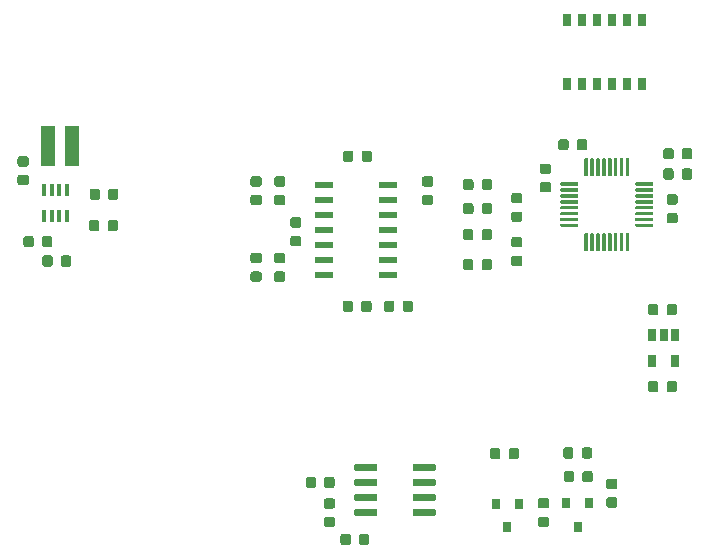
<source format=gbr>
G04 #@! TF.GenerationSoftware,KiCad,Pcbnew,(5.1.5-0)*
G04 #@! TF.CreationDate,2020-12-17T20:40:06-08:00*
G04 #@! TF.ProjectId,Luminometer_ADC_concept,4c756d69-6e6f-46d6-9574-65725f414443,rev?*
G04 #@! TF.SameCoordinates,Original*
G04 #@! TF.FileFunction,Paste,Top*
G04 #@! TF.FilePolarity,Positive*
%FSLAX46Y46*%
G04 Gerber Fmt 4.6, Leading zero omitted, Abs format (unit mm)*
G04 Created by KiCad (PCBNEW (5.1.5-0)) date 2020-12-17 20:40:06*
%MOMM*%
%LPD*%
G04 APERTURE LIST*
%ADD10R,0.800000X1.100000*%
%ADD11C,0.100000*%
%ADD12R,0.800000X0.900000*%
%ADD13R,1.500000X0.550000*%
%ADD14R,1.300000X3.400000*%
%ADD15R,0.400000X1.060000*%
%ADD16R,0.650000X1.060000*%
G04 APERTURE END LIST*
D10*
X164825000Y-88750000D03*
X166095000Y-88750000D03*
X167365000Y-88750000D03*
X171175000Y-83250000D03*
X169905000Y-83250000D03*
X164825000Y-83250000D03*
X168635000Y-88750000D03*
X169905000Y-88750000D03*
X171175000Y-88750000D03*
X166095000Y-83250000D03*
X167365000Y-83250000D03*
X168635000Y-83250000D03*
D11*
G36*
X159002691Y-119526053D02*
G01*
X159023926Y-119529203D01*
X159044750Y-119534419D01*
X159064962Y-119541651D01*
X159084368Y-119550830D01*
X159102781Y-119561866D01*
X159120024Y-119574654D01*
X159135930Y-119589070D01*
X159150346Y-119604976D01*
X159163134Y-119622219D01*
X159174170Y-119640632D01*
X159183349Y-119660038D01*
X159190581Y-119680250D01*
X159195797Y-119701074D01*
X159198947Y-119722309D01*
X159200000Y-119743750D01*
X159200000Y-120256250D01*
X159198947Y-120277691D01*
X159195797Y-120298926D01*
X159190581Y-120319750D01*
X159183349Y-120339962D01*
X159174170Y-120359368D01*
X159163134Y-120377781D01*
X159150346Y-120395024D01*
X159135930Y-120410930D01*
X159120024Y-120425346D01*
X159102781Y-120438134D01*
X159084368Y-120449170D01*
X159064962Y-120458349D01*
X159044750Y-120465581D01*
X159023926Y-120470797D01*
X159002691Y-120473947D01*
X158981250Y-120475000D01*
X158543750Y-120475000D01*
X158522309Y-120473947D01*
X158501074Y-120470797D01*
X158480250Y-120465581D01*
X158460038Y-120458349D01*
X158440632Y-120449170D01*
X158422219Y-120438134D01*
X158404976Y-120425346D01*
X158389070Y-120410930D01*
X158374654Y-120395024D01*
X158361866Y-120377781D01*
X158350830Y-120359368D01*
X158341651Y-120339962D01*
X158334419Y-120319750D01*
X158329203Y-120298926D01*
X158326053Y-120277691D01*
X158325000Y-120256250D01*
X158325000Y-119743750D01*
X158326053Y-119722309D01*
X158329203Y-119701074D01*
X158334419Y-119680250D01*
X158341651Y-119660038D01*
X158350830Y-119640632D01*
X158361866Y-119622219D01*
X158374654Y-119604976D01*
X158389070Y-119589070D01*
X158404976Y-119574654D01*
X158422219Y-119561866D01*
X158440632Y-119550830D01*
X158460038Y-119541651D01*
X158480250Y-119534419D01*
X158501074Y-119529203D01*
X158522309Y-119526053D01*
X158543750Y-119525000D01*
X158981250Y-119525000D01*
X159002691Y-119526053D01*
G37*
G36*
X160577691Y-119526053D02*
G01*
X160598926Y-119529203D01*
X160619750Y-119534419D01*
X160639962Y-119541651D01*
X160659368Y-119550830D01*
X160677781Y-119561866D01*
X160695024Y-119574654D01*
X160710930Y-119589070D01*
X160725346Y-119604976D01*
X160738134Y-119622219D01*
X160749170Y-119640632D01*
X160758349Y-119660038D01*
X160765581Y-119680250D01*
X160770797Y-119701074D01*
X160773947Y-119722309D01*
X160775000Y-119743750D01*
X160775000Y-120256250D01*
X160773947Y-120277691D01*
X160770797Y-120298926D01*
X160765581Y-120319750D01*
X160758349Y-120339962D01*
X160749170Y-120359368D01*
X160738134Y-120377781D01*
X160725346Y-120395024D01*
X160710930Y-120410930D01*
X160695024Y-120425346D01*
X160677781Y-120438134D01*
X160659368Y-120449170D01*
X160639962Y-120458349D01*
X160619750Y-120465581D01*
X160598926Y-120470797D01*
X160577691Y-120473947D01*
X160556250Y-120475000D01*
X160118750Y-120475000D01*
X160097309Y-120473947D01*
X160076074Y-120470797D01*
X160055250Y-120465581D01*
X160035038Y-120458349D01*
X160015632Y-120449170D01*
X159997219Y-120438134D01*
X159979976Y-120425346D01*
X159964070Y-120410930D01*
X159949654Y-120395024D01*
X159936866Y-120377781D01*
X159925830Y-120359368D01*
X159916651Y-120339962D01*
X159909419Y-120319750D01*
X159904203Y-120298926D01*
X159901053Y-120277691D01*
X159900000Y-120256250D01*
X159900000Y-119743750D01*
X159901053Y-119722309D01*
X159904203Y-119701074D01*
X159909419Y-119680250D01*
X159916651Y-119660038D01*
X159925830Y-119640632D01*
X159936866Y-119622219D01*
X159949654Y-119604976D01*
X159964070Y-119589070D01*
X159979976Y-119574654D01*
X159997219Y-119561866D01*
X160015632Y-119550830D01*
X160035038Y-119541651D01*
X160055250Y-119534419D01*
X160076074Y-119529203D01*
X160097309Y-119526053D01*
X160118750Y-119525000D01*
X160556250Y-119525000D01*
X160577691Y-119526053D01*
G37*
G36*
X165202691Y-119476053D02*
G01*
X165223926Y-119479203D01*
X165244750Y-119484419D01*
X165264962Y-119491651D01*
X165284368Y-119500830D01*
X165302781Y-119511866D01*
X165320024Y-119524654D01*
X165335930Y-119539070D01*
X165350346Y-119554976D01*
X165363134Y-119572219D01*
X165374170Y-119590632D01*
X165383349Y-119610038D01*
X165390581Y-119630250D01*
X165395797Y-119651074D01*
X165398947Y-119672309D01*
X165400000Y-119693750D01*
X165400000Y-120206250D01*
X165398947Y-120227691D01*
X165395797Y-120248926D01*
X165390581Y-120269750D01*
X165383349Y-120289962D01*
X165374170Y-120309368D01*
X165363134Y-120327781D01*
X165350346Y-120345024D01*
X165335930Y-120360930D01*
X165320024Y-120375346D01*
X165302781Y-120388134D01*
X165284368Y-120399170D01*
X165264962Y-120408349D01*
X165244750Y-120415581D01*
X165223926Y-120420797D01*
X165202691Y-120423947D01*
X165181250Y-120425000D01*
X164743750Y-120425000D01*
X164722309Y-120423947D01*
X164701074Y-120420797D01*
X164680250Y-120415581D01*
X164660038Y-120408349D01*
X164640632Y-120399170D01*
X164622219Y-120388134D01*
X164604976Y-120375346D01*
X164589070Y-120360930D01*
X164574654Y-120345024D01*
X164561866Y-120327781D01*
X164550830Y-120309368D01*
X164541651Y-120289962D01*
X164534419Y-120269750D01*
X164529203Y-120248926D01*
X164526053Y-120227691D01*
X164525000Y-120206250D01*
X164525000Y-119693750D01*
X164526053Y-119672309D01*
X164529203Y-119651074D01*
X164534419Y-119630250D01*
X164541651Y-119610038D01*
X164550830Y-119590632D01*
X164561866Y-119572219D01*
X164574654Y-119554976D01*
X164589070Y-119539070D01*
X164604976Y-119524654D01*
X164622219Y-119511866D01*
X164640632Y-119500830D01*
X164660038Y-119491651D01*
X164680250Y-119484419D01*
X164701074Y-119479203D01*
X164722309Y-119476053D01*
X164743750Y-119475000D01*
X165181250Y-119475000D01*
X165202691Y-119476053D01*
G37*
G36*
X166777691Y-119476053D02*
G01*
X166798926Y-119479203D01*
X166819750Y-119484419D01*
X166839962Y-119491651D01*
X166859368Y-119500830D01*
X166877781Y-119511866D01*
X166895024Y-119524654D01*
X166910930Y-119539070D01*
X166925346Y-119554976D01*
X166938134Y-119572219D01*
X166949170Y-119590632D01*
X166958349Y-119610038D01*
X166965581Y-119630250D01*
X166970797Y-119651074D01*
X166973947Y-119672309D01*
X166975000Y-119693750D01*
X166975000Y-120206250D01*
X166973947Y-120227691D01*
X166970797Y-120248926D01*
X166965581Y-120269750D01*
X166958349Y-120289962D01*
X166949170Y-120309368D01*
X166938134Y-120327781D01*
X166925346Y-120345024D01*
X166910930Y-120360930D01*
X166895024Y-120375346D01*
X166877781Y-120388134D01*
X166859368Y-120399170D01*
X166839962Y-120408349D01*
X166819750Y-120415581D01*
X166798926Y-120420797D01*
X166777691Y-120423947D01*
X166756250Y-120425000D01*
X166318750Y-120425000D01*
X166297309Y-120423947D01*
X166276074Y-120420797D01*
X166255250Y-120415581D01*
X166235038Y-120408349D01*
X166215632Y-120399170D01*
X166197219Y-120388134D01*
X166179976Y-120375346D01*
X166164070Y-120360930D01*
X166149654Y-120345024D01*
X166136866Y-120327781D01*
X166125830Y-120309368D01*
X166116651Y-120289962D01*
X166109419Y-120269750D01*
X166104203Y-120248926D01*
X166101053Y-120227691D01*
X166100000Y-120206250D01*
X166100000Y-119693750D01*
X166101053Y-119672309D01*
X166104203Y-119651074D01*
X166109419Y-119630250D01*
X166116651Y-119610038D01*
X166125830Y-119590632D01*
X166136866Y-119572219D01*
X166149654Y-119554976D01*
X166164070Y-119539070D01*
X166179976Y-119524654D01*
X166197219Y-119511866D01*
X166215632Y-119500830D01*
X166235038Y-119491651D01*
X166255250Y-119484419D01*
X166276074Y-119479203D01*
X166297309Y-119476053D01*
X166318750Y-119475000D01*
X166756250Y-119475000D01*
X166777691Y-119476053D01*
G37*
G36*
X163293691Y-95444553D02*
G01*
X163314926Y-95447703D01*
X163335750Y-95452919D01*
X163355962Y-95460151D01*
X163375368Y-95469330D01*
X163393781Y-95480366D01*
X163411024Y-95493154D01*
X163426930Y-95507570D01*
X163441346Y-95523476D01*
X163454134Y-95540719D01*
X163465170Y-95559132D01*
X163474349Y-95578538D01*
X163481581Y-95598750D01*
X163486797Y-95619574D01*
X163489947Y-95640809D01*
X163491000Y-95662250D01*
X163491000Y-96099750D01*
X163489947Y-96121191D01*
X163486797Y-96142426D01*
X163481581Y-96163250D01*
X163474349Y-96183462D01*
X163465170Y-96202868D01*
X163454134Y-96221281D01*
X163441346Y-96238524D01*
X163426930Y-96254430D01*
X163411024Y-96268846D01*
X163393781Y-96281634D01*
X163375368Y-96292670D01*
X163355962Y-96301849D01*
X163335750Y-96309081D01*
X163314926Y-96314297D01*
X163293691Y-96317447D01*
X163272250Y-96318500D01*
X162759750Y-96318500D01*
X162738309Y-96317447D01*
X162717074Y-96314297D01*
X162696250Y-96309081D01*
X162676038Y-96301849D01*
X162656632Y-96292670D01*
X162638219Y-96281634D01*
X162620976Y-96268846D01*
X162605070Y-96254430D01*
X162590654Y-96238524D01*
X162577866Y-96221281D01*
X162566830Y-96202868D01*
X162557651Y-96183462D01*
X162550419Y-96163250D01*
X162545203Y-96142426D01*
X162542053Y-96121191D01*
X162541000Y-96099750D01*
X162541000Y-95662250D01*
X162542053Y-95640809D01*
X162545203Y-95619574D01*
X162550419Y-95598750D01*
X162557651Y-95578538D01*
X162566830Y-95559132D01*
X162577866Y-95540719D01*
X162590654Y-95523476D01*
X162605070Y-95507570D01*
X162620976Y-95493154D01*
X162638219Y-95480366D01*
X162656632Y-95469330D01*
X162676038Y-95460151D01*
X162696250Y-95452919D01*
X162717074Y-95447703D01*
X162738309Y-95444553D01*
X162759750Y-95443500D01*
X163272250Y-95443500D01*
X163293691Y-95444553D01*
G37*
G36*
X163293691Y-97019553D02*
G01*
X163314926Y-97022703D01*
X163335750Y-97027919D01*
X163355962Y-97035151D01*
X163375368Y-97044330D01*
X163393781Y-97055366D01*
X163411024Y-97068154D01*
X163426930Y-97082570D01*
X163441346Y-97098476D01*
X163454134Y-97115719D01*
X163465170Y-97134132D01*
X163474349Y-97153538D01*
X163481581Y-97173750D01*
X163486797Y-97194574D01*
X163489947Y-97215809D01*
X163491000Y-97237250D01*
X163491000Y-97674750D01*
X163489947Y-97696191D01*
X163486797Y-97717426D01*
X163481581Y-97738250D01*
X163474349Y-97758462D01*
X163465170Y-97777868D01*
X163454134Y-97796281D01*
X163441346Y-97813524D01*
X163426930Y-97829430D01*
X163411024Y-97843846D01*
X163393781Y-97856634D01*
X163375368Y-97867670D01*
X163355962Y-97876849D01*
X163335750Y-97884081D01*
X163314926Y-97889297D01*
X163293691Y-97892447D01*
X163272250Y-97893500D01*
X162759750Y-97893500D01*
X162738309Y-97892447D01*
X162717074Y-97889297D01*
X162696250Y-97884081D01*
X162676038Y-97876849D01*
X162656632Y-97867670D01*
X162638219Y-97856634D01*
X162620976Y-97843846D01*
X162605070Y-97829430D01*
X162590654Y-97813524D01*
X162577866Y-97796281D01*
X162566830Y-97777868D01*
X162557651Y-97758462D01*
X162550419Y-97738250D01*
X162545203Y-97717426D01*
X162542053Y-97696191D01*
X162541000Y-97674750D01*
X162541000Y-97237250D01*
X162542053Y-97215809D01*
X162545203Y-97194574D01*
X162550419Y-97173750D01*
X162557651Y-97153538D01*
X162566830Y-97134132D01*
X162577866Y-97115719D01*
X162590654Y-97098476D01*
X162605070Y-97082570D01*
X162620976Y-97068154D01*
X162638219Y-97055366D01*
X162656632Y-97044330D01*
X162676038Y-97035151D01*
X162696250Y-97027919D01*
X162717074Y-97022703D01*
X162738309Y-97019553D01*
X162759750Y-97018500D01*
X163272250Y-97018500D01*
X163293691Y-97019553D01*
G37*
G36*
X126627691Y-100226053D02*
G01*
X126648926Y-100229203D01*
X126669750Y-100234419D01*
X126689962Y-100241651D01*
X126709368Y-100250830D01*
X126727781Y-100261866D01*
X126745024Y-100274654D01*
X126760930Y-100289070D01*
X126775346Y-100304976D01*
X126788134Y-100322219D01*
X126799170Y-100340632D01*
X126808349Y-100360038D01*
X126815581Y-100380250D01*
X126820797Y-100401074D01*
X126823947Y-100422309D01*
X126825000Y-100443750D01*
X126825000Y-100956250D01*
X126823947Y-100977691D01*
X126820797Y-100998926D01*
X126815581Y-101019750D01*
X126808349Y-101039962D01*
X126799170Y-101059368D01*
X126788134Y-101077781D01*
X126775346Y-101095024D01*
X126760930Y-101110930D01*
X126745024Y-101125346D01*
X126727781Y-101138134D01*
X126709368Y-101149170D01*
X126689962Y-101158349D01*
X126669750Y-101165581D01*
X126648926Y-101170797D01*
X126627691Y-101173947D01*
X126606250Y-101175000D01*
X126168750Y-101175000D01*
X126147309Y-101173947D01*
X126126074Y-101170797D01*
X126105250Y-101165581D01*
X126085038Y-101158349D01*
X126065632Y-101149170D01*
X126047219Y-101138134D01*
X126029976Y-101125346D01*
X126014070Y-101110930D01*
X125999654Y-101095024D01*
X125986866Y-101077781D01*
X125975830Y-101059368D01*
X125966651Y-101039962D01*
X125959419Y-101019750D01*
X125954203Y-100998926D01*
X125951053Y-100977691D01*
X125950000Y-100956250D01*
X125950000Y-100443750D01*
X125951053Y-100422309D01*
X125954203Y-100401074D01*
X125959419Y-100380250D01*
X125966651Y-100360038D01*
X125975830Y-100340632D01*
X125986866Y-100322219D01*
X125999654Y-100304976D01*
X126014070Y-100289070D01*
X126029976Y-100274654D01*
X126047219Y-100261866D01*
X126065632Y-100250830D01*
X126085038Y-100241651D01*
X126105250Y-100234419D01*
X126126074Y-100229203D01*
X126147309Y-100226053D01*
X126168750Y-100225000D01*
X126606250Y-100225000D01*
X126627691Y-100226053D01*
G37*
G36*
X125052691Y-100226053D02*
G01*
X125073926Y-100229203D01*
X125094750Y-100234419D01*
X125114962Y-100241651D01*
X125134368Y-100250830D01*
X125152781Y-100261866D01*
X125170024Y-100274654D01*
X125185930Y-100289070D01*
X125200346Y-100304976D01*
X125213134Y-100322219D01*
X125224170Y-100340632D01*
X125233349Y-100360038D01*
X125240581Y-100380250D01*
X125245797Y-100401074D01*
X125248947Y-100422309D01*
X125250000Y-100443750D01*
X125250000Y-100956250D01*
X125248947Y-100977691D01*
X125245797Y-100998926D01*
X125240581Y-101019750D01*
X125233349Y-101039962D01*
X125224170Y-101059368D01*
X125213134Y-101077781D01*
X125200346Y-101095024D01*
X125185930Y-101110930D01*
X125170024Y-101125346D01*
X125152781Y-101138134D01*
X125134368Y-101149170D01*
X125114962Y-101158349D01*
X125094750Y-101165581D01*
X125073926Y-101170797D01*
X125052691Y-101173947D01*
X125031250Y-101175000D01*
X124593750Y-101175000D01*
X124572309Y-101173947D01*
X124551074Y-101170797D01*
X124530250Y-101165581D01*
X124510038Y-101158349D01*
X124490632Y-101149170D01*
X124472219Y-101138134D01*
X124454976Y-101125346D01*
X124439070Y-101110930D01*
X124424654Y-101095024D01*
X124411866Y-101077781D01*
X124400830Y-101059368D01*
X124391651Y-101039962D01*
X124384419Y-101019750D01*
X124379203Y-100998926D01*
X124376053Y-100977691D01*
X124375000Y-100956250D01*
X124375000Y-100443750D01*
X124376053Y-100422309D01*
X124379203Y-100401074D01*
X124384419Y-100380250D01*
X124391651Y-100360038D01*
X124400830Y-100340632D01*
X124411866Y-100322219D01*
X124424654Y-100304976D01*
X124439070Y-100289070D01*
X124454976Y-100274654D01*
X124472219Y-100261866D01*
X124490632Y-100250830D01*
X124510038Y-100241651D01*
X124530250Y-100234419D01*
X124551074Y-100229203D01*
X124572309Y-100226053D01*
X124593750Y-100225000D01*
X125031250Y-100225000D01*
X125052691Y-100226053D01*
G37*
G36*
X119077691Y-96401053D02*
G01*
X119098926Y-96404203D01*
X119119750Y-96409419D01*
X119139962Y-96416651D01*
X119159368Y-96425830D01*
X119177781Y-96436866D01*
X119195024Y-96449654D01*
X119210930Y-96464070D01*
X119225346Y-96479976D01*
X119238134Y-96497219D01*
X119249170Y-96515632D01*
X119258349Y-96535038D01*
X119265581Y-96555250D01*
X119270797Y-96576074D01*
X119273947Y-96597309D01*
X119275000Y-96618750D01*
X119275000Y-97056250D01*
X119273947Y-97077691D01*
X119270797Y-97098926D01*
X119265581Y-97119750D01*
X119258349Y-97139962D01*
X119249170Y-97159368D01*
X119238134Y-97177781D01*
X119225346Y-97195024D01*
X119210930Y-97210930D01*
X119195024Y-97225346D01*
X119177781Y-97238134D01*
X119159368Y-97249170D01*
X119139962Y-97258349D01*
X119119750Y-97265581D01*
X119098926Y-97270797D01*
X119077691Y-97273947D01*
X119056250Y-97275000D01*
X118543750Y-97275000D01*
X118522309Y-97273947D01*
X118501074Y-97270797D01*
X118480250Y-97265581D01*
X118460038Y-97258349D01*
X118440632Y-97249170D01*
X118422219Y-97238134D01*
X118404976Y-97225346D01*
X118389070Y-97210930D01*
X118374654Y-97195024D01*
X118361866Y-97177781D01*
X118350830Y-97159368D01*
X118341651Y-97139962D01*
X118334419Y-97119750D01*
X118329203Y-97098926D01*
X118326053Y-97077691D01*
X118325000Y-97056250D01*
X118325000Y-96618750D01*
X118326053Y-96597309D01*
X118329203Y-96576074D01*
X118334419Y-96555250D01*
X118341651Y-96535038D01*
X118350830Y-96515632D01*
X118361866Y-96497219D01*
X118374654Y-96479976D01*
X118389070Y-96464070D01*
X118404976Y-96449654D01*
X118422219Y-96436866D01*
X118440632Y-96425830D01*
X118460038Y-96416651D01*
X118480250Y-96409419D01*
X118501074Y-96404203D01*
X118522309Y-96401053D01*
X118543750Y-96400000D01*
X119056250Y-96400000D01*
X119077691Y-96401053D01*
G37*
G36*
X119077691Y-94826053D02*
G01*
X119098926Y-94829203D01*
X119119750Y-94834419D01*
X119139962Y-94841651D01*
X119159368Y-94850830D01*
X119177781Y-94861866D01*
X119195024Y-94874654D01*
X119210930Y-94889070D01*
X119225346Y-94904976D01*
X119238134Y-94922219D01*
X119249170Y-94940632D01*
X119258349Y-94960038D01*
X119265581Y-94980250D01*
X119270797Y-95001074D01*
X119273947Y-95022309D01*
X119275000Y-95043750D01*
X119275000Y-95481250D01*
X119273947Y-95502691D01*
X119270797Y-95523926D01*
X119265581Y-95544750D01*
X119258349Y-95564962D01*
X119249170Y-95584368D01*
X119238134Y-95602781D01*
X119225346Y-95620024D01*
X119210930Y-95635930D01*
X119195024Y-95650346D01*
X119177781Y-95663134D01*
X119159368Y-95674170D01*
X119139962Y-95683349D01*
X119119750Y-95690581D01*
X119098926Y-95695797D01*
X119077691Y-95698947D01*
X119056250Y-95700000D01*
X118543750Y-95700000D01*
X118522309Y-95698947D01*
X118501074Y-95695797D01*
X118480250Y-95690581D01*
X118460038Y-95683349D01*
X118440632Y-95674170D01*
X118422219Y-95663134D01*
X118404976Y-95650346D01*
X118389070Y-95635930D01*
X118374654Y-95620024D01*
X118361866Y-95602781D01*
X118350830Y-95584368D01*
X118341651Y-95564962D01*
X118334419Y-95544750D01*
X118329203Y-95523926D01*
X118326053Y-95502691D01*
X118325000Y-95481250D01*
X118325000Y-95043750D01*
X118326053Y-95022309D01*
X118329203Y-95001074D01*
X118334419Y-94980250D01*
X118341651Y-94960038D01*
X118350830Y-94940632D01*
X118361866Y-94922219D01*
X118374654Y-94904976D01*
X118389070Y-94889070D01*
X118404976Y-94874654D01*
X118422219Y-94861866D01*
X118440632Y-94850830D01*
X118460038Y-94841651D01*
X118480250Y-94834419D01*
X118501074Y-94829203D01*
X118522309Y-94826053D01*
X118543750Y-94825000D01*
X119056250Y-94825000D01*
X119077691Y-94826053D01*
G37*
G36*
X165252691Y-121476053D02*
G01*
X165273926Y-121479203D01*
X165294750Y-121484419D01*
X165314962Y-121491651D01*
X165334368Y-121500830D01*
X165352781Y-121511866D01*
X165370024Y-121524654D01*
X165385930Y-121539070D01*
X165400346Y-121554976D01*
X165413134Y-121572219D01*
X165424170Y-121590632D01*
X165433349Y-121610038D01*
X165440581Y-121630250D01*
X165445797Y-121651074D01*
X165448947Y-121672309D01*
X165450000Y-121693750D01*
X165450000Y-122206250D01*
X165448947Y-122227691D01*
X165445797Y-122248926D01*
X165440581Y-122269750D01*
X165433349Y-122289962D01*
X165424170Y-122309368D01*
X165413134Y-122327781D01*
X165400346Y-122345024D01*
X165385930Y-122360930D01*
X165370024Y-122375346D01*
X165352781Y-122388134D01*
X165334368Y-122399170D01*
X165314962Y-122408349D01*
X165294750Y-122415581D01*
X165273926Y-122420797D01*
X165252691Y-122423947D01*
X165231250Y-122425000D01*
X164793750Y-122425000D01*
X164772309Y-122423947D01*
X164751074Y-122420797D01*
X164730250Y-122415581D01*
X164710038Y-122408349D01*
X164690632Y-122399170D01*
X164672219Y-122388134D01*
X164654976Y-122375346D01*
X164639070Y-122360930D01*
X164624654Y-122345024D01*
X164611866Y-122327781D01*
X164600830Y-122309368D01*
X164591651Y-122289962D01*
X164584419Y-122269750D01*
X164579203Y-122248926D01*
X164576053Y-122227691D01*
X164575000Y-122206250D01*
X164575000Y-121693750D01*
X164576053Y-121672309D01*
X164579203Y-121651074D01*
X164584419Y-121630250D01*
X164591651Y-121610038D01*
X164600830Y-121590632D01*
X164611866Y-121572219D01*
X164624654Y-121554976D01*
X164639070Y-121539070D01*
X164654976Y-121524654D01*
X164672219Y-121511866D01*
X164690632Y-121500830D01*
X164710038Y-121491651D01*
X164730250Y-121484419D01*
X164751074Y-121479203D01*
X164772309Y-121476053D01*
X164793750Y-121475000D01*
X165231250Y-121475000D01*
X165252691Y-121476053D01*
G37*
G36*
X166827691Y-121476053D02*
G01*
X166848926Y-121479203D01*
X166869750Y-121484419D01*
X166889962Y-121491651D01*
X166909368Y-121500830D01*
X166927781Y-121511866D01*
X166945024Y-121524654D01*
X166960930Y-121539070D01*
X166975346Y-121554976D01*
X166988134Y-121572219D01*
X166999170Y-121590632D01*
X167008349Y-121610038D01*
X167015581Y-121630250D01*
X167020797Y-121651074D01*
X167023947Y-121672309D01*
X167025000Y-121693750D01*
X167025000Y-122206250D01*
X167023947Y-122227691D01*
X167020797Y-122248926D01*
X167015581Y-122269750D01*
X167008349Y-122289962D01*
X166999170Y-122309368D01*
X166988134Y-122327781D01*
X166975346Y-122345024D01*
X166960930Y-122360930D01*
X166945024Y-122375346D01*
X166927781Y-122388134D01*
X166909368Y-122399170D01*
X166889962Y-122408349D01*
X166869750Y-122415581D01*
X166848926Y-122420797D01*
X166827691Y-122423947D01*
X166806250Y-122425000D01*
X166368750Y-122425000D01*
X166347309Y-122423947D01*
X166326074Y-122420797D01*
X166305250Y-122415581D01*
X166285038Y-122408349D01*
X166265632Y-122399170D01*
X166247219Y-122388134D01*
X166229976Y-122375346D01*
X166214070Y-122360930D01*
X166199654Y-122345024D01*
X166186866Y-122327781D01*
X166175830Y-122309368D01*
X166166651Y-122289962D01*
X166159419Y-122269750D01*
X166154203Y-122248926D01*
X166151053Y-122227691D01*
X166150000Y-122206250D01*
X166150000Y-121693750D01*
X166151053Y-121672309D01*
X166154203Y-121651074D01*
X166159419Y-121630250D01*
X166166651Y-121610038D01*
X166175830Y-121590632D01*
X166186866Y-121572219D01*
X166199654Y-121554976D01*
X166214070Y-121539070D01*
X166229976Y-121524654D01*
X166247219Y-121511866D01*
X166265632Y-121500830D01*
X166285038Y-121491651D01*
X166305250Y-121484419D01*
X166326074Y-121479203D01*
X166347309Y-121476053D01*
X166368750Y-121475000D01*
X166806250Y-121475000D01*
X166827691Y-121476053D01*
G37*
G36*
X163127691Y-125351053D02*
G01*
X163148926Y-125354203D01*
X163169750Y-125359419D01*
X163189962Y-125366651D01*
X163209368Y-125375830D01*
X163227781Y-125386866D01*
X163245024Y-125399654D01*
X163260930Y-125414070D01*
X163275346Y-125429976D01*
X163288134Y-125447219D01*
X163299170Y-125465632D01*
X163308349Y-125485038D01*
X163315581Y-125505250D01*
X163320797Y-125526074D01*
X163323947Y-125547309D01*
X163325000Y-125568750D01*
X163325000Y-126006250D01*
X163323947Y-126027691D01*
X163320797Y-126048926D01*
X163315581Y-126069750D01*
X163308349Y-126089962D01*
X163299170Y-126109368D01*
X163288134Y-126127781D01*
X163275346Y-126145024D01*
X163260930Y-126160930D01*
X163245024Y-126175346D01*
X163227781Y-126188134D01*
X163209368Y-126199170D01*
X163189962Y-126208349D01*
X163169750Y-126215581D01*
X163148926Y-126220797D01*
X163127691Y-126223947D01*
X163106250Y-126225000D01*
X162593750Y-126225000D01*
X162572309Y-126223947D01*
X162551074Y-126220797D01*
X162530250Y-126215581D01*
X162510038Y-126208349D01*
X162490632Y-126199170D01*
X162472219Y-126188134D01*
X162454976Y-126175346D01*
X162439070Y-126160930D01*
X162424654Y-126145024D01*
X162411866Y-126127781D01*
X162400830Y-126109368D01*
X162391651Y-126089962D01*
X162384419Y-126069750D01*
X162379203Y-126048926D01*
X162376053Y-126027691D01*
X162375000Y-126006250D01*
X162375000Y-125568750D01*
X162376053Y-125547309D01*
X162379203Y-125526074D01*
X162384419Y-125505250D01*
X162391651Y-125485038D01*
X162400830Y-125465632D01*
X162411866Y-125447219D01*
X162424654Y-125429976D01*
X162439070Y-125414070D01*
X162454976Y-125399654D01*
X162472219Y-125386866D01*
X162490632Y-125375830D01*
X162510038Y-125366651D01*
X162530250Y-125359419D01*
X162551074Y-125354203D01*
X162572309Y-125351053D01*
X162593750Y-125350000D01*
X163106250Y-125350000D01*
X163127691Y-125351053D01*
G37*
G36*
X163127691Y-123776053D02*
G01*
X163148926Y-123779203D01*
X163169750Y-123784419D01*
X163189962Y-123791651D01*
X163209368Y-123800830D01*
X163227781Y-123811866D01*
X163245024Y-123824654D01*
X163260930Y-123839070D01*
X163275346Y-123854976D01*
X163288134Y-123872219D01*
X163299170Y-123890632D01*
X163308349Y-123910038D01*
X163315581Y-123930250D01*
X163320797Y-123951074D01*
X163323947Y-123972309D01*
X163325000Y-123993750D01*
X163325000Y-124431250D01*
X163323947Y-124452691D01*
X163320797Y-124473926D01*
X163315581Y-124494750D01*
X163308349Y-124514962D01*
X163299170Y-124534368D01*
X163288134Y-124552781D01*
X163275346Y-124570024D01*
X163260930Y-124585930D01*
X163245024Y-124600346D01*
X163227781Y-124613134D01*
X163209368Y-124624170D01*
X163189962Y-124633349D01*
X163169750Y-124640581D01*
X163148926Y-124645797D01*
X163127691Y-124648947D01*
X163106250Y-124650000D01*
X162593750Y-124650000D01*
X162572309Y-124648947D01*
X162551074Y-124645797D01*
X162530250Y-124640581D01*
X162510038Y-124633349D01*
X162490632Y-124624170D01*
X162472219Y-124613134D01*
X162454976Y-124600346D01*
X162439070Y-124585930D01*
X162424654Y-124570024D01*
X162411866Y-124552781D01*
X162400830Y-124534368D01*
X162391651Y-124514962D01*
X162384419Y-124494750D01*
X162379203Y-124473926D01*
X162376053Y-124452691D01*
X162375000Y-124431250D01*
X162375000Y-123993750D01*
X162376053Y-123972309D01*
X162379203Y-123951074D01*
X162384419Y-123930250D01*
X162391651Y-123910038D01*
X162400830Y-123890632D01*
X162411866Y-123872219D01*
X162424654Y-123854976D01*
X162439070Y-123839070D01*
X162454976Y-123824654D01*
X162472219Y-123811866D01*
X162490632Y-123800830D01*
X162510038Y-123791651D01*
X162530250Y-123784419D01*
X162551074Y-123779203D01*
X162572309Y-123776053D01*
X162593750Y-123775000D01*
X163106250Y-123775000D01*
X163127691Y-123776053D01*
G37*
G36*
X138803691Y-98098553D02*
G01*
X138824926Y-98101703D01*
X138845750Y-98106919D01*
X138865962Y-98114151D01*
X138885368Y-98123330D01*
X138903781Y-98134366D01*
X138921024Y-98147154D01*
X138936930Y-98161570D01*
X138951346Y-98177476D01*
X138964134Y-98194719D01*
X138975170Y-98213132D01*
X138984349Y-98232538D01*
X138991581Y-98252750D01*
X138996797Y-98273574D01*
X138999947Y-98294809D01*
X139001000Y-98316250D01*
X139001000Y-98753750D01*
X138999947Y-98775191D01*
X138996797Y-98796426D01*
X138991581Y-98817250D01*
X138984349Y-98837462D01*
X138975170Y-98856868D01*
X138964134Y-98875281D01*
X138951346Y-98892524D01*
X138936930Y-98908430D01*
X138921024Y-98922846D01*
X138903781Y-98935634D01*
X138885368Y-98946670D01*
X138865962Y-98955849D01*
X138845750Y-98963081D01*
X138824926Y-98968297D01*
X138803691Y-98971447D01*
X138782250Y-98972500D01*
X138269750Y-98972500D01*
X138248309Y-98971447D01*
X138227074Y-98968297D01*
X138206250Y-98963081D01*
X138186038Y-98955849D01*
X138166632Y-98946670D01*
X138148219Y-98935634D01*
X138130976Y-98922846D01*
X138115070Y-98908430D01*
X138100654Y-98892524D01*
X138087866Y-98875281D01*
X138076830Y-98856868D01*
X138067651Y-98837462D01*
X138060419Y-98817250D01*
X138055203Y-98796426D01*
X138052053Y-98775191D01*
X138051000Y-98753750D01*
X138051000Y-98316250D01*
X138052053Y-98294809D01*
X138055203Y-98273574D01*
X138060419Y-98252750D01*
X138067651Y-98232538D01*
X138076830Y-98213132D01*
X138087866Y-98194719D01*
X138100654Y-98177476D01*
X138115070Y-98161570D01*
X138130976Y-98147154D01*
X138148219Y-98134366D01*
X138166632Y-98123330D01*
X138186038Y-98114151D01*
X138206250Y-98106919D01*
X138227074Y-98101703D01*
X138248309Y-98098553D01*
X138269750Y-98097500D01*
X138782250Y-98097500D01*
X138803691Y-98098553D01*
G37*
G36*
X138803691Y-96523553D02*
G01*
X138824926Y-96526703D01*
X138845750Y-96531919D01*
X138865962Y-96539151D01*
X138885368Y-96548330D01*
X138903781Y-96559366D01*
X138921024Y-96572154D01*
X138936930Y-96586570D01*
X138951346Y-96602476D01*
X138964134Y-96619719D01*
X138975170Y-96638132D01*
X138984349Y-96657538D01*
X138991581Y-96677750D01*
X138996797Y-96698574D01*
X138999947Y-96719809D01*
X139001000Y-96741250D01*
X139001000Y-97178750D01*
X138999947Y-97200191D01*
X138996797Y-97221426D01*
X138991581Y-97242250D01*
X138984349Y-97262462D01*
X138975170Y-97281868D01*
X138964134Y-97300281D01*
X138951346Y-97317524D01*
X138936930Y-97333430D01*
X138921024Y-97347846D01*
X138903781Y-97360634D01*
X138885368Y-97371670D01*
X138865962Y-97380849D01*
X138845750Y-97388081D01*
X138824926Y-97393297D01*
X138803691Y-97396447D01*
X138782250Y-97397500D01*
X138269750Y-97397500D01*
X138248309Y-97396447D01*
X138227074Y-97393297D01*
X138206250Y-97388081D01*
X138186038Y-97380849D01*
X138166632Y-97371670D01*
X138148219Y-97360634D01*
X138130976Y-97347846D01*
X138115070Y-97333430D01*
X138100654Y-97317524D01*
X138087866Y-97300281D01*
X138076830Y-97281868D01*
X138067651Y-97262462D01*
X138060419Y-97242250D01*
X138055203Y-97221426D01*
X138052053Y-97200191D01*
X138051000Y-97178750D01*
X138051000Y-96741250D01*
X138052053Y-96719809D01*
X138055203Y-96698574D01*
X138060419Y-96677750D01*
X138067651Y-96657538D01*
X138076830Y-96638132D01*
X138087866Y-96619719D01*
X138100654Y-96602476D01*
X138115070Y-96586570D01*
X138130976Y-96572154D01*
X138148219Y-96559366D01*
X138166632Y-96548330D01*
X138186038Y-96539151D01*
X138206250Y-96531919D01*
X138227074Y-96526703D01*
X138248309Y-96523553D01*
X138269750Y-96522500D01*
X138782250Y-96522500D01*
X138803691Y-96523553D01*
G37*
D12*
X159800000Y-126250000D03*
X158850000Y-124250000D03*
X160750000Y-124250000D03*
D11*
G36*
X140803691Y-104582553D02*
G01*
X140824926Y-104585703D01*
X140845750Y-104590919D01*
X140865962Y-104598151D01*
X140885368Y-104607330D01*
X140903781Y-104618366D01*
X140921024Y-104631154D01*
X140936930Y-104645570D01*
X140951346Y-104661476D01*
X140964134Y-104678719D01*
X140975170Y-104697132D01*
X140984349Y-104716538D01*
X140991581Y-104736750D01*
X140996797Y-104757574D01*
X140999947Y-104778809D01*
X141001000Y-104800250D01*
X141001000Y-105237750D01*
X140999947Y-105259191D01*
X140996797Y-105280426D01*
X140991581Y-105301250D01*
X140984349Y-105321462D01*
X140975170Y-105340868D01*
X140964134Y-105359281D01*
X140951346Y-105376524D01*
X140936930Y-105392430D01*
X140921024Y-105406846D01*
X140903781Y-105419634D01*
X140885368Y-105430670D01*
X140865962Y-105439849D01*
X140845750Y-105447081D01*
X140824926Y-105452297D01*
X140803691Y-105455447D01*
X140782250Y-105456500D01*
X140269750Y-105456500D01*
X140248309Y-105455447D01*
X140227074Y-105452297D01*
X140206250Y-105447081D01*
X140186038Y-105439849D01*
X140166632Y-105430670D01*
X140148219Y-105419634D01*
X140130976Y-105406846D01*
X140115070Y-105392430D01*
X140100654Y-105376524D01*
X140087866Y-105359281D01*
X140076830Y-105340868D01*
X140067651Y-105321462D01*
X140060419Y-105301250D01*
X140055203Y-105280426D01*
X140052053Y-105259191D01*
X140051000Y-105237750D01*
X140051000Y-104800250D01*
X140052053Y-104778809D01*
X140055203Y-104757574D01*
X140060419Y-104736750D01*
X140067651Y-104716538D01*
X140076830Y-104697132D01*
X140087866Y-104678719D01*
X140100654Y-104661476D01*
X140115070Y-104645570D01*
X140130976Y-104631154D01*
X140148219Y-104618366D01*
X140166632Y-104607330D01*
X140186038Y-104598151D01*
X140206250Y-104590919D01*
X140227074Y-104585703D01*
X140248309Y-104582553D01*
X140269750Y-104581500D01*
X140782250Y-104581500D01*
X140803691Y-104582553D01*
G37*
G36*
X140803691Y-103007553D02*
G01*
X140824926Y-103010703D01*
X140845750Y-103015919D01*
X140865962Y-103023151D01*
X140885368Y-103032330D01*
X140903781Y-103043366D01*
X140921024Y-103056154D01*
X140936930Y-103070570D01*
X140951346Y-103086476D01*
X140964134Y-103103719D01*
X140975170Y-103122132D01*
X140984349Y-103141538D01*
X140991581Y-103161750D01*
X140996797Y-103182574D01*
X140999947Y-103203809D01*
X141001000Y-103225250D01*
X141001000Y-103662750D01*
X140999947Y-103684191D01*
X140996797Y-103705426D01*
X140991581Y-103726250D01*
X140984349Y-103746462D01*
X140975170Y-103765868D01*
X140964134Y-103784281D01*
X140951346Y-103801524D01*
X140936930Y-103817430D01*
X140921024Y-103831846D01*
X140903781Y-103844634D01*
X140885368Y-103855670D01*
X140865962Y-103864849D01*
X140845750Y-103872081D01*
X140824926Y-103877297D01*
X140803691Y-103880447D01*
X140782250Y-103881500D01*
X140269750Y-103881500D01*
X140248309Y-103880447D01*
X140227074Y-103877297D01*
X140206250Y-103872081D01*
X140186038Y-103864849D01*
X140166632Y-103855670D01*
X140148219Y-103844634D01*
X140130976Y-103831846D01*
X140115070Y-103817430D01*
X140100654Y-103801524D01*
X140087866Y-103784281D01*
X140076830Y-103765868D01*
X140067651Y-103746462D01*
X140060419Y-103726250D01*
X140055203Y-103705426D01*
X140052053Y-103684191D01*
X140051000Y-103662750D01*
X140051000Y-103225250D01*
X140052053Y-103203809D01*
X140055203Y-103182574D01*
X140060419Y-103161750D01*
X140067651Y-103141538D01*
X140076830Y-103122132D01*
X140087866Y-103103719D01*
X140100654Y-103086476D01*
X140115070Y-103070570D01*
X140130976Y-103056154D01*
X140148219Y-103043366D01*
X140166632Y-103032330D01*
X140186038Y-103023151D01*
X140206250Y-103015919D01*
X140227074Y-103010703D01*
X140248309Y-103007553D01*
X140269750Y-103006500D01*
X140782250Y-103006500D01*
X140803691Y-103007553D01*
G37*
G36*
X148111191Y-107061053D02*
G01*
X148132426Y-107064203D01*
X148153250Y-107069419D01*
X148173462Y-107076651D01*
X148192868Y-107085830D01*
X148211281Y-107096866D01*
X148228524Y-107109654D01*
X148244430Y-107124070D01*
X148258846Y-107139976D01*
X148271634Y-107157219D01*
X148282670Y-107175632D01*
X148291849Y-107195038D01*
X148299081Y-107215250D01*
X148304297Y-107236074D01*
X148307447Y-107257309D01*
X148308500Y-107278750D01*
X148308500Y-107791250D01*
X148307447Y-107812691D01*
X148304297Y-107833926D01*
X148299081Y-107854750D01*
X148291849Y-107874962D01*
X148282670Y-107894368D01*
X148271634Y-107912781D01*
X148258846Y-107930024D01*
X148244430Y-107945930D01*
X148228524Y-107960346D01*
X148211281Y-107973134D01*
X148192868Y-107984170D01*
X148173462Y-107993349D01*
X148153250Y-108000581D01*
X148132426Y-108005797D01*
X148111191Y-108008947D01*
X148089750Y-108010000D01*
X147652250Y-108010000D01*
X147630809Y-108008947D01*
X147609574Y-108005797D01*
X147588750Y-108000581D01*
X147568538Y-107993349D01*
X147549132Y-107984170D01*
X147530719Y-107973134D01*
X147513476Y-107960346D01*
X147497570Y-107945930D01*
X147483154Y-107930024D01*
X147470366Y-107912781D01*
X147459330Y-107894368D01*
X147450151Y-107874962D01*
X147442919Y-107854750D01*
X147437703Y-107833926D01*
X147434553Y-107812691D01*
X147433500Y-107791250D01*
X147433500Y-107278750D01*
X147434553Y-107257309D01*
X147437703Y-107236074D01*
X147442919Y-107215250D01*
X147450151Y-107195038D01*
X147459330Y-107175632D01*
X147470366Y-107157219D01*
X147483154Y-107139976D01*
X147497570Y-107124070D01*
X147513476Y-107109654D01*
X147530719Y-107096866D01*
X147549132Y-107085830D01*
X147568538Y-107076651D01*
X147588750Y-107069419D01*
X147609574Y-107064203D01*
X147630809Y-107061053D01*
X147652250Y-107060000D01*
X148089750Y-107060000D01*
X148111191Y-107061053D01*
G37*
G36*
X146536191Y-107061053D02*
G01*
X146557426Y-107064203D01*
X146578250Y-107069419D01*
X146598462Y-107076651D01*
X146617868Y-107085830D01*
X146636281Y-107096866D01*
X146653524Y-107109654D01*
X146669430Y-107124070D01*
X146683846Y-107139976D01*
X146696634Y-107157219D01*
X146707670Y-107175632D01*
X146716849Y-107195038D01*
X146724081Y-107215250D01*
X146729297Y-107236074D01*
X146732447Y-107257309D01*
X146733500Y-107278750D01*
X146733500Y-107791250D01*
X146732447Y-107812691D01*
X146729297Y-107833926D01*
X146724081Y-107854750D01*
X146716849Y-107874962D01*
X146707670Y-107894368D01*
X146696634Y-107912781D01*
X146683846Y-107930024D01*
X146669430Y-107945930D01*
X146653524Y-107960346D01*
X146636281Y-107973134D01*
X146617868Y-107984170D01*
X146598462Y-107993349D01*
X146578250Y-108000581D01*
X146557426Y-108005797D01*
X146536191Y-108008947D01*
X146514750Y-108010000D01*
X146077250Y-108010000D01*
X146055809Y-108008947D01*
X146034574Y-108005797D01*
X146013750Y-108000581D01*
X145993538Y-107993349D01*
X145974132Y-107984170D01*
X145955719Y-107973134D01*
X145938476Y-107960346D01*
X145922570Y-107945930D01*
X145908154Y-107930024D01*
X145895366Y-107912781D01*
X145884330Y-107894368D01*
X145875151Y-107874962D01*
X145867919Y-107854750D01*
X145862703Y-107833926D01*
X145859553Y-107812691D01*
X145858500Y-107791250D01*
X145858500Y-107278750D01*
X145859553Y-107257309D01*
X145862703Y-107236074D01*
X145867919Y-107215250D01*
X145875151Y-107195038D01*
X145884330Y-107175632D01*
X145895366Y-107157219D01*
X145908154Y-107139976D01*
X145922570Y-107124070D01*
X145938476Y-107109654D01*
X145955719Y-107096866D01*
X145974132Y-107085830D01*
X145993538Y-107076651D01*
X146013750Y-107069419D01*
X146034574Y-107064203D01*
X146055809Y-107061053D01*
X146077250Y-107060000D01*
X146514750Y-107060000D01*
X146536191Y-107061053D01*
G37*
G36*
X153323691Y-96523553D02*
G01*
X153344926Y-96526703D01*
X153365750Y-96531919D01*
X153385962Y-96539151D01*
X153405368Y-96548330D01*
X153423781Y-96559366D01*
X153441024Y-96572154D01*
X153456930Y-96586570D01*
X153471346Y-96602476D01*
X153484134Y-96619719D01*
X153495170Y-96638132D01*
X153504349Y-96657538D01*
X153511581Y-96677750D01*
X153516797Y-96698574D01*
X153519947Y-96719809D01*
X153521000Y-96741250D01*
X153521000Y-97178750D01*
X153519947Y-97200191D01*
X153516797Y-97221426D01*
X153511581Y-97242250D01*
X153504349Y-97262462D01*
X153495170Y-97281868D01*
X153484134Y-97300281D01*
X153471346Y-97317524D01*
X153456930Y-97333430D01*
X153441024Y-97347846D01*
X153423781Y-97360634D01*
X153405368Y-97371670D01*
X153385962Y-97380849D01*
X153365750Y-97388081D01*
X153344926Y-97393297D01*
X153323691Y-97396447D01*
X153302250Y-97397500D01*
X152789750Y-97397500D01*
X152768309Y-97396447D01*
X152747074Y-97393297D01*
X152726250Y-97388081D01*
X152706038Y-97380849D01*
X152686632Y-97371670D01*
X152668219Y-97360634D01*
X152650976Y-97347846D01*
X152635070Y-97333430D01*
X152620654Y-97317524D01*
X152607866Y-97300281D01*
X152596830Y-97281868D01*
X152587651Y-97262462D01*
X152580419Y-97242250D01*
X152575203Y-97221426D01*
X152572053Y-97200191D01*
X152571000Y-97178750D01*
X152571000Y-96741250D01*
X152572053Y-96719809D01*
X152575203Y-96698574D01*
X152580419Y-96677750D01*
X152587651Y-96657538D01*
X152596830Y-96638132D01*
X152607866Y-96619719D01*
X152620654Y-96602476D01*
X152635070Y-96586570D01*
X152650976Y-96572154D01*
X152668219Y-96559366D01*
X152686632Y-96548330D01*
X152706038Y-96539151D01*
X152726250Y-96531919D01*
X152747074Y-96526703D01*
X152768309Y-96523553D01*
X152789750Y-96522500D01*
X153302250Y-96522500D01*
X153323691Y-96523553D01*
G37*
G36*
X153323691Y-98098553D02*
G01*
X153344926Y-98101703D01*
X153365750Y-98106919D01*
X153385962Y-98114151D01*
X153405368Y-98123330D01*
X153423781Y-98134366D01*
X153441024Y-98147154D01*
X153456930Y-98161570D01*
X153471346Y-98177476D01*
X153484134Y-98194719D01*
X153495170Y-98213132D01*
X153504349Y-98232538D01*
X153511581Y-98252750D01*
X153516797Y-98273574D01*
X153519947Y-98294809D01*
X153521000Y-98316250D01*
X153521000Y-98753750D01*
X153519947Y-98775191D01*
X153516797Y-98796426D01*
X153511581Y-98817250D01*
X153504349Y-98837462D01*
X153495170Y-98856868D01*
X153484134Y-98875281D01*
X153471346Y-98892524D01*
X153456930Y-98908430D01*
X153441024Y-98922846D01*
X153423781Y-98935634D01*
X153405368Y-98946670D01*
X153385962Y-98955849D01*
X153365750Y-98963081D01*
X153344926Y-98968297D01*
X153323691Y-98971447D01*
X153302250Y-98972500D01*
X152789750Y-98972500D01*
X152768309Y-98971447D01*
X152747074Y-98968297D01*
X152726250Y-98963081D01*
X152706038Y-98955849D01*
X152686632Y-98946670D01*
X152668219Y-98935634D01*
X152650976Y-98922846D01*
X152635070Y-98908430D01*
X152620654Y-98892524D01*
X152607866Y-98875281D01*
X152596830Y-98856868D01*
X152587651Y-98837462D01*
X152580419Y-98817250D01*
X152575203Y-98796426D01*
X152572053Y-98775191D01*
X152571000Y-98753750D01*
X152571000Y-98316250D01*
X152572053Y-98294809D01*
X152575203Y-98273574D01*
X152580419Y-98252750D01*
X152587651Y-98232538D01*
X152596830Y-98213132D01*
X152607866Y-98194719D01*
X152620654Y-98177476D01*
X152635070Y-98161570D01*
X152650976Y-98147154D01*
X152668219Y-98134366D01*
X152686632Y-98123330D01*
X152706038Y-98114151D01*
X152726250Y-98106919D01*
X152747074Y-98101703D01*
X152768309Y-98098553D01*
X152789750Y-98097500D01*
X153302250Y-98097500D01*
X153323691Y-98098553D01*
G37*
G36*
X156736191Y-96749053D02*
G01*
X156757426Y-96752203D01*
X156778250Y-96757419D01*
X156798462Y-96764651D01*
X156817868Y-96773830D01*
X156836281Y-96784866D01*
X156853524Y-96797654D01*
X156869430Y-96812070D01*
X156883846Y-96827976D01*
X156896634Y-96845219D01*
X156907670Y-96863632D01*
X156916849Y-96883038D01*
X156924081Y-96903250D01*
X156929297Y-96924074D01*
X156932447Y-96945309D01*
X156933500Y-96966750D01*
X156933500Y-97479250D01*
X156932447Y-97500691D01*
X156929297Y-97521926D01*
X156924081Y-97542750D01*
X156916849Y-97562962D01*
X156907670Y-97582368D01*
X156896634Y-97600781D01*
X156883846Y-97618024D01*
X156869430Y-97633930D01*
X156853524Y-97648346D01*
X156836281Y-97661134D01*
X156817868Y-97672170D01*
X156798462Y-97681349D01*
X156778250Y-97688581D01*
X156757426Y-97693797D01*
X156736191Y-97696947D01*
X156714750Y-97698000D01*
X156277250Y-97698000D01*
X156255809Y-97696947D01*
X156234574Y-97693797D01*
X156213750Y-97688581D01*
X156193538Y-97681349D01*
X156174132Y-97672170D01*
X156155719Y-97661134D01*
X156138476Y-97648346D01*
X156122570Y-97633930D01*
X156108154Y-97618024D01*
X156095366Y-97600781D01*
X156084330Y-97582368D01*
X156075151Y-97562962D01*
X156067919Y-97542750D01*
X156062703Y-97521926D01*
X156059553Y-97500691D01*
X156058500Y-97479250D01*
X156058500Y-96966750D01*
X156059553Y-96945309D01*
X156062703Y-96924074D01*
X156067919Y-96903250D01*
X156075151Y-96883038D01*
X156084330Y-96863632D01*
X156095366Y-96845219D01*
X156108154Y-96827976D01*
X156122570Y-96812070D01*
X156138476Y-96797654D01*
X156155719Y-96784866D01*
X156174132Y-96773830D01*
X156193538Y-96764651D01*
X156213750Y-96757419D01*
X156234574Y-96752203D01*
X156255809Y-96749053D01*
X156277250Y-96748000D01*
X156714750Y-96748000D01*
X156736191Y-96749053D01*
G37*
G36*
X158311191Y-96749053D02*
G01*
X158332426Y-96752203D01*
X158353250Y-96757419D01*
X158373462Y-96764651D01*
X158392868Y-96773830D01*
X158411281Y-96784866D01*
X158428524Y-96797654D01*
X158444430Y-96812070D01*
X158458846Y-96827976D01*
X158471634Y-96845219D01*
X158482670Y-96863632D01*
X158491849Y-96883038D01*
X158499081Y-96903250D01*
X158504297Y-96924074D01*
X158507447Y-96945309D01*
X158508500Y-96966750D01*
X158508500Y-97479250D01*
X158507447Y-97500691D01*
X158504297Y-97521926D01*
X158499081Y-97542750D01*
X158491849Y-97562962D01*
X158482670Y-97582368D01*
X158471634Y-97600781D01*
X158458846Y-97618024D01*
X158444430Y-97633930D01*
X158428524Y-97648346D01*
X158411281Y-97661134D01*
X158392868Y-97672170D01*
X158373462Y-97681349D01*
X158353250Y-97688581D01*
X158332426Y-97693797D01*
X158311191Y-97696947D01*
X158289750Y-97698000D01*
X157852250Y-97698000D01*
X157830809Y-97696947D01*
X157809574Y-97693797D01*
X157788750Y-97688581D01*
X157768538Y-97681349D01*
X157749132Y-97672170D01*
X157730719Y-97661134D01*
X157713476Y-97648346D01*
X157697570Y-97633930D01*
X157683154Y-97618024D01*
X157670366Y-97600781D01*
X157659330Y-97582368D01*
X157650151Y-97562962D01*
X157642919Y-97542750D01*
X157637703Y-97521926D01*
X157634553Y-97500691D01*
X157633500Y-97479250D01*
X157633500Y-96966750D01*
X157634553Y-96945309D01*
X157637703Y-96924074D01*
X157642919Y-96903250D01*
X157650151Y-96883038D01*
X157659330Y-96863632D01*
X157670366Y-96845219D01*
X157683154Y-96827976D01*
X157697570Y-96812070D01*
X157713476Y-96797654D01*
X157730719Y-96784866D01*
X157749132Y-96773830D01*
X157768538Y-96764651D01*
X157788750Y-96757419D01*
X157809574Y-96752203D01*
X157830809Y-96749053D01*
X157852250Y-96748000D01*
X158289750Y-96748000D01*
X158311191Y-96749053D01*
G37*
G36*
X156728191Y-100995053D02*
G01*
X156749426Y-100998203D01*
X156770250Y-101003419D01*
X156790462Y-101010651D01*
X156809868Y-101019830D01*
X156828281Y-101030866D01*
X156845524Y-101043654D01*
X156861430Y-101058070D01*
X156875846Y-101073976D01*
X156888634Y-101091219D01*
X156899670Y-101109632D01*
X156908849Y-101129038D01*
X156916081Y-101149250D01*
X156921297Y-101170074D01*
X156924447Y-101191309D01*
X156925500Y-101212750D01*
X156925500Y-101725250D01*
X156924447Y-101746691D01*
X156921297Y-101767926D01*
X156916081Y-101788750D01*
X156908849Y-101808962D01*
X156899670Y-101828368D01*
X156888634Y-101846781D01*
X156875846Y-101864024D01*
X156861430Y-101879930D01*
X156845524Y-101894346D01*
X156828281Y-101907134D01*
X156809868Y-101918170D01*
X156790462Y-101927349D01*
X156770250Y-101934581D01*
X156749426Y-101939797D01*
X156728191Y-101942947D01*
X156706750Y-101944000D01*
X156269250Y-101944000D01*
X156247809Y-101942947D01*
X156226574Y-101939797D01*
X156205750Y-101934581D01*
X156185538Y-101927349D01*
X156166132Y-101918170D01*
X156147719Y-101907134D01*
X156130476Y-101894346D01*
X156114570Y-101879930D01*
X156100154Y-101864024D01*
X156087366Y-101846781D01*
X156076330Y-101828368D01*
X156067151Y-101808962D01*
X156059919Y-101788750D01*
X156054703Y-101767926D01*
X156051553Y-101746691D01*
X156050500Y-101725250D01*
X156050500Y-101212750D01*
X156051553Y-101191309D01*
X156054703Y-101170074D01*
X156059919Y-101149250D01*
X156067151Y-101129038D01*
X156076330Y-101109632D01*
X156087366Y-101091219D01*
X156100154Y-101073976D01*
X156114570Y-101058070D01*
X156130476Y-101043654D01*
X156147719Y-101030866D01*
X156166132Y-101019830D01*
X156185538Y-101010651D01*
X156205750Y-101003419D01*
X156226574Y-100998203D01*
X156247809Y-100995053D01*
X156269250Y-100994000D01*
X156706750Y-100994000D01*
X156728191Y-100995053D01*
G37*
G36*
X158303191Y-100995053D02*
G01*
X158324426Y-100998203D01*
X158345250Y-101003419D01*
X158365462Y-101010651D01*
X158384868Y-101019830D01*
X158403281Y-101030866D01*
X158420524Y-101043654D01*
X158436430Y-101058070D01*
X158450846Y-101073976D01*
X158463634Y-101091219D01*
X158474670Y-101109632D01*
X158483849Y-101129038D01*
X158491081Y-101149250D01*
X158496297Y-101170074D01*
X158499447Y-101191309D01*
X158500500Y-101212750D01*
X158500500Y-101725250D01*
X158499447Y-101746691D01*
X158496297Y-101767926D01*
X158491081Y-101788750D01*
X158483849Y-101808962D01*
X158474670Y-101828368D01*
X158463634Y-101846781D01*
X158450846Y-101864024D01*
X158436430Y-101879930D01*
X158420524Y-101894346D01*
X158403281Y-101907134D01*
X158384868Y-101918170D01*
X158365462Y-101927349D01*
X158345250Y-101934581D01*
X158324426Y-101939797D01*
X158303191Y-101942947D01*
X158281750Y-101944000D01*
X157844250Y-101944000D01*
X157822809Y-101942947D01*
X157801574Y-101939797D01*
X157780750Y-101934581D01*
X157760538Y-101927349D01*
X157741132Y-101918170D01*
X157722719Y-101907134D01*
X157705476Y-101894346D01*
X157689570Y-101879930D01*
X157675154Y-101864024D01*
X157662366Y-101846781D01*
X157651330Y-101828368D01*
X157642151Y-101808962D01*
X157634919Y-101788750D01*
X157629703Y-101767926D01*
X157626553Y-101746691D01*
X157625500Y-101725250D01*
X157625500Y-101212750D01*
X157626553Y-101191309D01*
X157629703Y-101170074D01*
X157634919Y-101149250D01*
X157642151Y-101129038D01*
X157651330Y-101109632D01*
X157662366Y-101091219D01*
X157675154Y-101073976D01*
X157689570Y-101058070D01*
X157705476Y-101043654D01*
X157722719Y-101030866D01*
X157741132Y-101019830D01*
X157760538Y-101010651D01*
X157780750Y-101003419D01*
X157801574Y-100998203D01*
X157822809Y-100995053D01*
X157844250Y-100994000D01*
X158281750Y-100994000D01*
X158303191Y-100995053D01*
G37*
G36*
X156728191Y-103535053D02*
G01*
X156749426Y-103538203D01*
X156770250Y-103543419D01*
X156790462Y-103550651D01*
X156809868Y-103559830D01*
X156828281Y-103570866D01*
X156845524Y-103583654D01*
X156861430Y-103598070D01*
X156875846Y-103613976D01*
X156888634Y-103631219D01*
X156899670Y-103649632D01*
X156908849Y-103669038D01*
X156916081Y-103689250D01*
X156921297Y-103710074D01*
X156924447Y-103731309D01*
X156925500Y-103752750D01*
X156925500Y-104265250D01*
X156924447Y-104286691D01*
X156921297Y-104307926D01*
X156916081Y-104328750D01*
X156908849Y-104348962D01*
X156899670Y-104368368D01*
X156888634Y-104386781D01*
X156875846Y-104404024D01*
X156861430Y-104419930D01*
X156845524Y-104434346D01*
X156828281Y-104447134D01*
X156809868Y-104458170D01*
X156790462Y-104467349D01*
X156770250Y-104474581D01*
X156749426Y-104479797D01*
X156728191Y-104482947D01*
X156706750Y-104484000D01*
X156269250Y-104484000D01*
X156247809Y-104482947D01*
X156226574Y-104479797D01*
X156205750Y-104474581D01*
X156185538Y-104467349D01*
X156166132Y-104458170D01*
X156147719Y-104447134D01*
X156130476Y-104434346D01*
X156114570Y-104419930D01*
X156100154Y-104404024D01*
X156087366Y-104386781D01*
X156076330Y-104368368D01*
X156067151Y-104348962D01*
X156059919Y-104328750D01*
X156054703Y-104307926D01*
X156051553Y-104286691D01*
X156050500Y-104265250D01*
X156050500Y-103752750D01*
X156051553Y-103731309D01*
X156054703Y-103710074D01*
X156059919Y-103689250D01*
X156067151Y-103669038D01*
X156076330Y-103649632D01*
X156087366Y-103631219D01*
X156100154Y-103613976D01*
X156114570Y-103598070D01*
X156130476Y-103583654D01*
X156147719Y-103570866D01*
X156166132Y-103559830D01*
X156185538Y-103550651D01*
X156205750Y-103543419D01*
X156226574Y-103538203D01*
X156247809Y-103535053D01*
X156269250Y-103534000D01*
X156706750Y-103534000D01*
X156728191Y-103535053D01*
G37*
G36*
X158303191Y-103535053D02*
G01*
X158324426Y-103538203D01*
X158345250Y-103543419D01*
X158365462Y-103550651D01*
X158384868Y-103559830D01*
X158403281Y-103570866D01*
X158420524Y-103583654D01*
X158436430Y-103598070D01*
X158450846Y-103613976D01*
X158463634Y-103631219D01*
X158474670Y-103649632D01*
X158483849Y-103669038D01*
X158491081Y-103689250D01*
X158496297Y-103710074D01*
X158499447Y-103731309D01*
X158500500Y-103752750D01*
X158500500Y-104265250D01*
X158499447Y-104286691D01*
X158496297Y-104307926D01*
X158491081Y-104328750D01*
X158483849Y-104348962D01*
X158474670Y-104368368D01*
X158463634Y-104386781D01*
X158450846Y-104404024D01*
X158436430Y-104419930D01*
X158420524Y-104434346D01*
X158403281Y-104447134D01*
X158384868Y-104458170D01*
X158365462Y-104467349D01*
X158345250Y-104474581D01*
X158324426Y-104479797D01*
X158303191Y-104482947D01*
X158281750Y-104484000D01*
X157844250Y-104484000D01*
X157822809Y-104482947D01*
X157801574Y-104479797D01*
X157780750Y-104474581D01*
X157760538Y-104467349D01*
X157741132Y-104458170D01*
X157722719Y-104447134D01*
X157705476Y-104434346D01*
X157689570Y-104419930D01*
X157675154Y-104404024D01*
X157662366Y-104386781D01*
X157651330Y-104368368D01*
X157642151Y-104348962D01*
X157634919Y-104328750D01*
X157629703Y-104307926D01*
X157626553Y-104286691D01*
X157625500Y-104265250D01*
X157625500Y-103752750D01*
X157626553Y-103731309D01*
X157629703Y-103710074D01*
X157634919Y-103689250D01*
X157642151Y-103669038D01*
X157651330Y-103649632D01*
X157662366Y-103631219D01*
X157675154Y-103613976D01*
X157689570Y-103598070D01*
X157705476Y-103583654D01*
X157722719Y-103570866D01*
X157741132Y-103559830D01*
X157760538Y-103550651D01*
X157780750Y-103543419D01*
X157801574Y-103538203D01*
X157822809Y-103535053D01*
X157844250Y-103534000D01*
X158281750Y-103534000D01*
X158303191Y-103535053D01*
G37*
G36*
X138803691Y-104582553D02*
G01*
X138824926Y-104585703D01*
X138845750Y-104590919D01*
X138865962Y-104598151D01*
X138885368Y-104607330D01*
X138903781Y-104618366D01*
X138921024Y-104631154D01*
X138936930Y-104645570D01*
X138951346Y-104661476D01*
X138964134Y-104678719D01*
X138975170Y-104697132D01*
X138984349Y-104716538D01*
X138991581Y-104736750D01*
X138996797Y-104757574D01*
X138999947Y-104778809D01*
X139001000Y-104800250D01*
X139001000Y-105237750D01*
X138999947Y-105259191D01*
X138996797Y-105280426D01*
X138991581Y-105301250D01*
X138984349Y-105321462D01*
X138975170Y-105340868D01*
X138964134Y-105359281D01*
X138951346Y-105376524D01*
X138936930Y-105392430D01*
X138921024Y-105406846D01*
X138903781Y-105419634D01*
X138885368Y-105430670D01*
X138865962Y-105439849D01*
X138845750Y-105447081D01*
X138824926Y-105452297D01*
X138803691Y-105455447D01*
X138782250Y-105456500D01*
X138269750Y-105456500D01*
X138248309Y-105455447D01*
X138227074Y-105452297D01*
X138206250Y-105447081D01*
X138186038Y-105439849D01*
X138166632Y-105430670D01*
X138148219Y-105419634D01*
X138130976Y-105406846D01*
X138115070Y-105392430D01*
X138100654Y-105376524D01*
X138087866Y-105359281D01*
X138076830Y-105340868D01*
X138067651Y-105321462D01*
X138060419Y-105301250D01*
X138055203Y-105280426D01*
X138052053Y-105259191D01*
X138051000Y-105237750D01*
X138051000Y-104800250D01*
X138052053Y-104778809D01*
X138055203Y-104757574D01*
X138060419Y-104736750D01*
X138067651Y-104716538D01*
X138076830Y-104697132D01*
X138087866Y-104678719D01*
X138100654Y-104661476D01*
X138115070Y-104645570D01*
X138130976Y-104631154D01*
X138148219Y-104618366D01*
X138166632Y-104607330D01*
X138186038Y-104598151D01*
X138206250Y-104590919D01*
X138227074Y-104585703D01*
X138248309Y-104582553D01*
X138269750Y-104581500D01*
X138782250Y-104581500D01*
X138803691Y-104582553D01*
G37*
G36*
X138803691Y-103007553D02*
G01*
X138824926Y-103010703D01*
X138845750Y-103015919D01*
X138865962Y-103023151D01*
X138885368Y-103032330D01*
X138903781Y-103043366D01*
X138921024Y-103056154D01*
X138936930Y-103070570D01*
X138951346Y-103086476D01*
X138964134Y-103103719D01*
X138975170Y-103122132D01*
X138984349Y-103141538D01*
X138991581Y-103161750D01*
X138996797Y-103182574D01*
X138999947Y-103203809D01*
X139001000Y-103225250D01*
X139001000Y-103662750D01*
X138999947Y-103684191D01*
X138996797Y-103705426D01*
X138991581Y-103726250D01*
X138984349Y-103746462D01*
X138975170Y-103765868D01*
X138964134Y-103784281D01*
X138951346Y-103801524D01*
X138936930Y-103817430D01*
X138921024Y-103831846D01*
X138903781Y-103844634D01*
X138885368Y-103855670D01*
X138865962Y-103864849D01*
X138845750Y-103872081D01*
X138824926Y-103877297D01*
X138803691Y-103880447D01*
X138782250Y-103881500D01*
X138269750Y-103881500D01*
X138248309Y-103880447D01*
X138227074Y-103877297D01*
X138206250Y-103872081D01*
X138186038Y-103864849D01*
X138166632Y-103855670D01*
X138148219Y-103844634D01*
X138130976Y-103831846D01*
X138115070Y-103817430D01*
X138100654Y-103801524D01*
X138087866Y-103784281D01*
X138076830Y-103765868D01*
X138067651Y-103746462D01*
X138060419Y-103726250D01*
X138055203Y-103705426D01*
X138052053Y-103684191D01*
X138051000Y-103662750D01*
X138051000Y-103225250D01*
X138052053Y-103203809D01*
X138055203Y-103182574D01*
X138060419Y-103161750D01*
X138067651Y-103141538D01*
X138076830Y-103122132D01*
X138087866Y-103103719D01*
X138100654Y-103086476D01*
X138115070Y-103070570D01*
X138130976Y-103056154D01*
X138148219Y-103043366D01*
X138166632Y-103032330D01*
X138186038Y-103023151D01*
X138206250Y-103015919D01*
X138227074Y-103010703D01*
X138248309Y-103007553D01*
X138269750Y-103006500D01*
X138782250Y-103006500D01*
X138803691Y-103007553D01*
G37*
G36*
X172381191Y-107330053D02*
G01*
X172402426Y-107333203D01*
X172423250Y-107338419D01*
X172443462Y-107345651D01*
X172462868Y-107354830D01*
X172481281Y-107365866D01*
X172498524Y-107378654D01*
X172514430Y-107393070D01*
X172528846Y-107408976D01*
X172541634Y-107426219D01*
X172552670Y-107444632D01*
X172561849Y-107464038D01*
X172569081Y-107484250D01*
X172574297Y-107505074D01*
X172577447Y-107526309D01*
X172578500Y-107547750D01*
X172578500Y-108060250D01*
X172577447Y-108081691D01*
X172574297Y-108102926D01*
X172569081Y-108123750D01*
X172561849Y-108143962D01*
X172552670Y-108163368D01*
X172541634Y-108181781D01*
X172528846Y-108199024D01*
X172514430Y-108214930D01*
X172498524Y-108229346D01*
X172481281Y-108242134D01*
X172462868Y-108253170D01*
X172443462Y-108262349D01*
X172423250Y-108269581D01*
X172402426Y-108274797D01*
X172381191Y-108277947D01*
X172359750Y-108279000D01*
X171922250Y-108279000D01*
X171900809Y-108277947D01*
X171879574Y-108274797D01*
X171858750Y-108269581D01*
X171838538Y-108262349D01*
X171819132Y-108253170D01*
X171800719Y-108242134D01*
X171783476Y-108229346D01*
X171767570Y-108214930D01*
X171753154Y-108199024D01*
X171740366Y-108181781D01*
X171729330Y-108163368D01*
X171720151Y-108143962D01*
X171712919Y-108123750D01*
X171707703Y-108102926D01*
X171704553Y-108081691D01*
X171703500Y-108060250D01*
X171703500Y-107547750D01*
X171704553Y-107526309D01*
X171707703Y-107505074D01*
X171712919Y-107484250D01*
X171720151Y-107464038D01*
X171729330Y-107444632D01*
X171740366Y-107426219D01*
X171753154Y-107408976D01*
X171767570Y-107393070D01*
X171783476Y-107378654D01*
X171800719Y-107365866D01*
X171819132Y-107354830D01*
X171838538Y-107345651D01*
X171858750Y-107338419D01*
X171879574Y-107333203D01*
X171900809Y-107330053D01*
X171922250Y-107329000D01*
X172359750Y-107329000D01*
X172381191Y-107330053D01*
G37*
G36*
X173956191Y-107330053D02*
G01*
X173977426Y-107333203D01*
X173998250Y-107338419D01*
X174018462Y-107345651D01*
X174037868Y-107354830D01*
X174056281Y-107365866D01*
X174073524Y-107378654D01*
X174089430Y-107393070D01*
X174103846Y-107408976D01*
X174116634Y-107426219D01*
X174127670Y-107444632D01*
X174136849Y-107464038D01*
X174144081Y-107484250D01*
X174149297Y-107505074D01*
X174152447Y-107526309D01*
X174153500Y-107547750D01*
X174153500Y-108060250D01*
X174152447Y-108081691D01*
X174149297Y-108102926D01*
X174144081Y-108123750D01*
X174136849Y-108143962D01*
X174127670Y-108163368D01*
X174116634Y-108181781D01*
X174103846Y-108199024D01*
X174089430Y-108214930D01*
X174073524Y-108229346D01*
X174056281Y-108242134D01*
X174037868Y-108253170D01*
X174018462Y-108262349D01*
X173998250Y-108269581D01*
X173977426Y-108274797D01*
X173956191Y-108277947D01*
X173934750Y-108279000D01*
X173497250Y-108279000D01*
X173475809Y-108277947D01*
X173454574Y-108274797D01*
X173433750Y-108269581D01*
X173413538Y-108262349D01*
X173394132Y-108253170D01*
X173375719Y-108242134D01*
X173358476Y-108229346D01*
X173342570Y-108214930D01*
X173328154Y-108199024D01*
X173315366Y-108181781D01*
X173304330Y-108163368D01*
X173295151Y-108143962D01*
X173287919Y-108123750D01*
X173282703Y-108102926D01*
X173279553Y-108081691D01*
X173278500Y-108060250D01*
X173278500Y-107547750D01*
X173279553Y-107526309D01*
X173282703Y-107505074D01*
X173287919Y-107484250D01*
X173295151Y-107464038D01*
X173304330Y-107444632D01*
X173315366Y-107426219D01*
X173328154Y-107408976D01*
X173342570Y-107393070D01*
X173358476Y-107378654D01*
X173375719Y-107365866D01*
X173394132Y-107354830D01*
X173413538Y-107345651D01*
X173433750Y-107338419D01*
X173454574Y-107333203D01*
X173475809Y-107330053D01*
X173497250Y-107329000D01*
X173934750Y-107329000D01*
X173956191Y-107330053D01*
G37*
G36*
X172391191Y-113860053D02*
G01*
X172412426Y-113863203D01*
X172433250Y-113868419D01*
X172453462Y-113875651D01*
X172472868Y-113884830D01*
X172491281Y-113895866D01*
X172508524Y-113908654D01*
X172524430Y-113923070D01*
X172538846Y-113938976D01*
X172551634Y-113956219D01*
X172562670Y-113974632D01*
X172571849Y-113994038D01*
X172579081Y-114014250D01*
X172584297Y-114035074D01*
X172587447Y-114056309D01*
X172588500Y-114077750D01*
X172588500Y-114590250D01*
X172587447Y-114611691D01*
X172584297Y-114632926D01*
X172579081Y-114653750D01*
X172571849Y-114673962D01*
X172562670Y-114693368D01*
X172551634Y-114711781D01*
X172538846Y-114729024D01*
X172524430Y-114744930D01*
X172508524Y-114759346D01*
X172491281Y-114772134D01*
X172472868Y-114783170D01*
X172453462Y-114792349D01*
X172433250Y-114799581D01*
X172412426Y-114804797D01*
X172391191Y-114807947D01*
X172369750Y-114809000D01*
X171932250Y-114809000D01*
X171910809Y-114807947D01*
X171889574Y-114804797D01*
X171868750Y-114799581D01*
X171848538Y-114792349D01*
X171829132Y-114783170D01*
X171810719Y-114772134D01*
X171793476Y-114759346D01*
X171777570Y-114744930D01*
X171763154Y-114729024D01*
X171750366Y-114711781D01*
X171739330Y-114693368D01*
X171730151Y-114673962D01*
X171722919Y-114653750D01*
X171717703Y-114632926D01*
X171714553Y-114611691D01*
X171713500Y-114590250D01*
X171713500Y-114077750D01*
X171714553Y-114056309D01*
X171717703Y-114035074D01*
X171722919Y-114014250D01*
X171730151Y-113994038D01*
X171739330Y-113974632D01*
X171750366Y-113956219D01*
X171763154Y-113938976D01*
X171777570Y-113923070D01*
X171793476Y-113908654D01*
X171810719Y-113895866D01*
X171829132Y-113884830D01*
X171848538Y-113875651D01*
X171868750Y-113868419D01*
X171889574Y-113863203D01*
X171910809Y-113860053D01*
X171932250Y-113859000D01*
X172369750Y-113859000D01*
X172391191Y-113860053D01*
G37*
G36*
X173966191Y-113860053D02*
G01*
X173987426Y-113863203D01*
X174008250Y-113868419D01*
X174028462Y-113875651D01*
X174047868Y-113884830D01*
X174066281Y-113895866D01*
X174083524Y-113908654D01*
X174099430Y-113923070D01*
X174113846Y-113938976D01*
X174126634Y-113956219D01*
X174137670Y-113974632D01*
X174146849Y-113994038D01*
X174154081Y-114014250D01*
X174159297Y-114035074D01*
X174162447Y-114056309D01*
X174163500Y-114077750D01*
X174163500Y-114590250D01*
X174162447Y-114611691D01*
X174159297Y-114632926D01*
X174154081Y-114653750D01*
X174146849Y-114673962D01*
X174137670Y-114693368D01*
X174126634Y-114711781D01*
X174113846Y-114729024D01*
X174099430Y-114744930D01*
X174083524Y-114759346D01*
X174066281Y-114772134D01*
X174047868Y-114783170D01*
X174028462Y-114792349D01*
X174008250Y-114799581D01*
X173987426Y-114804797D01*
X173966191Y-114807947D01*
X173944750Y-114809000D01*
X173507250Y-114809000D01*
X173485809Y-114807947D01*
X173464574Y-114804797D01*
X173443750Y-114799581D01*
X173423538Y-114792349D01*
X173404132Y-114783170D01*
X173385719Y-114772134D01*
X173368476Y-114759346D01*
X173352570Y-114744930D01*
X173338154Y-114729024D01*
X173325366Y-114711781D01*
X173314330Y-114693368D01*
X173305151Y-114673962D01*
X173297919Y-114653750D01*
X173292703Y-114632926D01*
X173289553Y-114611691D01*
X173288500Y-114590250D01*
X173288500Y-114077750D01*
X173289553Y-114056309D01*
X173292703Y-114035074D01*
X173297919Y-114014250D01*
X173305151Y-113994038D01*
X173314330Y-113974632D01*
X173325366Y-113956219D01*
X173338154Y-113938976D01*
X173352570Y-113923070D01*
X173368476Y-113908654D01*
X173385719Y-113895866D01*
X173404132Y-113884830D01*
X173423538Y-113875651D01*
X173443750Y-113868419D01*
X173464574Y-113863203D01*
X173485809Y-113860053D01*
X173507250Y-113859000D01*
X173944750Y-113859000D01*
X173966191Y-113860053D01*
G37*
G36*
X160880691Y-103242553D02*
G01*
X160901926Y-103245703D01*
X160922750Y-103250919D01*
X160942962Y-103258151D01*
X160962368Y-103267330D01*
X160980781Y-103278366D01*
X160998024Y-103291154D01*
X161013930Y-103305570D01*
X161028346Y-103321476D01*
X161041134Y-103338719D01*
X161052170Y-103357132D01*
X161061349Y-103376538D01*
X161068581Y-103396750D01*
X161073797Y-103417574D01*
X161076947Y-103438809D01*
X161078000Y-103460250D01*
X161078000Y-103897750D01*
X161076947Y-103919191D01*
X161073797Y-103940426D01*
X161068581Y-103961250D01*
X161061349Y-103981462D01*
X161052170Y-104000868D01*
X161041134Y-104019281D01*
X161028346Y-104036524D01*
X161013930Y-104052430D01*
X160998024Y-104066846D01*
X160980781Y-104079634D01*
X160962368Y-104090670D01*
X160942962Y-104099849D01*
X160922750Y-104107081D01*
X160901926Y-104112297D01*
X160880691Y-104115447D01*
X160859250Y-104116500D01*
X160346750Y-104116500D01*
X160325309Y-104115447D01*
X160304074Y-104112297D01*
X160283250Y-104107081D01*
X160263038Y-104099849D01*
X160243632Y-104090670D01*
X160225219Y-104079634D01*
X160207976Y-104066846D01*
X160192070Y-104052430D01*
X160177654Y-104036524D01*
X160164866Y-104019281D01*
X160153830Y-104000868D01*
X160144651Y-103981462D01*
X160137419Y-103961250D01*
X160132203Y-103940426D01*
X160129053Y-103919191D01*
X160128000Y-103897750D01*
X160128000Y-103460250D01*
X160129053Y-103438809D01*
X160132203Y-103417574D01*
X160137419Y-103396750D01*
X160144651Y-103376538D01*
X160153830Y-103357132D01*
X160164866Y-103338719D01*
X160177654Y-103321476D01*
X160192070Y-103305570D01*
X160207976Y-103291154D01*
X160225219Y-103278366D01*
X160243632Y-103267330D01*
X160263038Y-103258151D01*
X160283250Y-103250919D01*
X160304074Y-103245703D01*
X160325309Y-103242553D01*
X160346750Y-103241500D01*
X160859250Y-103241500D01*
X160880691Y-103242553D01*
G37*
G36*
X160880691Y-101667553D02*
G01*
X160901926Y-101670703D01*
X160922750Y-101675919D01*
X160942962Y-101683151D01*
X160962368Y-101692330D01*
X160980781Y-101703366D01*
X160998024Y-101716154D01*
X161013930Y-101730570D01*
X161028346Y-101746476D01*
X161041134Y-101763719D01*
X161052170Y-101782132D01*
X161061349Y-101801538D01*
X161068581Y-101821750D01*
X161073797Y-101842574D01*
X161076947Y-101863809D01*
X161078000Y-101885250D01*
X161078000Y-102322750D01*
X161076947Y-102344191D01*
X161073797Y-102365426D01*
X161068581Y-102386250D01*
X161061349Y-102406462D01*
X161052170Y-102425868D01*
X161041134Y-102444281D01*
X161028346Y-102461524D01*
X161013930Y-102477430D01*
X160998024Y-102491846D01*
X160980781Y-102504634D01*
X160962368Y-102515670D01*
X160942962Y-102524849D01*
X160922750Y-102532081D01*
X160901926Y-102537297D01*
X160880691Y-102540447D01*
X160859250Y-102541500D01*
X160346750Y-102541500D01*
X160325309Y-102540447D01*
X160304074Y-102537297D01*
X160283250Y-102532081D01*
X160263038Y-102524849D01*
X160243632Y-102515670D01*
X160225219Y-102504634D01*
X160207976Y-102491846D01*
X160192070Y-102477430D01*
X160177654Y-102461524D01*
X160164866Y-102444281D01*
X160153830Y-102425868D01*
X160144651Y-102406462D01*
X160137419Y-102386250D01*
X160132203Y-102365426D01*
X160129053Y-102344191D01*
X160128000Y-102322750D01*
X160128000Y-101885250D01*
X160129053Y-101863809D01*
X160132203Y-101842574D01*
X160137419Y-101821750D01*
X160144651Y-101801538D01*
X160153830Y-101782132D01*
X160164866Y-101763719D01*
X160177654Y-101746476D01*
X160192070Y-101730570D01*
X160207976Y-101716154D01*
X160225219Y-101703366D01*
X160243632Y-101692330D01*
X160263038Y-101683151D01*
X160283250Y-101675919D01*
X160304074Y-101670703D01*
X160325309Y-101667553D01*
X160346750Y-101666500D01*
X160859250Y-101666500D01*
X160880691Y-101667553D01*
G37*
G36*
X174033191Y-99631553D02*
G01*
X174054426Y-99634703D01*
X174075250Y-99639919D01*
X174095462Y-99647151D01*
X174114868Y-99656330D01*
X174133281Y-99667366D01*
X174150524Y-99680154D01*
X174166430Y-99694570D01*
X174180846Y-99710476D01*
X174193634Y-99727719D01*
X174204670Y-99746132D01*
X174213849Y-99765538D01*
X174221081Y-99785750D01*
X174226297Y-99806574D01*
X174229447Y-99827809D01*
X174230500Y-99849250D01*
X174230500Y-100286750D01*
X174229447Y-100308191D01*
X174226297Y-100329426D01*
X174221081Y-100350250D01*
X174213849Y-100370462D01*
X174204670Y-100389868D01*
X174193634Y-100408281D01*
X174180846Y-100425524D01*
X174166430Y-100441430D01*
X174150524Y-100455846D01*
X174133281Y-100468634D01*
X174114868Y-100479670D01*
X174095462Y-100488849D01*
X174075250Y-100496081D01*
X174054426Y-100501297D01*
X174033191Y-100504447D01*
X174011750Y-100505500D01*
X173499250Y-100505500D01*
X173477809Y-100504447D01*
X173456574Y-100501297D01*
X173435750Y-100496081D01*
X173415538Y-100488849D01*
X173396132Y-100479670D01*
X173377719Y-100468634D01*
X173360476Y-100455846D01*
X173344570Y-100441430D01*
X173330154Y-100425524D01*
X173317366Y-100408281D01*
X173306330Y-100389868D01*
X173297151Y-100370462D01*
X173289919Y-100350250D01*
X173284703Y-100329426D01*
X173281553Y-100308191D01*
X173280500Y-100286750D01*
X173280500Y-99849250D01*
X173281553Y-99827809D01*
X173284703Y-99806574D01*
X173289919Y-99785750D01*
X173297151Y-99765538D01*
X173306330Y-99746132D01*
X173317366Y-99727719D01*
X173330154Y-99710476D01*
X173344570Y-99694570D01*
X173360476Y-99680154D01*
X173377719Y-99667366D01*
X173396132Y-99656330D01*
X173415538Y-99647151D01*
X173435750Y-99639919D01*
X173456574Y-99634703D01*
X173477809Y-99631553D01*
X173499250Y-99630500D01*
X174011750Y-99630500D01*
X174033191Y-99631553D01*
G37*
G36*
X174033191Y-98056553D02*
G01*
X174054426Y-98059703D01*
X174075250Y-98064919D01*
X174095462Y-98072151D01*
X174114868Y-98081330D01*
X174133281Y-98092366D01*
X174150524Y-98105154D01*
X174166430Y-98119570D01*
X174180846Y-98135476D01*
X174193634Y-98152719D01*
X174204670Y-98171132D01*
X174213849Y-98190538D01*
X174221081Y-98210750D01*
X174226297Y-98231574D01*
X174229447Y-98252809D01*
X174230500Y-98274250D01*
X174230500Y-98711750D01*
X174229447Y-98733191D01*
X174226297Y-98754426D01*
X174221081Y-98775250D01*
X174213849Y-98795462D01*
X174204670Y-98814868D01*
X174193634Y-98833281D01*
X174180846Y-98850524D01*
X174166430Y-98866430D01*
X174150524Y-98880846D01*
X174133281Y-98893634D01*
X174114868Y-98904670D01*
X174095462Y-98913849D01*
X174075250Y-98921081D01*
X174054426Y-98926297D01*
X174033191Y-98929447D01*
X174011750Y-98930500D01*
X173499250Y-98930500D01*
X173477809Y-98929447D01*
X173456574Y-98926297D01*
X173435750Y-98921081D01*
X173415538Y-98913849D01*
X173396132Y-98904670D01*
X173377719Y-98893634D01*
X173360476Y-98880846D01*
X173344570Y-98866430D01*
X173330154Y-98850524D01*
X173317366Y-98833281D01*
X173306330Y-98814868D01*
X173297151Y-98795462D01*
X173289919Y-98775250D01*
X173284703Y-98754426D01*
X173281553Y-98733191D01*
X173280500Y-98711750D01*
X173280500Y-98274250D01*
X173281553Y-98252809D01*
X173284703Y-98231574D01*
X173289919Y-98210750D01*
X173297151Y-98190538D01*
X173306330Y-98171132D01*
X173317366Y-98152719D01*
X173330154Y-98135476D01*
X173344570Y-98119570D01*
X173360476Y-98105154D01*
X173377719Y-98092366D01*
X173396132Y-98081330D01*
X173415538Y-98072151D01*
X173435750Y-98064919D01*
X173456574Y-98059703D01*
X173477809Y-98056553D01*
X173499250Y-98055500D01*
X174011750Y-98055500D01*
X174033191Y-98056553D01*
G37*
G36*
X164788191Y-93375053D02*
G01*
X164809426Y-93378203D01*
X164830250Y-93383419D01*
X164850462Y-93390651D01*
X164869868Y-93399830D01*
X164888281Y-93410866D01*
X164905524Y-93423654D01*
X164921430Y-93438070D01*
X164935846Y-93453976D01*
X164948634Y-93471219D01*
X164959670Y-93489632D01*
X164968849Y-93509038D01*
X164976081Y-93529250D01*
X164981297Y-93550074D01*
X164984447Y-93571309D01*
X164985500Y-93592750D01*
X164985500Y-94105250D01*
X164984447Y-94126691D01*
X164981297Y-94147926D01*
X164976081Y-94168750D01*
X164968849Y-94188962D01*
X164959670Y-94208368D01*
X164948634Y-94226781D01*
X164935846Y-94244024D01*
X164921430Y-94259930D01*
X164905524Y-94274346D01*
X164888281Y-94287134D01*
X164869868Y-94298170D01*
X164850462Y-94307349D01*
X164830250Y-94314581D01*
X164809426Y-94319797D01*
X164788191Y-94322947D01*
X164766750Y-94324000D01*
X164329250Y-94324000D01*
X164307809Y-94322947D01*
X164286574Y-94319797D01*
X164265750Y-94314581D01*
X164245538Y-94307349D01*
X164226132Y-94298170D01*
X164207719Y-94287134D01*
X164190476Y-94274346D01*
X164174570Y-94259930D01*
X164160154Y-94244024D01*
X164147366Y-94226781D01*
X164136330Y-94208368D01*
X164127151Y-94188962D01*
X164119919Y-94168750D01*
X164114703Y-94147926D01*
X164111553Y-94126691D01*
X164110500Y-94105250D01*
X164110500Y-93592750D01*
X164111553Y-93571309D01*
X164114703Y-93550074D01*
X164119919Y-93529250D01*
X164127151Y-93509038D01*
X164136330Y-93489632D01*
X164147366Y-93471219D01*
X164160154Y-93453976D01*
X164174570Y-93438070D01*
X164190476Y-93423654D01*
X164207719Y-93410866D01*
X164226132Y-93399830D01*
X164245538Y-93390651D01*
X164265750Y-93383419D01*
X164286574Y-93378203D01*
X164307809Y-93375053D01*
X164329250Y-93374000D01*
X164766750Y-93374000D01*
X164788191Y-93375053D01*
G37*
G36*
X166363191Y-93375053D02*
G01*
X166384426Y-93378203D01*
X166405250Y-93383419D01*
X166425462Y-93390651D01*
X166444868Y-93399830D01*
X166463281Y-93410866D01*
X166480524Y-93423654D01*
X166496430Y-93438070D01*
X166510846Y-93453976D01*
X166523634Y-93471219D01*
X166534670Y-93489632D01*
X166543849Y-93509038D01*
X166551081Y-93529250D01*
X166556297Y-93550074D01*
X166559447Y-93571309D01*
X166560500Y-93592750D01*
X166560500Y-94105250D01*
X166559447Y-94126691D01*
X166556297Y-94147926D01*
X166551081Y-94168750D01*
X166543849Y-94188962D01*
X166534670Y-94208368D01*
X166523634Y-94226781D01*
X166510846Y-94244024D01*
X166496430Y-94259930D01*
X166480524Y-94274346D01*
X166463281Y-94287134D01*
X166444868Y-94298170D01*
X166425462Y-94307349D01*
X166405250Y-94314581D01*
X166384426Y-94319797D01*
X166363191Y-94322947D01*
X166341750Y-94324000D01*
X165904250Y-94324000D01*
X165882809Y-94322947D01*
X165861574Y-94319797D01*
X165840750Y-94314581D01*
X165820538Y-94307349D01*
X165801132Y-94298170D01*
X165782719Y-94287134D01*
X165765476Y-94274346D01*
X165749570Y-94259930D01*
X165735154Y-94244024D01*
X165722366Y-94226781D01*
X165711330Y-94208368D01*
X165702151Y-94188962D01*
X165694919Y-94168750D01*
X165689703Y-94147926D01*
X165686553Y-94126691D01*
X165685500Y-94105250D01*
X165685500Y-93592750D01*
X165686553Y-93571309D01*
X165689703Y-93550074D01*
X165694919Y-93529250D01*
X165702151Y-93509038D01*
X165711330Y-93489632D01*
X165722366Y-93471219D01*
X165735154Y-93453976D01*
X165749570Y-93438070D01*
X165765476Y-93423654D01*
X165782719Y-93410866D01*
X165801132Y-93399830D01*
X165820538Y-93390651D01*
X165840750Y-93383419D01*
X165861574Y-93378203D01*
X165882809Y-93375053D01*
X165904250Y-93374000D01*
X166341750Y-93374000D01*
X166363191Y-93375053D01*
G37*
G36*
X175253191Y-95860053D02*
G01*
X175274426Y-95863203D01*
X175295250Y-95868419D01*
X175315462Y-95875651D01*
X175334868Y-95884830D01*
X175353281Y-95895866D01*
X175370524Y-95908654D01*
X175386430Y-95923070D01*
X175400846Y-95938976D01*
X175413634Y-95956219D01*
X175424670Y-95974632D01*
X175433849Y-95994038D01*
X175441081Y-96014250D01*
X175446297Y-96035074D01*
X175449447Y-96056309D01*
X175450500Y-96077750D01*
X175450500Y-96590250D01*
X175449447Y-96611691D01*
X175446297Y-96632926D01*
X175441081Y-96653750D01*
X175433849Y-96673962D01*
X175424670Y-96693368D01*
X175413634Y-96711781D01*
X175400846Y-96729024D01*
X175386430Y-96744930D01*
X175370524Y-96759346D01*
X175353281Y-96772134D01*
X175334868Y-96783170D01*
X175315462Y-96792349D01*
X175295250Y-96799581D01*
X175274426Y-96804797D01*
X175253191Y-96807947D01*
X175231750Y-96809000D01*
X174794250Y-96809000D01*
X174772809Y-96807947D01*
X174751574Y-96804797D01*
X174730750Y-96799581D01*
X174710538Y-96792349D01*
X174691132Y-96783170D01*
X174672719Y-96772134D01*
X174655476Y-96759346D01*
X174639570Y-96744930D01*
X174625154Y-96729024D01*
X174612366Y-96711781D01*
X174601330Y-96693368D01*
X174592151Y-96673962D01*
X174584919Y-96653750D01*
X174579703Y-96632926D01*
X174576553Y-96611691D01*
X174575500Y-96590250D01*
X174575500Y-96077750D01*
X174576553Y-96056309D01*
X174579703Y-96035074D01*
X174584919Y-96014250D01*
X174592151Y-95994038D01*
X174601330Y-95974632D01*
X174612366Y-95956219D01*
X174625154Y-95938976D01*
X174639570Y-95923070D01*
X174655476Y-95908654D01*
X174672719Y-95895866D01*
X174691132Y-95884830D01*
X174710538Y-95875651D01*
X174730750Y-95868419D01*
X174751574Y-95863203D01*
X174772809Y-95860053D01*
X174794250Y-95859000D01*
X175231750Y-95859000D01*
X175253191Y-95860053D01*
G37*
G36*
X173678191Y-95860053D02*
G01*
X173699426Y-95863203D01*
X173720250Y-95868419D01*
X173740462Y-95875651D01*
X173759868Y-95884830D01*
X173778281Y-95895866D01*
X173795524Y-95908654D01*
X173811430Y-95923070D01*
X173825846Y-95938976D01*
X173838634Y-95956219D01*
X173849670Y-95974632D01*
X173858849Y-95994038D01*
X173866081Y-96014250D01*
X173871297Y-96035074D01*
X173874447Y-96056309D01*
X173875500Y-96077750D01*
X173875500Y-96590250D01*
X173874447Y-96611691D01*
X173871297Y-96632926D01*
X173866081Y-96653750D01*
X173858849Y-96673962D01*
X173849670Y-96693368D01*
X173838634Y-96711781D01*
X173825846Y-96729024D01*
X173811430Y-96744930D01*
X173795524Y-96759346D01*
X173778281Y-96772134D01*
X173759868Y-96783170D01*
X173740462Y-96792349D01*
X173720250Y-96799581D01*
X173699426Y-96804797D01*
X173678191Y-96807947D01*
X173656750Y-96809000D01*
X173219250Y-96809000D01*
X173197809Y-96807947D01*
X173176574Y-96804797D01*
X173155750Y-96799581D01*
X173135538Y-96792349D01*
X173116132Y-96783170D01*
X173097719Y-96772134D01*
X173080476Y-96759346D01*
X173064570Y-96744930D01*
X173050154Y-96729024D01*
X173037366Y-96711781D01*
X173026330Y-96693368D01*
X173017151Y-96673962D01*
X173009919Y-96653750D01*
X173004703Y-96632926D01*
X173001553Y-96611691D01*
X173000500Y-96590250D01*
X173000500Y-96077750D01*
X173001553Y-96056309D01*
X173004703Y-96035074D01*
X173009919Y-96014250D01*
X173017151Y-95994038D01*
X173026330Y-95974632D01*
X173037366Y-95956219D01*
X173050154Y-95938976D01*
X173064570Y-95923070D01*
X173080476Y-95908654D01*
X173097719Y-95895866D01*
X173116132Y-95884830D01*
X173135538Y-95875651D01*
X173155750Y-95868419D01*
X173176574Y-95863203D01*
X173197809Y-95860053D01*
X173219250Y-95859000D01*
X173656750Y-95859000D01*
X173678191Y-95860053D01*
G37*
G36*
X151611191Y-107061053D02*
G01*
X151632426Y-107064203D01*
X151653250Y-107069419D01*
X151673462Y-107076651D01*
X151692868Y-107085830D01*
X151711281Y-107096866D01*
X151728524Y-107109654D01*
X151744430Y-107124070D01*
X151758846Y-107139976D01*
X151771634Y-107157219D01*
X151782670Y-107175632D01*
X151791849Y-107195038D01*
X151799081Y-107215250D01*
X151804297Y-107236074D01*
X151807447Y-107257309D01*
X151808500Y-107278750D01*
X151808500Y-107791250D01*
X151807447Y-107812691D01*
X151804297Y-107833926D01*
X151799081Y-107854750D01*
X151791849Y-107874962D01*
X151782670Y-107894368D01*
X151771634Y-107912781D01*
X151758846Y-107930024D01*
X151744430Y-107945930D01*
X151728524Y-107960346D01*
X151711281Y-107973134D01*
X151692868Y-107984170D01*
X151673462Y-107993349D01*
X151653250Y-108000581D01*
X151632426Y-108005797D01*
X151611191Y-108008947D01*
X151589750Y-108010000D01*
X151152250Y-108010000D01*
X151130809Y-108008947D01*
X151109574Y-108005797D01*
X151088750Y-108000581D01*
X151068538Y-107993349D01*
X151049132Y-107984170D01*
X151030719Y-107973134D01*
X151013476Y-107960346D01*
X150997570Y-107945930D01*
X150983154Y-107930024D01*
X150970366Y-107912781D01*
X150959330Y-107894368D01*
X150950151Y-107874962D01*
X150942919Y-107854750D01*
X150937703Y-107833926D01*
X150934553Y-107812691D01*
X150933500Y-107791250D01*
X150933500Y-107278750D01*
X150934553Y-107257309D01*
X150937703Y-107236074D01*
X150942919Y-107215250D01*
X150950151Y-107195038D01*
X150959330Y-107175632D01*
X150970366Y-107157219D01*
X150983154Y-107139976D01*
X150997570Y-107124070D01*
X151013476Y-107109654D01*
X151030719Y-107096866D01*
X151049132Y-107085830D01*
X151068538Y-107076651D01*
X151088750Y-107069419D01*
X151109574Y-107064203D01*
X151130809Y-107061053D01*
X151152250Y-107060000D01*
X151589750Y-107060000D01*
X151611191Y-107061053D01*
G37*
G36*
X150036191Y-107061053D02*
G01*
X150057426Y-107064203D01*
X150078250Y-107069419D01*
X150098462Y-107076651D01*
X150117868Y-107085830D01*
X150136281Y-107096866D01*
X150153524Y-107109654D01*
X150169430Y-107124070D01*
X150183846Y-107139976D01*
X150196634Y-107157219D01*
X150207670Y-107175632D01*
X150216849Y-107195038D01*
X150224081Y-107215250D01*
X150229297Y-107236074D01*
X150232447Y-107257309D01*
X150233500Y-107278750D01*
X150233500Y-107791250D01*
X150232447Y-107812691D01*
X150229297Y-107833926D01*
X150224081Y-107854750D01*
X150216849Y-107874962D01*
X150207670Y-107894368D01*
X150196634Y-107912781D01*
X150183846Y-107930024D01*
X150169430Y-107945930D01*
X150153524Y-107960346D01*
X150136281Y-107973134D01*
X150117868Y-107984170D01*
X150098462Y-107993349D01*
X150078250Y-108000581D01*
X150057426Y-108005797D01*
X150036191Y-108008947D01*
X150014750Y-108010000D01*
X149577250Y-108010000D01*
X149555809Y-108008947D01*
X149534574Y-108005797D01*
X149513750Y-108000581D01*
X149493538Y-107993349D01*
X149474132Y-107984170D01*
X149455719Y-107973134D01*
X149438476Y-107960346D01*
X149422570Y-107945930D01*
X149408154Y-107930024D01*
X149395366Y-107912781D01*
X149384330Y-107894368D01*
X149375151Y-107874962D01*
X149367919Y-107854750D01*
X149362703Y-107833926D01*
X149359553Y-107812691D01*
X149358500Y-107791250D01*
X149358500Y-107278750D01*
X149359553Y-107257309D01*
X149362703Y-107236074D01*
X149367919Y-107215250D01*
X149375151Y-107195038D01*
X149384330Y-107175632D01*
X149395366Y-107157219D01*
X149408154Y-107139976D01*
X149422570Y-107124070D01*
X149438476Y-107109654D01*
X149455719Y-107096866D01*
X149474132Y-107085830D01*
X149493538Y-107076651D01*
X149513750Y-107069419D01*
X149534574Y-107064203D01*
X149555809Y-107061053D01*
X149577250Y-107060000D01*
X150014750Y-107060000D01*
X150036191Y-107061053D01*
G37*
D13*
X149666000Y-97236000D03*
X149666000Y-98506000D03*
X149666000Y-99776000D03*
X149666000Y-101046000D03*
X149666000Y-102316000D03*
X149666000Y-103586000D03*
X149666000Y-104856000D03*
X144266000Y-104856000D03*
X144266000Y-103586000D03*
X144266000Y-102316000D03*
X144266000Y-101046000D03*
X144266000Y-99776000D03*
X144266000Y-98506000D03*
X144266000Y-97236000D03*
D11*
G36*
X165730351Y-100529361D02*
G01*
X165737632Y-100530441D01*
X165744771Y-100532229D01*
X165751701Y-100534709D01*
X165758355Y-100537856D01*
X165764668Y-100541640D01*
X165770579Y-100546024D01*
X165776033Y-100550967D01*
X165780976Y-100556421D01*
X165785360Y-100562332D01*
X165789144Y-100568645D01*
X165792291Y-100575299D01*
X165794771Y-100582229D01*
X165796559Y-100589368D01*
X165797639Y-100596649D01*
X165798000Y-100604000D01*
X165798000Y-100754000D01*
X165797639Y-100761351D01*
X165796559Y-100768632D01*
X165794771Y-100775771D01*
X165792291Y-100782701D01*
X165789144Y-100789355D01*
X165785360Y-100795668D01*
X165780976Y-100801579D01*
X165776033Y-100807033D01*
X165770579Y-100811976D01*
X165764668Y-100816360D01*
X165758355Y-100820144D01*
X165751701Y-100823291D01*
X165744771Y-100825771D01*
X165737632Y-100827559D01*
X165730351Y-100828639D01*
X165723000Y-100829000D01*
X164373000Y-100829000D01*
X164365649Y-100828639D01*
X164358368Y-100827559D01*
X164351229Y-100825771D01*
X164344299Y-100823291D01*
X164337645Y-100820144D01*
X164331332Y-100816360D01*
X164325421Y-100811976D01*
X164319967Y-100807033D01*
X164315024Y-100801579D01*
X164310640Y-100795668D01*
X164306856Y-100789355D01*
X164303709Y-100782701D01*
X164301229Y-100775771D01*
X164299441Y-100768632D01*
X164298361Y-100761351D01*
X164298000Y-100754000D01*
X164298000Y-100604000D01*
X164298361Y-100596649D01*
X164299441Y-100589368D01*
X164301229Y-100582229D01*
X164303709Y-100575299D01*
X164306856Y-100568645D01*
X164310640Y-100562332D01*
X164315024Y-100556421D01*
X164319967Y-100550967D01*
X164325421Y-100546024D01*
X164331332Y-100541640D01*
X164337645Y-100537856D01*
X164344299Y-100534709D01*
X164351229Y-100532229D01*
X164358368Y-100530441D01*
X164365649Y-100529361D01*
X164373000Y-100529000D01*
X165723000Y-100529000D01*
X165730351Y-100529361D01*
G37*
G36*
X165730351Y-100029361D02*
G01*
X165737632Y-100030441D01*
X165744771Y-100032229D01*
X165751701Y-100034709D01*
X165758355Y-100037856D01*
X165764668Y-100041640D01*
X165770579Y-100046024D01*
X165776033Y-100050967D01*
X165780976Y-100056421D01*
X165785360Y-100062332D01*
X165789144Y-100068645D01*
X165792291Y-100075299D01*
X165794771Y-100082229D01*
X165796559Y-100089368D01*
X165797639Y-100096649D01*
X165798000Y-100104000D01*
X165798000Y-100254000D01*
X165797639Y-100261351D01*
X165796559Y-100268632D01*
X165794771Y-100275771D01*
X165792291Y-100282701D01*
X165789144Y-100289355D01*
X165785360Y-100295668D01*
X165780976Y-100301579D01*
X165776033Y-100307033D01*
X165770579Y-100311976D01*
X165764668Y-100316360D01*
X165758355Y-100320144D01*
X165751701Y-100323291D01*
X165744771Y-100325771D01*
X165737632Y-100327559D01*
X165730351Y-100328639D01*
X165723000Y-100329000D01*
X164373000Y-100329000D01*
X164365649Y-100328639D01*
X164358368Y-100327559D01*
X164351229Y-100325771D01*
X164344299Y-100323291D01*
X164337645Y-100320144D01*
X164331332Y-100316360D01*
X164325421Y-100311976D01*
X164319967Y-100307033D01*
X164315024Y-100301579D01*
X164310640Y-100295668D01*
X164306856Y-100289355D01*
X164303709Y-100282701D01*
X164301229Y-100275771D01*
X164299441Y-100268632D01*
X164298361Y-100261351D01*
X164298000Y-100254000D01*
X164298000Y-100104000D01*
X164298361Y-100096649D01*
X164299441Y-100089368D01*
X164301229Y-100082229D01*
X164303709Y-100075299D01*
X164306856Y-100068645D01*
X164310640Y-100062332D01*
X164315024Y-100056421D01*
X164319967Y-100050967D01*
X164325421Y-100046024D01*
X164331332Y-100041640D01*
X164337645Y-100037856D01*
X164344299Y-100034709D01*
X164351229Y-100032229D01*
X164358368Y-100030441D01*
X164365649Y-100029361D01*
X164373000Y-100029000D01*
X165723000Y-100029000D01*
X165730351Y-100029361D01*
G37*
G36*
X165730351Y-99529361D02*
G01*
X165737632Y-99530441D01*
X165744771Y-99532229D01*
X165751701Y-99534709D01*
X165758355Y-99537856D01*
X165764668Y-99541640D01*
X165770579Y-99546024D01*
X165776033Y-99550967D01*
X165780976Y-99556421D01*
X165785360Y-99562332D01*
X165789144Y-99568645D01*
X165792291Y-99575299D01*
X165794771Y-99582229D01*
X165796559Y-99589368D01*
X165797639Y-99596649D01*
X165798000Y-99604000D01*
X165798000Y-99754000D01*
X165797639Y-99761351D01*
X165796559Y-99768632D01*
X165794771Y-99775771D01*
X165792291Y-99782701D01*
X165789144Y-99789355D01*
X165785360Y-99795668D01*
X165780976Y-99801579D01*
X165776033Y-99807033D01*
X165770579Y-99811976D01*
X165764668Y-99816360D01*
X165758355Y-99820144D01*
X165751701Y-99823291D01*
X165744771Y-99825771D01*
X165737632Y-99827559D01*
X165730351Y-99828639D01*
X165723000Y-99829000D01*
X164373000Y-99829000D01*
X164365649Y-99828639D01*
X164358368Y-99827559D01*
X164351229Y-99825771D01*
X164344299Y-99823291D01*
X164337645Y-99820144D01*
X164331332Y-99816360D01*
X164325421Y-99811976D01*
X164319967Y-99807033D01*
X164315024Y-99801579D01*
X164310640Y-99795668D01*
X164306856Y-99789355D01*
X164303709Y-99782701D01*
X164301229Y-99775771D01*
X164299441Y-99768632D01*
X164298361Y-99761351D01*
X164298000Y-99754000D01*
X164298000Y-99604000D01*
X164298361Y-99596649D01*
X164299441Y-99589368D01*
X164301229Y-99582229D01*
X164303709Y-99575299D01*
X164306856Y-99568645D01*
X164310640Y-99562332D01*
X164315024Y-99556421D01*
X164319967Y-99550967D01*
X164325421Y-99546024D01*
X164331332Y-99541640D01*
X164337645Y-99537856D01*
X164344299Y-99534709D01*
X164351229Y-99532229D01*
X164358368Y-99530441D01*
X164365649Y-99529361D01*
X164373000Y-99529000D01*
X165723000Y-99529000D01*
X165730351Y-99529361D01*
G37*
G36*
X165730351Y-99029361D02*
G01*
X165737632Y-99030441D01*
X165744771Y-99032229D01*
X165751701Y-99034709D01*
X165758355Y-99037856D01*
X165764668Y-99041640D01*
X165770579Y-99046024D01*
X165776033Y-99050967D01*
X165780976Y-99056421D01*
X165785360Y-99062332D01*
X165789144Y-99068645D01*
X165792291Y-99075299D01*
X165794771Y-99082229D01*
X165796559Y-99089368D01*
X165797639Y-99096649D01*
X165798000Y-99104000D01*
X165798000Y-99254000D01*
X165797639Y-99261351D01*
X165796559Y-99268632D01*
X165794771Y-99275771D01*
X165792291Y-99282701D01*
X165789144Y-99289355D01*
X165785360Y-99295668D01*
X165780976Y-99301579D01*
X165776033Y-99307033D01*
X165770579Y-99311976D01*
X165764668Y-99316360D01*
X165758355Y-99320144D01*
X165751701Y-99323291D01*
X165744771Y-99325771D01*
X165737632Y-99327559D01*
X165730351Y-99328639D01*
X165723000Y-99329000D01*
X164373000Y-99329000D01*
X164365649Y-99328639D01*
X164358368Y-99327559D01*
X164351229Y-99325771D01*
X164344299Y-99323291D01*
X164337645Y-99320144D01*
X164331332Y-99316360D01*
X164325421Y-99311976D01*
X164319967Y-99307033D01*
X164315024Y-99301579D01*
X164310640Y-99295668D01*
X164306856Y-99289355D01*
X164303709Y-99282701D01*
X164301229Y-99275771D01*
X164299441Y-99268632D01*
X164298361Y-99261351D01*
X164298000Y-99254000D01*
X164298000Y-99104000D01*
X164298361Y-99096649D01*
X164299441Y-99089368D01*
X164301229Y-99082229D01*
X164303709Y-99075299D01*
X164306856Y-99068645D01*
X164310640Y-99062332D01*
X164315024Y-99056421D01*
X164319967Y-99050967D01*
X164325421Y-99046024D01*
X164331332Y-99041640D01*
X164337645Y-99037856D01*
X164344299Y-99034709D01*
X164351229Y-99032229D01*
X164358368Y-99030441D01*
X164365649Y-99029361D01*
X164373000Y-99029000D01*
X165723000Y-99029000D01*
X165730351Y-99029361D01*
G37*
G36*
X165730351Y-98529361D02*
G01*
X165737632Y-98530441D01*
X165744771Y-98532229D01*
X165751701Y-98534709D01*
X165758355Y-98537856D01*
X165764668Y-98541640D01*
X165770579Y-98546024D01*
X165776033Y-98550967D01*
X165780976Y-98556421D01*
X165785360Y-98562332D01*
X165789144Y-98568645D01*
X165792291Y-98575299D01*
X165794771Y-98582229D01*
X165796559Y-98589368D01*
X165797639Y-98596649D01*
X165798000Y-98604000D01*
X165798000Y-98754000D01*
X165797639Y-98761351D01*
X165796559Y-98768632D01*
X165794771Y-98775771D01*
X165792291Y-98782701D01*
X165789144Y-98789355D01*
X165785360Y-98795668D01*
X165780976Y-98801579D01*
X165776033Y-98807033D01*
X165770579Y-98811976D01*
X165764668Y-98816360D01*
X165758355Y-98820144D01*
X165751701Y-98823291D01*
X165744771Y-98825771D01*
X165737632Y-98827559D01*
X165730351Y-98828639D01*
X165723000Y-98829000D01*
X164373000Y-98829000D01*
X164365649Y-98828639D01*
X164358368Y-98827559D01*
X164351229Y-98825771D01*
X164344299Y-98823291D01*
X164337645Y-98820144D01*
X164331332Y-98816360D01*
X164325421Y-98811976D01*
X164319967Y-98807033D01*
X164315024Y-98801579D01*
X164310640Y-98795668D01*
X164306856Y-98789355D01*
X164303709Y-98782701D01*
X164301229Y-98775771D01*
X164299441Y-98768632D01*
X164298361Y-98761351D01*
X164298000Y-98754000D01*
X164298000Y-98604000D01*
X164298361Y-98596649D01*
X164299441Y-98589368D01*
X164301229Y-98582229D01*
X164303709Y-98575299D01*
X164306856Y-98568645D01*
X164310640Y-98562332D01*
X164315024Y-98556421D01*
X164319967Y-98550967D01*
X164325421Y-98546024D01*
X164331332Y-98541640D01*
X164337645Y-98537856D01*
X164344299Y-98534709D01*
X164351229Y-98532229D01*
X164358368Y-98530441D01*
X164365649Y-98529361D01*
X164373000Y-98529000D01*
X165723000Y-98529000D01*
X165730351Y-98529361D01*
G37*
G36*
X165730351Y-98029361D02*
G01*
X165737632Y-98030441D01*
X165744771Y-98032229D01*
X165751701Y-98034709D01*
X165758355Y-98037856D01*
X165764668Y-98041640D01*
X165770579Y-98046024D01*
X165776033Y-98050967D01*
X165780976Y-98056421D01*
X165785360Y-98062332D01*
X165789144Y-98068645D01*
X165792291Y-98075299D01*
X165794771Y-98082229D01*
X165796559Y-98089368D01*
X165797639Y-98096649D01*
X165798000Y-98104000D01*
X165798000Y-98254000D01*
X165797639Y-98261351D01*
X165796559Y-98268632D01*
X165794771Y-98275771D01*
X165792291Y-98282701D01*
X165789144Y-98289355D01*
X165785360Y-98295668D01*
X165780976Y-98301579D01*
X165776033Y-98307033D01*
X165770579Y-98311976D01*
X165764668Y-98316360D01*
X165758355Y-98320144D01*
X165751701Y-98323291D01*
X165744771Y-98325771D01*
X165737632Y-98327559D01*
X165730351Y-98328639D01*
X165723000Y-98329000D01*
X164373000Y-98329000D01*
X164365649Y-98328639D01*
X164358368Y-98327559D01*
X164351229Y-98325771D01*
X164344299Y-98323291D01*
X164337645Y-98320144D01*
X164331332Y-98316360D01*
X164325421Y-98311976D01*
X164319967Y-98307033D01*
X164315024Y-98301579D01*
X164310640Y-98295668D01*
X164306856Y-98289355D01*
X164303709Y-98282701D01*
X164301229Y-98275771D01*
X164299441Y-98268632D01*
X164298361Y-98261351D01*
X164298000Y-98254000D01*
X164298000Y-98104000D01*
X164298361Y-98096649D01*
X164299441Y-98089368D01*
X164301229Y-98082229D01*
X164303709Y-98075299D01*
X164306856Y-98068645D01*
X164310640Y-98062332D01*
X164315024Y-98056421D01*
X164319967Y-98050967D01*
X164325421Y-98046024D01*
X164331332Y-98041640D01*
X164337645Y-98037856D01*
X164344299Y-98034709D01*
X164351229Y-98032229D01*
X164358368Y-98030441D01*
X164365649Y-98029361D01*
X164373000Y-98029000D01*
X165723000Y-98029000D01*
X165730351Y-98029361D01*
G37*
G36*
X165730351Y-97529361D02*
G01*
X165737632Y-97530441D01*
X165744771Y-97532229D01*
X165751701Y-97534709D01*
X165758355Y-97537856D01*
X165764668Y-97541640D01*
X165770579Y-97546024D01*
X165776033Y-97550967D01*
X165780976Y-97556421D01*
X165785360Y-97562332D01*
X165789144Y-97568645D01*
X165792291Y-97575299D01*
X165794771Y-97582229D01*
X165796559Y-97589368D01*
X165797639Y-97596649D01*
X165798000Y-97604000D01*
X165798000Y-97754000D01*
X165797639Y-97761351D01*
X165796559Y-97768632D01*
X165794771Y-97775771D01*
X165792291Y-97782701D01*
X165789144Y-97789355D01*
X165785360Y-97795668D01*
X165780976Y-97801579D01*
X165776033Y-97807033D01*
X165770579Y-97811976D01*
X165764668Y-97816360D01*
X165758355Y-97820144D01*
X165751701Y-97823291D01*
X165744771Y-97825771D01*
X165737632Y-97827559D01*
X165730351Y-97828639D01*
X165723000Y-97829000D01*
X164373000Y-97829000D01*
X164365649Y-97828639D01*
X164358368Y-97827559D01*
X164351229Y-97825771D01*
X164344299Y-97823291D01*
X164337645Y-97820144D01*
X164331332Y-97816360D01*
X164325421Y-97811976D01*
X164319967Y-97807033D01*
X164315024Y-97801579D01*
X164310640Y-97795668D01*
X164306856Y-97789355D01*
X164303709Y-97782701D01*
X164301229Y-97775771D01*
X164299441Y-97768632D01*
X164298361Y-97761351D01*
X164298000Y-97754000D01*
X164298000Y-97604000D01*
X164298361Y-97596649D01*
X164299441Y-97589368D01*
X164301229Y-97582229D01*
X164303709Y-97575299D01*
X164306856Y-97568645D01*
X164310640Y-97562332D01*
X164315024Y-97556421D01*
X164319967Y-97550967D01*
X164325421Y-97546024D01*
X164331332Y-97541640D01*
X164337645Y-97537856D01*
X164344299Y-97534709D01*
X164351229Y-97532229D01*
X164358368Y-97530441D01*
X164365649Y-97529361D01*
X164373000Y-97529000D01*
X165723000Y-97529000D01*
X165730351Y-97529361D01*
G37*
G36*
X165730351Y-97029361D02*
G01*
X165737632Y-97030441D01*
X165744771Y-97032229D01*
X165751701Y-97034709D01*
X165758355Y-97037856D01*
X165764668Y-97041640D01*
X165770579Y-97046024D01*
X165776033Y-97050967D01*
X165780976Y-97056421D01*
X165785360Y-97062332D01*
X165789144Y-97068645D01*
X165792291Y-97075299D01*
X165794771Y-97082229D01*
X165796559Y-97089368D01*
X165797639Y-97096649D01*
X165798000Y-97104000D01*
X165798000Y-97254000D01*
X165797639Y-97261351D01*
X165796559Y-97268632D01*
X165794771Y-97275771D01*
X165792291Y-97282701D01*
X165789144Y-97289355D01*
X165785360Y-97295668D01*
X165780976Y-97301579D01*
X165776033Y-97307033D01*
X165770579Y-97311976D01*
X165764668Y-97316360D01*
X165758355Y-97320144D01*
X165751701Y-97323291D01*
X165744771Y-97325771D01*
X165737632Y-97327559D01*
X165730351Y-97328639D01*
X165723000Y-97329000D01*
X164373000Y-97329000D01*
X164365649Y-97328639D01*
X164358368Y-97327559D01*
X164351229Y-97325771D01*
X164344299Y-97323291D01*
X164337645Y-97320144D01*
X164331332Y-97316360D01*
X164325421Y-97311976D01*
X164319967Y-97307033D01*
X164315024Y-97301579D01*
X164310640Y-97295668D01*
X164306856Y-97289355D01*
X164303709Y-97282701D01*
X164301229Y-97275771D01*
X164299441Y-97268632D01*
X164298361Y-97261351D01*
X164298000Y-97254000D01*
X164298000Y-97104000D01*
X164298361Y-97096649D01*
X164299441Y-97089368D01*
X164301229Y-97082229D01*
X164303709Y-97075299D01*
X164306856Y-97068645D01*
X164310640Y-97062332D01*
X164315024Y-97056421D01*
X164319967Y-97050967D01*
X164325421Y-97046024D01*
X164331332Y-97041640D01*
X164337645Y-97037856D01*
X164344299Y-97034709D01*
X164351229Y-97032229D01*
X164358368Y-97030441D01*
X164365649Y-97029361D01*
X164373000Y-97029000D01*
X165723000Y-97029000D01*
X165730351Y-97029361D01*
G37*
G36*
X166555351Y-95004361D02*
G01*
X166562632Y-95005441D01*
X166569771Y-95007229D01*
X166576701Y-95009709D01*
X166583355Y-95012856D01*
X166589668Y-95016640D01*
X166595579Y-95021024D01*
X166601033Y-95025967D01*
X166605976Y-95031421D01*
X166610360Y-95037332D01*
X166614144Y-95043645D01*
X166617291Y-95050299D01*
X166619771Y-95057229D01*
X166621559Y-95064368D01*
X166622639Y-95071649D01*
X166623000Y-95079000D01*
X166623000Y-96429000D01*
X166622639Y-96436351D01*
X166621559Y-96443632D01*
X166619771Y-96450771D01*
X166617291Y-96457701D01*
X166614144Y-96464355D01*
X166610360Y-96470668D01*
X166605976Y-96476579D01*
X166601033Y-96482033D01*
X166595579Y-96486976D01*
X166589668Y-96491360D01*
X166583355Y-96495144D01*
X166576701Y-96498291D01*
X166569771Y-96500771D01*
X166562632Y-96502559D01*
X166555351Y-96503639D01*
X166548000Y-96504000D01*
X166398000Y-96504000D01*
X166390649Y-96503639D01*
X166383368Y-96502559D01*
X166376229Y-96500771D01*
X166369299Y-96498291D01*
X166362645Y-96495144D01*
X166356332Y-96491360D01*
X166350421Y-96486976D01*
X166344967Y-96482033D01*
X166340024Y-96476579D01*
X166335640Y-96470668D01*
X166331856Y-96464355D01*
X166328709Y-96457701D01*
X166326229Y-96450771D01*
X166324441Y-96443632D01*
X166323361Y-96436351D01*
X166323000Y-96429000D01*
X166323000Y-95079000D01*
X166323361Y-95071649D01*
X166324441Y-95064368D01*
X166326229Y-95057229D01*
X166328709Y-95050299D01*
X166331856Y-95043645D01*
X166335640Y-95037332D01*
X166340024Y-95031421D01*
X166344967Y-95025967D01*
X166350421Y-95021024D01*
X166356332Y-95016640D01*
X166362645Y-95012856D01*
X166369299Y-95009709D01*
X166376229Y-95007229D01*
X166383368Y-95005441D01*
X166390649Y-95004361D01*
X166398000Y-95004000D01*
X166548000Y-95004000D01*
X166555351Y-95004361D01*
G37*
G36*
X167055351Y-95004361D02*
G01*
X167062632Y-95005441D01*
X167069771Y-95007229D01*
X167076701Y-95009709D01*
X167083355Y-95012856D01*
X167089668Y-95016640D01*
X167095579Y-95021024D01*
X167101033Y-95025967D01*
X167105976Y-95031421D01*
X167110360Y-95037332D01*
X167114144Y-95043645D01*
X167117291Y-95050299D01*
X167119771Y-95057229D01*
X167121559Y-95064368D01*
X167122639Y-95071649D01*
X167123000Y-95079000D01*
X167123000Y-96429000D01*
X167122639Y-96436351D01*
X167121559Y-96443632D01*
X167119771Y-96450771D01*
X167117291Y-96457701D01*
X167114144Y-96464355D01*
X167110360Y-96470668D01*
X167105976Y-96476579D01*
X167101033Y-96482033D01*
X167095579Y-96486976D01*
X167089668Y-96491360D01*
X167083355Y-96495144D01*
X167076701Y-96498291D01*
X167069771Y-96500771D01*
X167062632Y-96502559D01*
X167055351Y-96503639D01*
X167048000Y-96504000D01*
X166898000Y-96504000D01*
X166890649Y-96503639D01*
X166883368Y-96502559D01*
X166876229Y-96500771D01*
X166869299Y-96498291D01*
X166862645Y-96495144D01*
X166856332Y-96491360D01*
X166850421Y-96486976D01*
X166844967Y-96482033D01*
X166840024Y-96476579D01*
X166835640Y-96470668D01*
X166831856Y-96464355D01*
X166828709Y-96457701D01*
X166826229Y-96450771D01*
X166824441Y-96443632D01*
X166823361Y-96436351D01*
X166823000Y-96429000D01*
X166823000Y-95079000D01*
X166823361Y-95071649D01*
X166824441Y-95064368D01*
X166826229Y-95057229D01*
X166828709Y-95050299D01*
X166831856Y-95043645D01*
X166835640Y-95037332D01*
X166840024Y-95031421D01*
X166844967Y-95025967D01*
X166850421Y-95021024D01*
X166856332Y-95016640D01*
X166862645Y-95012856D01*
X166869299Y-95009709D01*
X166876229Y-95007229D01*
X166883368Y-95005441D01*
X166890649Y-95004361D01*
X166898000Y-95004000D01*
X167048000Y-95004000D01*
X167055351Y-95004361D01*
G37*
G36*
X167555351Y-95004361D02*
G01*
X167562632Y-95005441D01*
X167569771Y-95007229D01*
X167576701Y-95009709D01*
X167583355Y-95012856D01*
X167589668Y-95016640D01*
X167595579Y-95021024D01*
X167601033Y-95025967D01*
X167605976Y-95031421D01*
X167610360Y-95037332D01*
X167614144Y-95043645D01*
X167617291Y-95050299D01*
X167619771Y-95057229D01*
X167621559Y-95064368D01*
X167622639Y-95071649D01*
X167623000Y-95079000D01*
X167623000Y-96429000D01*
X167622639Y-96436351D01*
X167621559Y-96443632D01*
X167619771Y-96450771D01*
X167617291Y-96457701D01*
X167614144Y-96464355D01*
X167610360Y-96470668D01*
X167605976Y-96476579D01*
X167601033Y-96482033D01*
X167595579Y-96486976D01*
X167589668Y-96491360D01*
X167583355Y-96495144D01*
X167576701Y-96498291D01*
X167569771Y-96500771D01*
X167562632Y-96502559D01*
X167555351Y-96503639D01*
X167548000Y-96504000D01*
X167398000Y-96504000D01*
X167390649Y-96503639D01*
X167383368Y-96502559D01*
X167376229Y-96500771D01*
X167369299Y-96498291D01*
X167362645Y-96495144D01*
X167356332Y-96491360D01*
X167350421Y-96486976D01*
X167344967Y-96482033D01*
X167340024Y-96476579D01*
X167335640Y-96470668D01*
X167331856Y-96464355D01*
X167328709Y-96457701D01*
X167326229Y-96450771D01*
X167324441Y-96443632D01*
X167323361Y-96436351D01*
X167323000Y-96429000D01*
X167323000Y-95079000D01*
X167323361Y-95071649D01*
X167324441Y-95064368D01*
X167326229Y-95057229D01*
X167328709Y-95050299D01*
X167331856Y-95043645D01*
X167335640Y-95037332D01*
X167340024Y-95031421D01*
X167344967Y-95025967D01*
X167350421Y-95021024D01*
X167356332Y-95016640D01*
X167362645Y-95012856D01*
X167369299Y-95009709D01*
X167376229Y-95007229D01*
X167383368Y-95005441D01*
X167390649Y-95004361D01*
X167398000Y-95004000D01*
X167548000Y-95004000D01*
X167555351Y-95004361D01*
G37*
G36*
X168055351Y-95004361D02*
G01*
X168062632Y-95005441D01*
X168069771Y-95007229D01*
X168076701Y-95009709D01*
X168083355Y-95012856D01*
X168089668Y-95016640D01*
X168095579Y-95021024D01*
X168101033Y-95025967D01*
X168105976Y-95031421D01*
X168110360Y-95037332D01*
X168114144Y-95043645D01*
X168117291Y-95050299D01*
X168119771Y-95057229D01*
X168121559Y-95064368D01*
X168122639Y-95071649D01*
X168123000Y-95079000D01*
X168123000Y-96429000D01*
X168122639Y-96436351D01*
X168121559Y-96443632D01*
X168119771Y-96450771D01*
X168117291Y-96457701D01*
X168114144Y-96464355D01*
X168110360Y-96470668D01*
X168105976Y-96476579D01*
X168101033Y-96482033D01*
X168095579Y-96486976D01*
X168089668Y-96491360D01*
X168083355Y-96495144D01*
X168076701Y-96498291D01*
X168069771Y-96500771D01*
X168062632Y-96502559D01*
X168055351Y-96503639D01*
X168048000Y-96504000D01*
X167898000Y-96504000D01*
X167890649Y-96503639D01*
X167883368Y-96502559D01*
X167876229Y-96500771D01*
X167869299Y-96498291D01*
X167862645Y-96495144D01*
X167856332Y-96491360D01*
X167850421Y-96486976D01*
X167844967Y-96482033D01*
X167840024Y-96476579D01*
X167835640Y-96470668D01*
X167831856Y-96464355D01*
X167828709Y-96457701D01*
X167826229Y-96450771D01*
X167824441Y-96443632D01*
X167823361Y-96436351D01*
X167823000Y-96429000D01*
X167823000Y-95079000D01*
X167823361Y-95071649D01*
X167824441Y-95064368D01*
X167826229Y-95057229D01*
X167828709Y-95050299D01*
X167831856Y-95043645D01*
X167835640Y-95037332D01*
X167840024Y-95031421D01*
X167844967Y-95025967D01*
X167850421Y-95021024D01*
X167856332Y-95016640D01*
X167862645Y-95012856D01*
X167869299Y-95009709D01*
X167876229Y-95007229D01*
X167883368Y-95005441D01*
X167890649Y-95004361D01*
X167898000Y-95004000D01*
X168048000Y-95004000D01*
X168055351Y-95004361D01*
G37*
G36*
X168555351Y-95004361D02*
G01*
X168562632Y-95005441D01*
X168569771Y-95007229D01*
X168576701Y-95009709D01*
X168583355Y-95012856D01*
X168589668Y-95016640D01*
X168595579Y-95021024D01*
X168601033Y-95025967D01*
X168605976Y-95031421D01*
X168610360Y-95037332D01*
X168614144Y-95043645D01*
X168617291Y-95050299D01*
X168619771Y-95057229D01*
X168621559Y-95064368D01*
X168622639Y-95071649D01*
X168623000Y-95079000D01*
X168623000Y-96429000D01*
X168622639Y-96436351D01*
X168621559Y-96443632D01*
X168619771Y-96450771D01*
X168617291Y-96457701D01*
X168614144Y-96464355D01*
X168610360Y-96470668D01*
X168605976Y-96476579D01*
X168601033Y-96482033D01*
X168595579Y-96486976D01*
X168589668Y-96491360D01*
X168583355Y-96495144D01*
X168576701Y-96498291D01*
X168569771Y-96500771D01*
X168562632Y-96502559D01*
X168555351Y-96503639D01*
X168548000Y-96504000D01*
X168398000Y-96504000D01*
X168390649Y-96503639D01*
X168383368Y-96502559D01*
X168376229Y-96500771D01*
X168369299Y-96498291D01*
X168362645Y-96495144D01*
X168356332Y-96491360D01*
X168350421Y-96486976D01*
X168344967Y-96482033D01*
X168340024Y-96476579D01*
X168335640Y-96470668D01*
X168331856Y-96464355D01*
X168328709Y-96457701D01*
X168326229Y-96450771D01*
X168324441Y-96443632D01*
X168323361Y-96436351D01*
X168323000Y-96429000D01*
X168323000Y-95079000D01*
X168323361Y-95071649D01*
X168324441Y-95064368D01*
X168326229Y-95057229D01*
X168328709Y-95050299D01*
X168331856Y-95043645D01*
X168335640Y-95037332D01*
X168340024Y-95031421D01*
X168344967Y-95025967D01*
X168350421Y-95021024D01*
X168356332Y-95016640D01*
X168362645Y-95012856D01*
X168369299Y-95009709D01*
X168376229Y-95007229D01*
X168383368Y-95005441D01*
X168390649Y-95004361D01*
X168398000Y-95004000D01*
X168548000Y-95004000D01*
X168555351Y-95004361D01*
G37*
G36*
X169055351Y-95004361D02*
G01*
X169062632Y-95005441D01*
X169069771Y-95007229D01*
X169076701Y-95009709D01*
X169083355Y-95012856D01*
X169089668Y-95016640D01*
X169095579Y-95021024D01*
X169101033Y-95025967D01*
X169105976Y-95031421D01*
X169110360Y-95037332D01*
X169114144Y-95043645D01*
X169117291Y-95050299D01*
X169119771Y-95057229D01*
X169121559Y-95064368D01*
X169122639Y-95071649D01*
X169123000Y-95079000D01*
X169123000Y-96429000D01*
X169122639Y-96436351D01*
X169121559Y-96443632D01*
X169119771Y-96450771D01*
X169117291Y-96457701D01*
X169114144Y-96464355D01*
X169110360Y-96470668D01*
X169105976Y-96476579D01*
X169101033Y-96482033D01*
X169095579Y-96486976D01*
X169089668Y-96491360D01*
X169083355Y-96495144D01*
X169076701Y-96498291D01*
X169069771Y-96500771D01*
X169062632Y-96502559D01*
X169055351Y-96503639D01*
X169048000Y-96504000D01*
X168898000Y-96504000D01*
X168890649Y-96503639D01*
X168883368Y-96502559D01*
X168876229Y-96500771D01*
X168869299Y-96498291D01*
X168862645Y-96495144D01*
X168856332Y-96491360D01*
X168850421Y-96486976D01*
X168844967Y-96482033D01*
X168840024Y-96476579D01*
X168835640Y-96470668D01*
X168831856Y-96464355D01*
X168828709Y-96457701D01*
X168826229Y-96450771D01*
X168824441Y-96443632D01*
X168823361Y-96436351D01*
X168823000Y-96429000D01*
X168823000Y-95079000D01*
X168823361Y-95071649D01*
X168824441Y-95064368D01*
X168826229Y-95057229D01*
X168828709Y-95050299D01*
X168831856Y-95043645D01*
X168835640Y-95037332D01*
X168840024Y-95031421D01*
X168844967Y-95025967D01*
X168850421Y-95021024D01*
X168856332Y-95016640D01*
X168862645Y-95012856D01*
X168869299Y-95009709D01*
X168876229Y-95007229D01*
X168883368Y-95005441D01*
X168890649Y-95004361D01*
X168898000Y-95004000D01*
X169048000Y-95004000D01*
X169055351Y-95004361D01*
G37*
G36*
X169555351Y-95004361D02*
G01*
X169562632Y-95005441D01*
X169569771Y-95007229D01*
X169576701Y-95009709D01*
X169583355Y-95012856D01*
X169589668Y-95016640D01*
X169595579Y-95021024D01*
X169601033Y-95025967D01*
X169605976Y-95031421D01*
X169610360Y-95037332D01*
X169614144Y-95043645D01*
X169617291Y-95050299D01*
X169619771Y-95057229D01*
X169621559Y-95064368D01*
X169622639Y-95071649D01*
X169623000Y-95079000D01*
X169623000Y-96429000D01*
X169622639Y-96436351D01*
X169621559Y-96443632D01*
X169619771Y-96450771D01*
X169617291Y-96457701D01*
X169614144Y-96464355D01*
X169610360Y-96470668D01*
X169605976Y-96476579D01*
X169601033Y-96482033D01*
X169595579Y-96486976D01*
X169589668Y-96491360D01*
X169583355Y-96495144D01*
X169576701Y-96498291D01*
X169569771Y-96500771D01*
X169562632Y-96502559D01*
X169555351Y-96503639D01*
X169548000Y-96504000D01*
X169398000Y-96504000D01*
X169390649Y-96503639D01*
X169383368Y-96502559D01*
X169376229Y-96500771D01*
X169369299Y-96498291D01*
X169362645Y-96495144D01*
X169356332Y-96491360D01*
X169350421Y-96486976D01*
X169344967Y-96482033D01*
X169340024Y-96476579D01*
X169335640Y-96470668D01*
X169331856Y-96464355D01*
X169328709Y-96457701D01*
X169326229Y-96450771D01*
X169324441Y-96443632D01*
X169323361Y-96436351D01*
X169323000Y-96429000D01*
X169323000Y-95079000D01*
X169323361Y-95071649D01*
X169324441Y-95064368D01*
X169326229Y-95057229D01*
X169328709Y-95050299D01*
X169331856Y-95043645D01*
X169335640Y-95037332D01*
X169340024Y-95031421D01*
X169344967Y-95025967D01*
X169350421Y-95021024D01*
X169356332Y-95016640D01*
X169362645Y-95012856D01*
X169369299Y-95009709D01*
X169376229Y-95007229D01*
X169383368Y-95005441D01*
X169390649Y-95004361D01*
X169398000Y-95004000D01*
X169548000Y-95004000D01*
X169555351Y-95004361D01*
G37*
G36*
X170055351Y-95004361D02*
G01*
X170062632Y-95005441D01*
X170069771Y-95007229D01*
X170076701Y-95009709D01*
X170083355Y-95012856D01*
X170089668Y-95016640D01*
X170095579Y-95021024D01*
X170101033Y-95025967D01*
X170105976Y-95031421D01*
X170110360Y-95037332D01*
X170114144Y-95043645D01*
X170117291Y-95050299D01*
X170119771Y-95057229D01*
X170121559Y-95064368D01*
X170122639Y-95071649D01*
X170123000Y-95079000D01*
X170123000Y-96429000D01*
X170122639Y-96436351D01*
X170121559Y-96443632D01*
X170119771Y-96450771D01*
X170117291Y-96457701D01*
X170114144Y-96464355D01*
X170110360Y-96470668D01*
X170105976Y-96476579D01*
X170101033Y-96482033D01*
X170095579Y-96486976D01*
X170089668Y-96491360D01*
X170083355Y-96495144D01*
X170076701Y-96498291D01*
X170069771Y-96500771D01*
X170062632Y-96502559D01*
X170055351Y-96503639D01*
X170048000Y-96504000D01*
X169898000Y-96504000D01*
X169890649Y-96503639D01*
X169883368Y-96502559D01*
X169876229Y-96500771D01*
X169869299Y-96498291D01*
X169862645Y-96495144D01*
X169856332Y-96491360D01*
X169850421Y-96486976D01*
X169844967Y-96482033D01*
X169840024Y-96476579D01*
X169835640Y-96470668D01*
X169831856Y-96464355D01*
X169828709Y-96457701D01*
X169826229Y-96450771D01*
X169824441Y-96443632D01*
X169823361Y-96436351D01*
X169823000Y-96429000D01*
X169823000Y-95079000D01*
X169823361Y-95071649D01*
X169824441Y-95064368D01*
X169826229Y-95057229D01*
X169828709Y-95050299D01*
X169831856Y-95043645D01*
X169835640Y-95037332D01*
X169840024Y-95031421D01*
X169844967Y-95025967D01*
X169850421Y-95021024D01*
X169856332Y-95016640D01*
X169862645Y-95012856D01*
X169869299Y-95009709D01*
X169876229Y-95007229D01*
X169883368Y-95005441D01*
X169890649Y-95004361D01*
X169898000Y-95004000D01*
X170048000Y-95004000D01*
X170055351Y-95004361D01*
G37*
G36*
X172080351Y-97029361D02*
G01*
X172087632Y-97030441D01*
X172094771Y-97032229D01*
X172101701Y-97034709D01*
X172108355Y-97037856D01*
X172114668Y-97041640D01*
X172120579Y-97046024D01*
X172126033Y-97050967D01*
X172130976Y-97056421D01*
X172135360Y-97062332D01*
X172139144Y-97068645D01*
X172142291Y-97075299D01*
X172144771Y-97082229D01*
X172146559Y-97089368D01*
X172147639Y-97096649D01*
X172148000Y-97104000D01*
X172148000Y-97254000D01*
X172147639Y-97261351D01*
X172146559Y-97268632D01*
X172144771Y-97275771D01*
X172142291Y-97282701D01*
X172139144Y-97289355D01*
X172135360Y-97295668D01*
X172130976Y-97301579D01*
X172126033Y-97307033D01*
X172120579Y-97311976D01*
X172114668Y-97316360D01*
X172108355Y-97320144D01*
X172101701Y-97323291D01*
X172094771Y-97325771D01*
X172087632Y-97327559D01*
X172080351Y-97328639D01*
X172073000Y-97329000D01*
X170723000Y-97329000D01*
X170715649Y-97328639D01*
X170708368Y-97327559D01*
X170701229Y-97325771D01*
X170694299Y-97323291D01*
X170687645Y-97320144D01*
X170681332Y-97316360D01*
X170675421Y-97311976D01*
X170669967Y-97307033D01*
X170665024Y-97301579D01*
X170660640Y-97295668D01*
X170656856Y-97289355D01*
X170653709Y-97282701D01*
X170651229Y-97275771D01*
X170649441Y-97268632D01*
X170648361Y-97261351D01*
X170648000Y-97254000D01*
X170648000Y-97104000D01*
X170648361Y-97096649D01*
X170649441Y-97089368D01*
X170651229Y-97082229D01*
X170653709Y-97075299D01*
X170656856Y-97068645D01*
X170660640Y-97062332D01*
X170665024Y-97056421D01*
X170669967Y-97050967D01*
X170675421Y-97046024D01*
X170681332Y-97041640D01*
X170687645Y-97037856D01*
X170694299Y-97034709D01*
X170701229Y-97032229D01*
X170708368Y-97030441D01*
X170715649Y-97029361D01*
X170723000Y-97029000D01*
X172073000Y-97029000D01*
X172080351Y-97029361D01*
G37*
G36*
X172080351Y-97529361D02*
G01*
X172087632Y-97530441D01*
X172094771Y-97532229D01*
X172101701Y-97534709D01*
X172108355Y-97537856D01*
X172114668Y-97541640D01*
X172120579Y-97546024D01*
X172126033Y-97550967D01*
X172130976Y-97556421D01*
X172135360Y-97562332D01*
X172139144Y-97568645D01*
X172142291Y-97575299D01*
X172144771Y-97582229D01*
X172146559Y-97589368D01*
X172147639Y-97596649D01*
X172148000Y-97604000D01*
X172148000Y-97754000D01*
X172147639Y-97761351D01*
X172146559Y-97768632D01*
X172144771Y-97775771D01*
X172142291Y-97782701D01*
X172139144Y-97789355D01*
X172135360Y-97795668D01*
X172130976Y-97801579D01*
X172126033Y-97807033D01*
X172120579Y-97811976D01*
X172114668Y-97816360D01*
X172108355Y-97820144D01*
X172101701Y-97823291D01*
X172094771Y-97825771D01*
X172087632Y-97827559D01*
X172080351Y-97828639D01*
X172073000Y-97829000D01*
X170723000Y-97829000D01*
X170715649Y-97828639D01*
X170708368Y-97827559D01*
X170701229Y-97825771D01*
X170694299Y-97823291D01*
X170687645Y-97820144D01*
X170681332Y-97816360D01*
X170675421Y-97811976D01*
X170669967Y-97807033D01*
X170665024Y-97801579D01*
X170660640Y-97795668D01*
X170656856Y-97789355D01*
X170653709Y-97782701D01*
X170651229Y-97775771D01*
X170649441Y-97768632D01*
X170648361Y-97761351D01*
X170648000Y-97754000D01*
X170648000Y-97604000D01*
X170648361Y-97596649D01*
X170649441Y-97589368D01*
X170651229Y-97582229D01*
X170653709Y-97575299D01*
X170656856Y-97568645D01*
X170660640Y-97562332D01*
X170665024Y-97556421D01*
X170669967Y-97550967D01*
X170675421Y-97546024D01*
X170681332Y-97541640D01*
X170687645Y-97537856D01*
X170694299Y-97534709D01*
X170701229Y-97532229D01*
X170708368Y-97530441D01*
X170715649Y-97529361D01*
X170723000Y-97529000D01*
X172073000Y-97529000D01*
X172080351Y-97529361D01*
G37*
G36*
X172080351Y-98029361D02*
G01*
X172087632Y-98030441D01*
X172094771Y-98032229D01*
X172101701Y-98034709D01*
X172108355Y-98037856D01*
X172114668Y-98041640D01*
X172120579Y-98046024D01*
X172126033Y-98050967D01*
X172130976Y-98056421D01*
X172135360Y-98062332D01*
X172139144Y-98068645D01*
X172142291Y-98075299D01*
X172144771Y-98082229D01*
X172146559Y-98089368D01*
X172147639Y-98096649D01*
X172148000Y-98104000D01*
X172148000Y-98254000D01*
X172147639Y-98261351D01*
X172146559Y-98268632D01*
X172144771Y-98275771D01*
X172142291Y-98282701D01*
X172139144Y-98289355D01*
X172135360Y-98295668D01*
X172130976Y-98301579D01*
X172126033Y-98307033D01*
X172120579Y-98311976D01*
X172114668Y-98316360D01*
X172108355Y-98320144D01*
X172101701Y-98323291D01*
X172094771Y-98325771D01*
X172087632Y-98327559D01*
X172080351Y-98328639D01*
X172073000Y-98329000D01*
X170723000Y-98329000D01*
X170715649Y-98328639D01*
X170708368Y-98327559D01*
X170701229Y-98325771D01*
X170694299Y-98323291D01*
X170687645Y-98320144D01*
X170681332Y-98316360D01*
X170675421Y-98311976D01*
X170669967Y-98307033D01*
X170665024Y-98301579D01*
X170660640Y-98295668D01*
X170656856Y-98289355D01*
X170653709Y-98282701D01*
X170651229Y-98275771D01*
X170649441Y-98268632D01*
X170648361Y-98261351D01*
X170648000Y-98254000D01*
X170648000Y-98104000D01*
X170648361Y-98096649D01*
X170649441Y-98089368D01*
X170651229Y-98082229D01*
X170653709Y-98075299D01*
X170656856Y-98068645D01*
X170660640Y-98062332D01*
X170665024Y-98056421D01*
X170669967Y-98050967D01*
X170675421Y-98046024D01*
X170681332Y-98041640D01*
X170687645Y-98037856D01*
X170694299Y-98034709D01*
X170701229Y-98032229D01*
X170708368Y-98030441D01*
X170715649Y-98029361D01*
X170723000Y-98029000D01*
X172073000Y-98029000D01*
X172080351Y-98029361D01*
G37*
G36*
X172080351Y-98529361D02*
G01*
X172087632Y-98530441D01*
X172094771Y-98532229D01*
X172101701Y-98534709D01*
X172108355Y-98537856D01*
X172114668Y-98541640D01*
X172120579Y-98546024D01*
X172126033Y-98550967D01*
X172130976Y-98556421D01*
X172135360Y-98562332D01*
X172139144Y-98568645D01*
X172142291Y-98575299D01*
X172144771Y-98582229D01*
X172146559Y-98589368D01*
X172147639Y-98596649D01*
X172148000Y-98604000D01*
X172148000Y-98754000D01*
X172147639Y-98761351D01*
X172146559Y-98768632D01*
X172144771Y-98775771D01*
X172142291Y-98782701D01*
X172139144Y-98789355D01*
X172135360Y-98795668D01*
X172130976Y-98801579D01*
X172126033Y-98807033D01*
X172120579Y-98811976D01*
X172114668Y-98816360D01*
X172108355Y-98820144D01*
X172101701Y-98823291D01*
X172094771Y-98825771D01*
X172087632Y-98827559D01*
X172080351Y-98828639D01*
X172073000Y-98829000D01*
X170723000Y-98829000D01*
X170715649Y-98828639D01*
X170708368Y-98827559D01*
X170701229Y-98825771D01*
X170694299Y-98823291D01*
X170687645Y-98820144D01*
X170681332Y-98816360D01*
X170675421Y-98811976D01*
X170669967Y-98807033D01*
X170665024Y-98801579D01*
X170660640Y-98795668D01*
X170656856Y-98789355D01*
X170653709Y-98782701D01*
X170651229Y-98775771D01*
X170649441Y-98768632D01*
X170648361Y-98761351D01*
X170648000Y-98754000D01*
X170648000Y-98604000D01*
X170648361Y-98596649D01*
X170649441Y-98589368D01*
X170651229Y-98582229D01*
X170653709Y-98575299D01*
X170656856Y-98568645D01*
X170660640Y-98562332D01*
X170665024Y-98556421D01*
X170669967Y-98550967D01*
X170675421Y-98546024D01*
X170681332Y-98541640D01*
X170687645Y-98537856D01*
X170694299Y-98534709D01*
X170701229Y-98532229D01*
X170708368Y-98530441D01*
X170715649Y-98529361D01*
X170723000Y-98529000D01*
X172073000Y-98529000D01*
X172080351Y-98529361D01*
G37*
G36*
X172080351Y-99029361D02*
G01*
X172087632Y-99030441D01*
X172094771Y-99032229D01*
X172101701Y-99034709D01*
X172108355Y-99037856D01*
X172114668Y-99041640D01*
X172120579Y-99046024D01*
X172126033Y-99050967D01*
X172130976Y-99056421D01*
X172135360Y-99062332D01*
X172139144Y-99068645D01*
X172142291Y-99075299D01*
X172144771Y-99082229D01*
X172146559Y-99089368D01*
X172147639Y-99096649D01*
X172148000Y-99104000D01*
X172148000Y-99254000D01*
X172147639Y-99261351D01*
X172146559Y-99268632D01*
X172144771Y-99275771D01*
X172142291Y-99282701D01*
X172139144Y-99289355D01*
X172135360Y-99295668D01*
X172130976Y-99301579D01*
X172126033Y-99307033D01*
X172120579Y-99311976D01*
X172114668Y-99316360D01*
X172108355Y-99320144D01*
X172101701Y-99323291D01*
X172094771Y-99325771D01*
X172087632Y-99327559D01*
X172080351Y-99328639D01*
X172073000Y-99329000D01*
X170723000Y-99329000D01*
X170715649Y-99328639D01*
X170708368Y-99327559D01*
X170701229Y-99325771D01*
X170694299Y-99323291D01*
X170687645Y-99320144D01*
X170681332Y-99316360D01*
X170675421Y-99311976D01*
X170669967Y-99307033D01*
X170665024Y-99301579D01*
X170660640Y-99295668D01*
X170656856Y-99289355D01*
X170653709Y-99282701D01*
X170651229Y-99275771D01*
X170649441Y-99268632D01*
X170648361Y-99261351D01*
X170648000Y-99254000D01*
X170648000Y-99104000D01*
X170648361Y-99096649D01*
X170649441Y-99089368D01*
X170651229Y-99082229D01*
X170653709Y-99075299D01*
X170656856Y-99068645D01*
X170660640Y-99062332D01*
X170665024Y-99056421D01*
X170669967Y-99050967D01*
X170675421Y-99046024D01*
X170681332Y-99041640D01*
X170687645Y-99037856D01*
X170694299Y-99034709D01*
X170701229Y-99032229D01*
X170708368Y-99030441D01*
X170715649Y-99029361D01*
X170723000Y-99029000D01*
X172073000Y-99029000D01*
X172080351Y-99029361D01*
G37*
G36*
X172080351Y-99529361D02*
G01*
X172087632Y-99530441D01*
X172094771Y-99532229D01*
X172101701Y-99534709D01*
X172108355Y-99537856D01*
X172114668Y-99541640D01*
X172120579Y-99546024D01*
X172126033Y-99550967D01*
X172130976Y-99556421D01*
X172135360Y-99562332D01*
X172139144Y-99568645D01*
X172142291Y-99575299D01*
X172144771Y-99582229D01*
X172146559Y-99589368D01*
X172147639Y-99596649D01*
X172148000Y-99604000D01*
X172148000Y-99754000D01*
X172147639Y-99761351D01*
X172146559Y-99768632D01*
X172144771Y-99775771D01*
X172142291Y-99782701D01*
X172139144Y-99789355D01*
X172135360Y-99795668D01*
X172130976Y-99801579D01*
X172126033Y-99807033D01*
X172120579Y-99811976D01*
X172114668Y-99816360D01*
X172108355Y-99820144D01*
X172101701Y-99823291D01*
X172094771Y-99825771D01*
X172087632Y-99827559D01*
X172080351Y-99828639D01*
X172073000Y-99829000D01*
X170723000Y-99829000D01*
X170715649Y-99828639D01*
X170708368Y-99827559D01*
X170701229Y-99825771D01*
X170694299Y-99823291D01*
X170687645Y-99820144D01*
X170681332Y-99816360D01*
X170675421Y-99811976D01*
X170669967Y-99807033D01*
X170665024Y-99801579D01*
X170660640Y-99795668D01*
X170656856Y-99789355D01*
X170653709Y-99782701D01*
X170651229Y-99775771D01*
X170649441Y-99768632D01*
X170648361Y-99761351D01*
X170648000Y-99754000D01*
X170648000Y-99604000D01*
X170648361Y-99596649D01*
X170649441Y-99589368D01*
X170651229Y-99582229D01*
X170653709Y-99575299D01*
X170656856Y-99568645D01*
X170660640Y-99562332D01*
X170665024Y-99556421D01*
X170669967Y-99550967D01*
X170675421Y-99546024D01*
X170681332Y-99541640D01*
X170687645Y-99537856D01*
X170694299Y-99534709D01*
X170701229Y-99532229D01*
X170708368Y-99530441D01*
X170715649Y-99529361D01*
X170723000Y-99529000D01*
X172073000Y-99529000D01*
X172080351Y-99529361D01*
G37*
G36*
X172080351Y-100029361D02*
G01*
X172087632Y-100030441D01*
X172094771Y-100032229D01*
X172101701Y-100034709D01*
X172108355Y-100037856D01*
X172114668Y-100041640D01*
X172120579Y-100046024D01*
X172126033Y-100050967D01*
X172130976Y-100056421D01*
X172135360Y-100062332D01*
X172139144Y-100068645D01*
X172142291Y-100075299D01*
X172144771Y-100082229D01*
X172146559Y-100089368D01*
X172147639Y-100096649D01*
X172148000Y-100104000D01*
X172148000Y-100254000D01*
X172147639Y-100261351D01*
X172146559Y-100268632D01*
X172144771Y-100275771D01*
X172142291Y-100282701D01*
X172139144Y-100289355D01*
X172135360Y-100295668D01*
X172130976Y-100301579D01*
X172126033Y-100307033D01*
X172120579Y-100311976D01*
X172114668Y-100316360D01*
X172108355Y-100320144D01*
X172101701Y-100323291D01*
X172094771Y-100325771D01*
X172087632Y-100327559D01*
X172080351Y-100328639D01*
X172073000Y-100329000D01*
X170723000Y-100329000D01*
X170715649Y-100328639D01*
X170708368Y-100327559D01*
X170701229Y-100325771D01*
X170694299Y-100323291D01*
X170687645Y-100320144D01*
X170681332Y-100316360D01*
X170675421Y-100311976D01*
X170669967Y-100307033D01*
X170665024Y-100301579D01*
X170660640Y-100295668D01*
X170656856Y-100289355D01*
X170653709Y-100282701D01*
X170651229Y-100275771D01*
X170649441Y-100268632D01*
X170648361Y-100261351D01*
X170648000Y-100254000D01*
X170648000Y-100104000D01*
X170648361Y-100096649D01*
X170649441Y-100089368D01*
X170651229Y-100082229D01*
X170653709Y-100075299D01*
X170656856Y-100068645D01*
X170660640Y-100062332D01*
X170665024Y-100056421D01*
X170669967Y-100050967D01*
X170675421Y-100046024D01*
X170681332Y-100041640D01*
X170687645Y-100037856D01*
X170694299Y-100034709D01*
X170701229Y-100032229D01*
X170708368Y-100030441D01*
X170715649Y-100029361D01*
X170723000Y-100029000D01*
X172073000Y-100029000D01*
X172080351Y-100029361D01*
G37*
G36*
X172080351Y-100529361D02*
G01*
X172087632Y-100530441D01*
X172094771Y-100532229D01*
X172101701Y-100534709D01*
X172108355Y-100537856D01*
X172114668Y-100541640D01*
X172120579Y-100546024D01*
X172126033Y-100550967D01*
X172130976Y-100556421D01*
X172135360Y-100562332D01*
X172139144Y-100568645D01*
X172142291Y-100575299D01*
X172144771Y-100582229D01*
X172146559Y-100589368D01*
X172147639Y-100596649D01*
X172148000Y-100604000D01*
X172148000Y-100754000D01*
X172147639Y-100761351D01*
X172146559Y-100768632D01*
X172144771Y-100775771D01*
X172142291Y-100782701D01*
X172139144Y-100789355D01*
X172135360Y-100795668D01*
X172130976Y-100801579D01*
X172126033Y-100807033D01*
X172120579Y-100811976D01*
X172114668Y-100816360D01*
X172108355Y-100820144D01*
X172101701Y-100823291D01*
X172094771Y-100825771D01*
X172087632Y-100827559D01*
X172080351Y-100828639D01*
X172073000Y-100829000D01*
X170723000Y-100829000D01*
X170715649Y-100828639D01*
X170708368Y-100827559D01*
X170701229Y-100825771D01*
X170694299Y-100823291D01*
X170687645Y-100820144D01*
X170681332Y-100816360D01*
X170675421Y-100811976D01*
X170669967Y-100807033D01*
X170665024Y-100801579D01*
X170660640Y-100795668D01*
X170656856Y-100789355D01*
X170653709Y-100782701D01*
X170651229Y-100775771D01*
X170649441Y-100768632D01*
X170648361Y-100761351D01*
X170648000Y-100754000D01*
X170648000Y-100604000D01*
X170648361Y-100596649D01*
X170649441Y-100589368D01*
X170651229Y-100582229D01*
X170653709Y-100575299D01*
X170656856Y-100568645D01*
X170660640Y-100562332D01*
X170665024Y-100556421D01*
X170669967Y-100550967D01*
X170675421Y-100546024D01*
X170681332Y-100541640D01*
X170687645Y-100537856D01*
X170694299Y-100534709D01*
X170701229Y-100532229D01*
X170708368Y-100530441D01*
X170715649Y-100529361D01*
X170723000Y-100529000D01*
X172073000Y-100529000D01*
X172080351Y-100529361D01*
G37*
G36*
X170055351Y-101354361D02*
G01*
X170062632Y-101355441D01*
X170069771Y-101357229D01*
X170076701Y-101359709D01*
X170083355Y-101362856D01*
X170089668Y-101366640D01*
X170095579Y-101371024D01*
X170101033Y-101375967D01*
X170105976Y-101381421D01*
X170110360Y-101387332D01*
X170114144Y-101393645D01*
X170117291Y-101400299D01*
X170119771Y-101407229D01*
X170121559Y-101414368D01*
X170122639Y-101421649D01*
X170123000Y-101429000D01*
X170123000Y-102779000D01*
X170122639Y-102786351D01*
X170121559Y-102793632D01*
X170119771Y-102800771D01*
X170117291Y-102807701D01*
X170114144Y-102814355D01*
X170110360Y-102820668D01*
X170105976Y-102826579D01*
X170101033Y-102832033D01*
X170095579Y-102836976D01*
X170089668Y-102841360D01*
X170083355Y-102845144D01*
X170076701Y-102848291D01*
X170069771Y-102850771D01*
X170062632Y-102852559D01*
X170055351Y-102853639D01*
X170048000Y-102854000D01*
X169898000Y-102854000D01*
X169890649Y-102853639D01*
X169883368Y-102852559D01*
X169876229Y-102850771D01*
X169869299Y-102848291D01*
X169862645Y-102845144D01*
X169856332Y-102841360D01*
X169850421Y-102836976D01*
X169844967Y-102832033D01*
X169840024Y-102826579D01*
X169835640Y-102820668D01*
X169831856Y-102814355D01*
X169828709Y-102807701D01*
X169826229Y-102800771D01*
X169824441Y-102793632D01*
X169823361Y-102786351D01*
X169823000Y-102779000D01*
X169823000Y-101429000D01*
X169823361Y-101421649D01*
X169824441Y-101414368D01*
X169826229Y-101407229D01*
X169828709Y-101400299D01*
X169831856Y-101393645D01*
X169835640Y-101387332D01*
X169840024Y-101381421D01*
X169844967Y-101375967D01*
X169850421Y-101371024D01*
X169856332Y-101366640D01*
X169862645Y-101362856D01*
X169869299Y-101359709D01*
X169876229Y-101357229D01*
X169883368Y-101355441D01*
X169890649Y-101354361D01*
X169898000Y-101354000D01*
X170048000Y-101354000D01*
X170055351Y-101354361D01*
G37*
G36*
X169555351Y-101354361D02*
G01*
X169562632Y-101355441D01*
X169569771Y-101357229D01*
X169576701Y-101359709D01*
X169583355Y-101362856D01*
X169589668Y-101366640D01*
X169595579Y-101371024D01*
X169601033Y-101375967D01*
X169605976Y-101381421D01*
X169610360Y-101387332D01*
X169614144Y-101393645D01*
X169617291Y-101400299D01*
X169619771Y-101407229D01*
X169621559Y-101414368D01*
X169622639Y-101421649D01*
X169623000Y-101429000D01*
X169623000Y-102779000D01*
X169622639Y-102786351D01*
X169621559Y-102793632D01*
X169619771Y-102800771D01*
X169617291Y-102807701D01*
X169614144Y-102814355D01*
X169610360Y-102820668D01*
X169605976Y-102826579D01*
X169601033Y-102832033D01*
X169595579Y-102836976D01*
X169589668Y-102841360D01*
X169583355Y-102845144D01*
X169576701Y-102848291D01*
X169569771Y-102850771D01*
X169562632Y-102852559D01*
X169555351Y-102853639D01*
X169548000Y-102854000D01*
X169398000Y-102854000D01*
X169390649Y-102853639D01*
X169383368Y-102852559D01*
X169376229Y-102850771D01*
X169369299Y-102848291D01*
X169362645Y-102845144D01*
X169356332Y-102841360D01*
X169350421Y-102836976D01*
X169344967Y-102832033D01*
X169340024Y-102826579D01*
X169335640Y-102820668D01*
X169331856Y-102814355D01*
X169328709Y-102807701D01*
X169326229Y-102800771D01*
X169324441Y-102793632D01*
X169323361Y-102786351D01*
X169323000Y-102779000D01*
X169323000Y-101429000D01*
X169323361Y-101421649D01*
X169324441Y-101414368D01*
X169326229Y-101407229D01*
X169328709Y-101400299D01*
X169331856Y-101393645D01*
X169335640Y-101387332D01*
X169340024Y-101381421D01*
X169344967Y-101375967D01*
X169350421Y-101371024D01*
X169356332Y-101366640D01*
X169362645Y-101362856D01*
X169369299Y-101359709D01*
X169376229Y-101357229D01*
X169383368Y-101355441D01*
X169390649Y-101354361D01*
X169398000Y-101354000D01*
X169548000Y-101354000D01*
X169555351Y-101354361D01*
G37*
G36*
X169055351Y-101354361D02*
G01*
X169062632Y-101355441D01*
X169069771Y-101357229D01*
X169076701Y-101359709D01*
X169083355Y-101362856D01*
X169089668Y-101366640D01*
X169095579Y-101371024D01*
X169101033Y-101375967D01*
X169105976Y-101381421D01*
X169110360Y-101387332D01*
X169114144Y-101393645D01*
X169117291Y-101400299D01*
X169119771Y-101407229D01*
X169121559Y-101414368D01*
X169122639Y-101421649D01*
X169123000Y-101429000D01*
X169123000Y-102779000D01*
X169122639Y-102786351D01*
X169121559Y-102793632D01*
X169119771Y-102800771D01*
X169117291Y-102807701D01*
X169114144Y-102814355D01*
X169110360Y-102820668D01*
X169105976Y-102826579D01*
X169101033Y-102832033D01*
X169095579Y-102836976D01*
X169089668Y-102841360D01*
X169083355Y-102845144D01*
X169076701Y-102848291D01*
X169069771Y-102850771D01*
X169062632Y-102852559D01*
X169055351Y-102853639D01*
X169048000Y-102854000D01*
X168898000Y-102854000D01*
X168890649Y-102853639D01*
X168883368Y-102852559D01*
X168876229Y-102850771D01*
X168869299Y-102848291D01*
X168862645Y-102845144D01*
X168856332Y-102841360D01*
X168850421Y-102836976D01*
X168844967Y-102832033D01*
X168840024Y-102826579D01*
X168835640Y-102820668D01*
X168831856Y-102814355D01*
X168828709Y-102807701D01*
X168826229Y-102800771D01*
X168824441Y-102793632D01*
X168823361Y-102786351D01*
X168823000Y-102779000D01*
X168823000Y-101429000D01*
X168823361Y-101421649D01*
X168824441Y-101414368D01*
X168826229Y-101407229D01*
X168828709Y-101400299D01*
X168831856Y-101393645D01*
X168835640Y-101387332D01*
X168840024Y-101381421D01*
X168844967Y-101375967D01*
X168850421Y-101371024D01*
X168856332Y-101366640D01*
X168862645Y-101362856D01*
X168869299Y-101359709D01*
X168876229Y-101357229D01*
X168883368Y-101355441D01*
X168890649Y-101354361D01*
X168898000Y-101354000D01*
X169048000Y-101354000D01*
X169055351Y-101354361D01*
G37*
G36*
X168555351Y-101354361D02*
G01*
X168562632Y-101355441D01*
X168569771Y-101357229D01*
X168576701Y-101359709D01*
X168583355Y-101362856D01*
X168589668Y-101366640D01*
X168595579Y-101371024D01*
X168601033Y-101375967D01*
X168605976Y-101381421D01*
X168610360Y-101387332D01*
X168614144Y-101393645D01*
X168617291Y-101400299D01*
X168619771Y-101407229D01*
X168621559Y-101414368D01*
X168622639Y-101421649D01*
X168623000Y-101429000D01*
X168623000Y-102779000D01*
X168622639Y-102786351D01*
X168621559Y-102793632D01*
X168619771Y-102800771D01*
X168617291Y-102807701D01*
X168614144Y-102814355D01*
X168610360Y-102820668D01*
X168605976Y-102826579D01*
X168601033Y-102832033D01*
X168595579Y-102836976D01*
X168589668Y-102841360D01*
X168583355Y-102845144D01*
X168576701Y-102848291D01*
X168569771Y-102850771D01*
X168562632Y-102852559D01*
X168555351Y-102853639D01*
X168548000Y-102854000D01*
X168398000Y-102854000D01*
X168390649Y-102853639D01*
X168383368Y-102852559D01*
X168376229Y-102850771D01*
X168369299Y-102848291D01*
X168362645Y-102845144D01*
X168356332Y-102841360D01*
X168350421Y-102836976D01*
X168344967Y-102832033D01*
X168340024Y-102826579D01*
X168335640Y-102820668D01*
X168331856Y-102814355D01*
X168328709Y-102807701D01*
X168326229Y-102800771D01*
X168324441Y-102793632D01*
X168323361Y-102786351D01*
X168323000Y-102779000D01*
X168323000Y-101429000D01*
X168323361Y-101421649D01*
X168324441Y-101414368D01*
X168326229Y-101407229D01*
X168328709Y-101400299D01*
X168331856Y-101393645D01*
X168335640Y-101387332D01*
X168340024Y-101381421D01*
X168344967Y-101375967D01*
X168350421Y-101371024D01*
X168356332Y-101366640D01*
X168362645Y-101362856D01*
X168369299Y-101359709D01*
X168376229Y-101357229D01*
X168383368Y-101355441D01*
X168390649Y-101354361D01*
X168398000Y-101354000D01*
X168548000Y-101354000D01*
X168555351Y-101354361D01*
G37*
G36*
X168055351Y-101354361D02*
G01*
X168062632Y-101355441D01*
X168069771Y-101357229D01*
X168076701Y-101359709D01*
X168083355Y-101362856D01*
X168089668Y-101366640D01*
X168095579Y-101371024D01*
X168101033Y-101375967D01*
X168105976Y-101381421D01*
X168110360Y-101387332D01*
X168114144Y-101393645D01*
X168117291Y-101400299D01*
X168119771Y-101407229D01*
X168121559Y-101414368D01*
X168122639Y-101421649D01*
X168123000Y-101429000D01*
X168123000Y-102779000D01*
X168122639Y-102786351D01*
X168121559Y-102793632D01*
X168119771Y-102800771D01*
X168117291Y-102807701D01*
X168114144Y-102814355D01*
X168110360Y-102820668D01*
X168105976Y-102826579D01*
X168101033Y-102832033D01*
X168095579Y-102836976D01*
X168089668Y-102841360D01*
X168083355Y-102845144D01*
X168076701Y-102848291D01*
X168069771Y-102850771D01*
X168062632Y-102852559D01*
X168055351Y-102853639D01*
X168048000Y-102854000D01*
X167898000Y-102854000D01*
X167890649Y-102853639D01*
X167883368Y-102852559D01*
X167876229Y-102850771D01*
X167869299Y-102848291D01*
X167862645Y-102845144D01*
X167856332Y-102841360D01*
X167850421Y-102836976D01*
X167844967Y-102832033D01*
X167840024Y-102826579D01*
X167835640Y-102820668D01*
X167831856Y-102814355D01*
X167828709Y-102807701D01*
X167826229Y-102800771D01*
X167824441Y-102793632D01*
X167823361Y-102786351D01*
X167823000Y-102779000D01*
X167823000Y-101429000D01*
X167823361Y-101421649D01*
X167824441Y-101414368D01*
X167826229Y-101407229D01*
X167828709Y-101400299D01*
X167831856Y-101393645D01*
X167835640Y-101387332D01*
X167840024Y-101381421D01*
X167844967Y-101375967D01*
X167850421Y-101371024D01*
X167856332Y-101366640D01*
X167862645Y-101362856D01*
X167869299Y-101359709D01*
X167876229Y-101357229D01*
X167883368Y-101355441D01*
X167890649Y-101354361D01*
X167898000Y-101354000D01*
X168048000Y-101354000D01*
X168055351Y-101354361D01*
G37*
G36*
X167555351Y-101354361D02*
G01*
X167562632Y-101355441D01*
X167569771Y-101357229D01*
X167576701Y-101359709D01*
X167583355Y-101362856D01*
X167589668Y-101366640D01*
X167595579Y-101371024D01*
X167601033Y-101375967D01*
X167605976Y-101381421D01*
X167610360Y-101387332D01*
X167614144Y-101393645D01*
X167617291Y-101400299D01*
X167619771Y-101407229D01*
X167621559Y-101414368D01*
X167622639Y-101421649D01*
X167623000Y-101429000D01*
X167623000Y-102779000D01*
X167622639Y-102786351D01*
X167621559Y-102793632D01*
X167619771Y-102800771D01*
X167617291Y-102807701D01*
X167614144Y-102814355D01*
X167610360Y-102820668D01*
X167605976Y-102826579D01*
X167601033Y-102832033D01*
X167595579Y-102836976D01*
X167589668Y-102841360D01*
X167583355Y-102845144D01*
X167576701Y-102848291D01*
X167569771Y-102850771D01*
X167562632Y-102852559D01*
X167555351Y-102853639D01*
X167548000Y-102854000D01*
X167398000Y-102854000D01*
X167390649Y-102853639D01*
X167383368Y-102852559D01*
X167376229Y-102850771D01*
X167369299Y-102848291D01*
X167362645Y-102845144D01*
X167356332Y-102841360D01*
X167350421Y-102836976D01*
X167344967Y-102832033D01*
X167340024Y-102826579D01*
X167335640Y-102820668D01*
X167331856Y-102814355D01*
X167328709Y-102807701D01*
X167326229Y-102800771D01*
X167324441Y-102793632D01*
X167323361Y-102786351D01*
X167323000Y-102779000D01*
X167323000Y-101429000D01*
X167323361Y-101421649D01*
X167324441Y-101414368D01*
X167326229Y-101407229D01*
X167328709Y-101400299D01*
X167331856Y-101393645D01*
X167335640Y-101387332D01*
X167340024Y-101381421D01*
X167344967Y-101375967D01*
X167350421Y-101371024D01*
X167356332Y-101366640D01*
X167362645Y-101362856D01*
X167369299Y-101359709D01*
X167376229Y-101357229D01*
X167383368Y-101355441D01*
X167390649Y-101354361D01*
X167398000Y-101354000D01*
X167548000Y-101354000D01*
X167555351Y-101354361D01*
G37*
G36*
X167055351Y-101354361D02*
G01*
X167062632Y-101355441D01*
X167069771Y-101357229D01*
X167076701Y-101359709D01*
X167083355Y-101362856D01*
X167089668Y-101366640D01*
X167095579Y-101371024D01*
X167101033Y-101375967D01*
X167105976Y-101381421D01*
X167110360Y-101387332D01*
X167114144Y-101393645D01*
X167117291Y-101400299D01*
X167119771Y-101407229D01*
X167121559Y-101414368D01*
X167122639Y-101421649D01*
X167123000Y-101429000D01*
X167123000Y-102779000D01*
X167122639Y-102786351D01*
X167121559Y-102793632D01*
X167119771Y-102800771D01*
X167117291Y-102807701D01*
X167114144Y-102814355D01*
X167110360Y-102820668D01*
X167105976Y-102826579D01*
X167101033Y-102832033D01*
X167095579Y-102836976D01*
X167089668Y-102841360D01*
X167083355Y-102845144D01*
X167076701Y-102848291D01*
X167069771Y-102850771D01*
X167062632Y-102852559D01*
X167055351Y-102853639D01*
X167048000Y-102854000D01*
X166898000Y-102854000D01*
X166890649Y-102853639D01*
X166883368Y-102852559D01*
X166876229Y-102850771D01*
X166869299Y-102848291D01*
X166862645Y-102845144D01*
X166856332Y-102841360D01*
X166850421Y-102836976D01*
X166844967Y-102832033D01*
X166840024Y-102826579D01*
X166835640Y-102820668D01*
X166831856Y-102814355D01*
X166828709Y-102807701D01*
X166826229Y-102800771D01*
X166824441Y-102793632D01*
X166823361Y-102786351D01*
X166823000Y-102779000D01*
X166823000Y-101429000D01*
X166823361Y-101421649D01*
X166824441Y-101414368D01*
X166826229Y-101407229D01*
X166828709Y-101400299D01*
X166831856Y-101393645D01*
X166835640Y-101387332D01*
X166840024Y-101381421D01*
X166844967Y-101375967D01*
X166850421Y-101371024D01*
X166856332Y-101366640D01*
X166862645Y-101362856D01*
X166869299Y-101359709D01*
X166876229Y-101357229D01*
X166883368Y-101355441D01*
X166890649Y-101354361D01*
X166898000Y-101354000D01*
X167048000Y-101354000D01*
X167055351Y-101354361D01*
G37*
G36*
X166555351Y-101354361D02*
G01*
X166562632Y-101355441D01*
X166569771Y-101357229D01*
X166576701Y-101359709D01*
X166583355Y-101362856D01*
X166589668Y-101366640D01*
X166595579Y-101371024D01*
X166601033Y-101375967D01*
X166605976Y-101381421D01*
X166610360Y-101387332D01*
X166614144Y-101393645D01*
X166617291Y-101400299D01*
X166619771Y-101407229D01*
X166621559Y-101414368D01*
X166622639Y-101421649D01*
X166623000Y-101429000D01*
X166623000Y-102779000D01*
X166622639Y-102786351D01*
X166621559Y-102793632D01*
X166619771Y-102800771D01*
X166617291Y-102807701D01*
X166614144Y-102814355D01*
X166610360Y-102820668D01*
X166605976Y-102826579D01*
X166601033Y-102832033D01*
X166595579Y-102836976D01*
X166589668Y-102841360D01*
X166583355Y-102845144D01*
X166576701Y-102848291D01*
X166569771Y-102850771D01*
X166562632Y-102852559D01*
X166555351Y-102853639D01*
X166548000Y-102854000D01*
X166398000Y-102854000D01*
X166390649Y-102853639D01*
X166383368Y-102852559D01*
X166376229Y-102850771D01*
X166369299Y-102848291D01*
X166362645Y-102845144D01*
X166356332Y-102841360D01*
X166350421Y-102836976D01*
X166344967Y-102832033D01*
X166340024Y-102826579D01*
X166335640Y-102820668D01*
X166331856Y-102814355D01*
X166328709Y-102807701D01*
X166326229Y-102800771D01*
X166324441Y-102793632D01*
X166323361Y-102786351D01*
X166323000Y-102779000D01*
X166323000Y-101429000D01*
X166323361Y-101421649D01*
X166324441Y-101414368D01*
X166326229Y-101407229D01*
X166328709Y-101400299D01*
X166331856Y-101393645D01*
X166335640Y-101387332D01*
X166340024Y-101381421D01*
X166344967Y-101375967D01*
X166350421Y-101371024D01*
X166356332Y-101366640D01*
X166362645Y-101362856D01*
X166369299Y-101359709D01*
X166376229Y-101357229D01*
X166383368Y-101355441D01*
X166390649Y-101354361D01*
X166398000Y-101354000D01*
X166548000Y-101354000D01*
X166555351Y-101354361D01*
G37*
G36*
X144977191Y-121973053D02*
G01*
X144998426Y-121976203D01*
X145019250Y-121981419D01*
X145039462Y-121988651D01*
X145058868Y-121997830D01*
X145077281Y-122008866D01*
X145094524Y-122021654D01*
X145110430Y-122036070D01*
X145124846Y-122051976D01*
X145137634Y-122069219D01*
X145148670Y-122087632D01*
X145157849Y-122107038D01*
X145165081Y-122127250D01*
X145170297Y-122148074D01*
X145173447Y-122169309D01*
X145174500Y-122190750D01*
X145174500Y-122703250D01*
X145173447Y-122724691D01*
X145170297Y-122745926D01*
X145165081Y-122766750D01*
X145157849Y-122786962D01*
X145148670Y-122806368D01*
X145137634Y-122824781D01*
X145124846Y-122842024D01*
X145110430Y-122857930D01*
X145094524Y-122872346D01*
X145077281Y-122885134D01*
X145058868Y-122896170D01*
X145039462Y-122905349D01*
X145019250Y-122912581D01*
X144998426Y-122917797D01*
X144977191Y-122920947D01*
X144955750Y-122922000D01*
X144518250Y-122922000D01*
X144496809Y-122920947D01*
X144475574Y-122917797D01*
X144454750Y-122912581D01*
X144434538Y-122905349D01*
X144415132Y-122896170D01*
X144396719Y-122885134D01*
X144379476Y-122872346D01*
X144363570Y-122857930D01*
X144349154Y-122842024D01*
X144336366Y-122824781D01*
X144325330Y-122806368D01*
X144316151Y-122786962D01*
X144308919Y-122766750D01*
X144303703Y-122745926D01*
X144300553Y-122724691D01*
X144299500Y-122703250D01*
X144299500Y-122190750D01*
X144300553Y-122169309D01*
X144303703Y-122148074D01*
X144308919Y-122127250D01*
X144316151Y-122107038D01*
X144325330Y-122087632D01*
X144336366Y-122069219D01*
X144349154Y-122051976D01*
X144363570Y-122036070D01*
X144379476Y-122021654D01*
X144396719Y-122008866D01*
X144415132Y-121997830D01*
X144434538Y-121988651D01*
X144454750Y-121981419D01*
X144475574Y-121976203D01*
X144496809Y-121973053D01*
X144518250Y-121972000D01*
X144955750Y-121972000D01*
X144977191Y-121973053D01*
G37*
G36*
X143402191Y-121973053D02*
G01*
X143423426Y-121976203D01*
X143444250Y-121981419D01*
X143464462Y-121988651D01*
X143483868Y-121997830D01*
X143502281Y-122008866D01*
X143519524Y-122021654D01*
X143535430Y-122036070D01*
X143549846Y-122051976D01*
X143562634Y-122069219D01*
X143573670Y-122087632D01*
X143582849Y-122107038D01*
X143590081Y-122127250D01*
X143595297Y-122148074D01*
X143598447Y-122169309D01*
X143599500Y-122190750D01*
X143599500Y-122703250D01*
X143598447Y-122724691D01*
X143595297Y-122745926D01*
X143590081Y-122766750D01*
X143582849Y-122786962D01*
X143573670Y-122806368D01*
X143562634Y-122824781D01*
X143549846Y-122842024D01*
X143535430Y-122857930D01*
X143519524Y-122872346D01*
X143502281Y-122885134D01*
X143483868Y-122896170D01*
X143464462Y-122905349D01*
X143444250Y-122912581D01*
X143423426Y-122917797D01*
X143402191Y-122920947D01*
X143380750Y-122922000D01*
X142943250Y-122922000D01*
X142921809Y-122920947D01*
X142900574Y-122917797D01*
X142879750Y-122912581D01*
X142859538Y-122905349D01*
X142840132Y-122896170D01*
X142821719Y-122885134D01*
X142804476Y-122872346D01*
X142788570Y-122857930D01*
X142774154Y-122842024D01*
X142761366Y-122824781D01*
X142750330Y-122806368D01*
X142741151Y-122786962D01*
X142733919Y-122766750D01*
X142728703Y-122745926D01*
X142725553Y-122724691D01*
X142724500Y-122703250D01*
X142724500Y-122190750D01*
X142725553Y-122169309D01*
X142728703Y-122148074D01*
X142733919Y-122127250D01*
X142741151Y-122107038D01*
X142750330Y-122087632D01*
X142761366Y-122069219D01*
X142774154Y-122051976D01*
X142788570Y-122036070D01*
X142804476Y-122021654D01*
X142821719Y-122008866D01*
X142840132Y-121997830D01*
X142859538Y-121988651D01*
X142879750Y-121981419D01*
X142900574Y-121976203D01*
X142921809Y-121973053D01*
X142943250Y-121972000D01*
X143380750Y-121972000D01*
X143402191Y-121973053D01*
G37*
G36*
X147923691Y-126799053D02*
G01*
X147944926Y-126802203D01*
X147965750Y-126807419D01*
X147985962Y-126814651D01*
X148005368Y-126823830D01*
X148023781Y-126834866D01*
X148041024Y-126847654D01*
X148056930Y-126862070D01*
X148071346Y-126877976D01*
X148084134Y-126895219D01*
X148095170Y-126913632D01*
X148104349Y-126933038D01*
X148111581Y-126953250D01*
X148116797Y-126974074D01*
X148119947Y-126995309D01*
X148121000Y-127016750D01*
X148121000Y-127529250D01*
X148119947Y-127550691D01*
X148116797Y-127571926D01*
X148111581Y-127592750D01*
X148104349Y-127612962D01*
X148095170Y-127632368D01*
X148084134Y-127650781D01*
X148071346Y-127668024D01*
X148056930Y-127683930D01*
X148041024Y-127698346D01*
X148023781Y-127711134D01*
X148005368Y-127722170D01*
X147985962Y-127731349D01*
X147965750Y-127738581D01*
X147944926Y-127743797D01*
X147923691Y-127746947D01*
X147902250Y-127748000D01*
X147464750Y-127748000D01*
X147443309Y-127746947D01*
X147422074Y-127743797D01*
X147401250Y-127738581D01*
X147381038Y-127731349D01*
X147361632Y-127722170D01*
X147343219Y-127711134D01*
X147325976Y-127698346D01*
X147310070Y-127683930D01*
X147295654Y-127668024D01*
X147282866Y-127650781D01*
X147271830Y-127632368D01*
X147262651Y-127612962D01*
X147255419Y-127592750D01*
X147250203Y-127571926D01*
X147247053Y-127550691D01*
X147246000Y-127529250D01*
X147246000Y-127016750D01*
X147247053Y-126995309D01*
X147250203Y-126974074D01*
X147255419Y-126953250D01*
X147262651Y-126933038D01*
X147271830Y-126913632D01*
X147282866Y-126895219D01*
X147295654Y-126877976D01*
X147310070Y-126862070D01*
X147325976Y-126847654D01*
X147343219Y-126834866D01*
X147361632Y-126823830D01*
X147381038Y-126814651D01*
X147401250Y-126807419D01*
X147422074Y-126802203D01*
X147443309Y-126799053D01*
X147464750Y-126798000D01*
X147902250Y-126798000D01*
X147923691Y-126799053D01*
G37*
G36*
X146348691Y-126799053D02*
G01*
X146369926Y-126802203D01*
X146390750Y-126807419D01*
X146410962Y-126814651D01*
X146430368Y-126823830D01*
X146448781Y-126834866D01*
X146466024Y-126847654D01*
X146481930Y-126862070D01*
X146496346Y-126877976D01*
X146509134Y-126895219D01*
X146520170Y-126913632D01*
X146529349Y-126933038D01*
X146536581Y-126953250D01*
X146541797Y-126974074D01*
X146544947Y-126995309D01*
X146546000Y-127016750D01*
X146546000Y-127529250D01*
X146544947Y-127550691D01*
X146541797Y-127571926D01*
X146536581Y-127592750D01*
X146529349Y-127612962D01*
X146520170Y-127632368D01*
X146509134Y-127650781D01*
X146496346Y-127668024D01*
X146481930Y-127683930D01*
X146466024Y-127698346D01*
X146448781Y-127711134D01*
X146430368Y-127722170D01*
X146410962Y-127731349D01*
X146390750Y-127738581D01*
X146369926Y-127743797D01*
X146348691Y-127746947D01*
X146327250Y-127748000D01*
X145889750Y-127748000D01*
X145868309Y-127746947D01*
X145847074Y-127743797D01*
X145826250Y-127738581D01*
X145806038Y-127731349D01*
X145786632Y-127722170D01*
X145768219Y-127711134D01*
X145750976Y-127698346D01*
X145735070Y-127683930D01*
X145720654Y-127668024D01*
X145707866Y-127650781D01*
X145696830Y-127632368D01*
X145687651Y-127612962D01*
X145680419Y-127592750D01*
X145675203Y-127571926D01*
X145672053Y-127550691D01*
X145671000Y-127529250D01*
X145671000Y-127016750D01*
X145672053Y-126995309D01*
X145675203Y-126974074D01*
X145680419Y-126953250D01*
X145687651Y-126933038D01*
X145696830Y-126913632D01*
X145707866Y-126895219D01*
X145720654Y-126877976D01*
X145735070Y-126862070D01*
X145750976Y-126847654D01*
X145768219Y-126834866D01*
X145786632Y-126823830D01*
X145806038Y-126814651D01*
X145826250Y-126807419D01*
X145847074Y-126802203D01*
X145868309Y-126799053D01*
X145889750Y-126798000D01*
X146327250Y-126798000D01*
X146348691Y-126799053D01*
G37*
G36*
X145014691Y-123788553D02*
G01*
X145035926Y-123791703D01*
X145056750Y-123796919D01*
X145076962Y-123804151D01*
X145096368Y-123813330D01*
X145114781Y-123824366D01*
X145132024Y-123837154D01*
X145147930Y-123851570D01*
X145162346Y-123867476D01*
X145175134Y-123884719D01*
X145186170Y-123903132D01*
X145195349Y-123922538D01*
X145202581Y-123942750D01*
X145207797Y-123963574D01*
X145210947Y-123984809D01*
X145212000Y-124006250D01*
X145212000Y-124443750D01*
X145210947Y-124465191D01*
X145207797Y-124486426D01*
X145202581Y-124507250D01*
X145195349Y-124527462D01*
X145186170Y-124546868D01*
X145175134Y-124565281D01*
X145162346Y-124582524D01*
X145147930Y-124598430D01*
X145132024Y-124612846D01*
X145114781Y-124625634D01*
X145096368Y-124636670D01*
X145076962Y-124645849D01*
X145056750Y-124653081D01*
X145035926Y-124658297D01*
X145014691Y-124661447D01*
X144993250Y-124662500D01*
X144480750Y-124662500D01*
X144459309Y-124661447D01*
X144438074Y-124658297D01*
X144417250Y-124653081D01*
X144397038Y-124645849D01*
X144377632Y-124636670D01*
X144359219Y-124625634D01*
X144341976Y-124612846D01*
X144326070Y-124598430D01*
X144311654Y-124582524D01*
X144298866Y-124565281D01*
X144287830Y-124546868D01*
X144278651Y-124527462D01*
X144271419Y-124507250D01*
X144266203Y-124486426D01*
X144263053Y-124465191D01*
X144262000Y-124443750D01*
X144262000Y-124006250D01*
X144263053Y-123984809D01*
X144266203Y-123963574D01*
X144271419Y-123942750D01*
X144278651Y-123922538D01*
X144287830Y-123903132D01*
X144298866Y-123884719D01*
X144311654Y-123867476D01*
X144326070Y-123851570D01*
X144341976Y-123837154D01*
X144359219Y-123824366D01*
X144377632Y-123813330D01*
X144397038Y-123804151D01*
X144417250Y-123796919D01*
X144438074Y-123791703D01*
X144459309Y-123788553D01*
X144480750Y-123787500D01*
X144993250Y-123787500D01*
X145014691Y-123788553D01*
G37*
G36*
X145014691Y-125363553D02*
G01*
X145035926Y-125366703D01*
X145056750Y-125371919D01*
X145076962Y-125379151D01*
X145096368Y-125388330D01*
X145114781Y-125399366D01*
X145132024Y-125412154D01*
X145147930Y-125426570D01*
X145162346Y-125442476D01*
X145175134Y-125459719D01*
X145186170Y-125478132D01*
X145195349Y-125497538D01*
X145202581Y-125517750D01*
X145207797Y-125538574D01*
X145210947Y-125559809D01*
X145212000Y-125581250D01*
X145212000Y-126018750D01*
X145210947Y-126040191D01*
X145207797Y-126061426D01*
X145202581Y-126082250D01*
X145195349Y-126102462D01*
X145186170Y-126121868D01*
X145175134Y-126140281D01*
X145162346Y-126157524D01*
X145147930Y-126173430D01*
X145132024Y-126187846D01*
X145114781Y-126200634D01*
X145096368Y-126211670D01*
X145076962Y-126220849D01*
X145056750Y-126228081D01*
X145035926Y-126233297D01*
X145014691Y-126236447D01*
X144993250Y-126237500D01*
X144480750Y-126237500D01*
X144459309Y-126236447D01*
X144438074Y-126233297D01*
X144417250Y-126228081D01*
X144397038Y-126220849D01*
X144377632Y-126211670D01*
X144359219Y-126200634D01*
X144341976Y-126187846D01*
X144326070Y-126173430D01*
X144311654Y-126157524D01*
X144298866Y-126140281D01*
X144287830Y-126121868D01*
X144278651Y-126102462D01*
X144271419Y-126082250D01*
X144266203Y-126061426D01*
X144263053Y-126040191D01*
X144262000Y-126018750D01*
X144262000Y-125581250D01*
X144263053Y-125559809D01*
X144266203Y-125538574D01*
X144271419Y-125517750D01*
X144278651Y-125497538D01*
X144287830Y-125478132D01*
X144298866Y-125459719D01*
X144311654Y-125442476D01*
X144326070Y-125426570D01*
X144341976Y-125412154D01*
X144359219Y-125399366D01*
X144377632Y-125388330D01*
X144397038Y-125379151D01*
X144417250Y-125371919D01*
X144438074Y-125366703D01*
X144459309Y-125363553D01*
X144480750Y-125362500D01*
X144993250Y-125362500D01*
X145014691Y-125363553D01*
G37*
G36*
X168927691Y-123701053D02*
G01*
X168948926Y-123704203D01*
X168969750Y-123709419D01*
X168989962Y-123716651D01*
X169009368Y-123725830D01*
X169027781Y-123736866D01*
X169045024Y-123749654D01*
X169060930Y-123764070D01*
X169075346Y-123779976D01*
X169088134Y-123797219D01*
X169099170Y-123815632D01*
X169108349Y-123835038D01*
X169115581Y-123855250D01*
X169120797Y-123876074D01*
X169123947Y-123897309D01*
X169125000Y-123918750D01*
X169125000Y-124356250D01*
X169123947Y-124377691D01*
X169120797Y-124398926D01*
X169115581Y-124419750D01*
X169108349Y-124439962D01*
X169099170Y-124459368D01*
X169088134Y-124477781D01*
X169075346Y-124495024D01*
X169060930Y-124510930D01*
X169045024Y-124525346D01*
X169027781Y-124538134D01*
X169009368Y-124549170D01*
X168989962Y-124558349D01*
X168969750Y-124565581D01*
X168948926Y-124570797D01*
X168927691Y-124573947D01*
X168906250Y-124575000D01*
X168393750Y-124575000D01*
X168372309Y-124573947D01*
X168351074Y-124570797D01*
X168330250Y-124565581D01*
X168310038Y-124558349D01*
X168290632Y-124549170D01*
X168272219Y-124538134D01*
X168254976Y-124525346D01*
X168239070Y-124510930D01*
X168224654Y-124495024D01*
X168211866Y-124477781D01*
X168200830Y-124459368D01*
X168191651Y-124439962D01*
X168184419Y-124419750D01*
X168179203Y-124398926D01*
X168176053Y-124377691D01*
X168175000Y-124356250D01*
X168175000Y-123918750D01*
X168176053Y-123897309D01*
X168179203Y-123876074D01*
X168184419Y-123855250D01*
X168191651Y-123835038D01*
X168200830Y-123815632D01*
X168211866Y-123797219D01*
X168224654Y-123779976D01*
X168239070Y-123764070D01*
X168254976Y-123749654D01*
X168272219Y-123736866D01*
X168290632Y-123725830D01*
X168310038Y-123716651D01*
X168330250Y-123709419D01*
X168351074Y-123704203D01*
X168372309Y-123701053D01*
X168393750Y-123700000D01*
X168906250Y-123700000D01*
X168927691Y-123701053D01*
G37*
G36*
X168927691Y-122126053D02*
G01*
X168948926Y-122129203D01*
X168969750Y-122134419D01*
X168989962Y-122141651D01*
X169009368Y-122150830D01*
X169027781Y-122161866D01*
X169045024Y-122174654D01*
X169060930Y-122189070D01*
X169075346Y-122204976D01*
X169088134Y-122222219D01*
X169099170Y-122240632D01*
X169108349Y-122260038D01*
X169115581Y-122280250D01*
X169120797Y-122301074D01*
X169123947Y-122322309D01*
X169125000Y-122343750D01*
X169125000Y-122781250D01*
X169123947Y-122802691D01*
X169120797Y-122823926D01*
X169115581Y-122844750D01*
X169108349Y-122864962D01*
X169099170Y-122884368D01*
X169088134Y-122902781D01*
X169075346Y-122920024D01*
X169060930Y-122935930D01*
X169045024Y-122950346D01*
X169027781Y-122963134D01*
X169009368Y-122974170D01*
X168989962Y-122983349D01*
X168969750Y-122990581D01*
X168948926Y-122995797D01*
X168927691Y-122998947D01*
X168906250Y-123000000D01*
X168393750Y-123000000D01*
X168372309Y-122998947D01*
X168351074Y-122995797D01*
X168330250Y-122990581D01*
X168310038Y-122983349D01*
X168290632Y-122974170D01*
X168272219Y-122963134D01*
X168254976Y-122950346D01*
X168239070Y-122935930D01*
X168224654Y-122920024D01*
X168211866Y-122902781D01*
X168200830Y-122884368D01*
X168191651Y-122864962D01*
X168184419Y-122844750D01*
X168179203Y-122823926D01*
X168176053Y-122802691D01*
X168175000Y-122781250D01*
X168175000Y-122343750D01*
X168176053Y-122322309D01*
X168179203Y-122301074D01*
X168184419Y-122280250D01*
X168191651Y-122260038D01*
X168200830Y-122240632D01*
X168211866Y-122222219D01*
X168224654Y-122204976D01*
X168239070Y-122189070D01*
X168254976Y-122174654D01*
X168272219Y-122161866D01*
X168290632Y-122150830D01*
X168310038Y-122141651D01*
X168330250Y-122134419D01*
X168351074Y-122129203D01*
X168372309Y-122126053D01*
X168393750Y-122125000D01*
X168906250Y-122125000D01*
X168927691Y-122126053D01*
G37*
G36*
X121102691Y-103226053D02*
G01*
X121123926Y-103229203D01*
X121144750Y-103234419D01*
X121164962Y-103241651D01*
X121184368Y-103250830D01*
X121202781Y-103261866D01*
X121220024Y-103274654D01*
X121235930Y-103289070D01*
X121250346Y-103304976D01*
X121263134Y-103322219D01*
X121274170Y-103340632D01*
X121283349Y-103360038D01*
X121290581Y-103380250D01*
X121295797Y-103401074D01*
X121298947Y-103422309D01*
X121300000Y-103443750D01*
X121300000Y-103956250D01*
X121298947Y-103977691D01*
X121295797Y-103998926D01*
X121290581Y-104019750D01*
X121283349Y-104039962D01*
X121274170Y-104059368D01*
X121263134Y-104077781D01*
X121250346Y-104095024D01*
X121235930Y-104110930D01*
X121220024Y-104125346D01*
X121202781Y-104138134D01*
X121184368Y-104149170D01*
X121164962Y-104158349D01*
X121144750Y-104165581D01*
X121123926Y-104170797D01*
X121102691Y-104173947D01*
X121081250Y-104175000D01*
X120643750Y-104175000D01*
X120622309Y-104173947D01*
X120601074Y-104170797D01*
X120580250Y-104165581D01*
X120560038Y-104158349D01*
X120540632Y-104149170D01*
X120522219Y-104138134D01*
X120504976Y-104125346D01*
X120489070Y-104110930D01*
X120474654Y-104095024D01*
X120461866Y-104077781D01*
X120450830Y-104059368D01*
X120441651Y-104039962D01*
X120434419Y-104019750D01*
X120429203Y-103998926D01*
X120426053Y-103977691D01*
X120425000Y-103956250D01*
X120425000Y-103443750D01*
X120426053Y-103422309D01*
X120429203Y-103401074D01*
X120434419Y-103380250D01*
X120441651Y-103360038D01*
X120450830Y-103340632D01*
X120461866Y-103322219D01*
X120474654Y-103304976D01*
X120489070Y-103289070D01*
X120504976Y-103274654D01*
X120522219Y-103261866D01*
X120540632Y-103250830D01*
X120560038Y-103241651D01*
X120580250Y-103234419D01*
X120601074Y-103229203D01*
X120622309Y-103226053D01*
X120643750Y-103225000D01*
X121081250Y-103225000D01*
X121102691Y-103226053D01*
G37*
G36*
X122677691Y-103226053D02*
G01*
X122698926Y-103229203D01*
X122719750Y-103234419D01*
X122739962Y-103241651D01*
X122759368Y-103250830D01*
X122777781Y-103261866D01*
X122795024Y-103274654D01*
X122810930Y-103289070D01*
X122825346Y-103304976D01*
X122838134Y-103322219D01*
X122849170Y-103340632D01*
X122858349Y-103360038D01*
X122865581Y-103380250D01*
X122870797Y-103401074D01*
X122873947Y-103422309D01*
X122875000Y-103443750D01*
X122875000Y-103956250D01*
X122873947Y-103977691D01*
X122870797Y-103998926D01*
X122865581Y-104019750D01*
X122858349Y-104039962D01*
X122849170Y-104059368D01*
X122838134Y-104077781D01*
X122825346Y-104095024D01*
X122810930Y-104110930D01*
X122795024Y-104125346D01*
X122777781Y-104138134D01*
X122759368Y-104149170D01*
X122739962Y-104158349D01*
X122719750Y-104165581D01*
X122698926Y-104170797D01*
X122677691Y-104173947D01*
X122656250Y-104175000D01*
X122218750Y-104175000D01*
X122197309Y-104173947D01*
X122176074Y-104170797D01*
X122155250Y-104165581D01*
X122135038Y-104158349D01*
X122115632Y-104149170D01*
X122097219Y-104138134D01*
X122079976Y-104125346D01*
X122064070Y-104110930D01*
X122049654Y-104095024D01*
X122036866Y-104077781D01*
X122025830Y-104059368D01*
X122016651Y-104039962D01*
X122009419Y-104019750D01*
X122004203Y-103998926D01*
X122001053Y-103977691D01*
X122000000Y-103956250D01*
X122000000Y-103443750D01*
X122001053Y-103422309D01*
X122004203Y-103401074D01*
X122009419Y-103380250D01*
X122016651Y-103360038D01*
X122025830Y-103340632D01*
X122036866Y-103322219D01*
X122049654Y-103304976D01*
X122064070Y-103289070D01*
X122079976Y-103274654D01*
X122097219Y-103261866D01*
X122115632Y-103250830D01*
X122135038Y-103241651D01*
X122155250Y-103234419D01*
X122176074Y-103229203D01*
X122197309Y-103226053D01*
X122218750Y-103225000D01*
X122656250Y-103225000D01*
X122677691Y-103226053D01*
G37*
G36*
X119502691Y-101576053D02*
G01*
X119523926Y-101579203D01*
X119544750Y-101584419D01*
X119564962Y-101591651D01*
X119584368Y-101600830D01*
X119602781Y-101611866D01*
X119620024Y-101624654D01*
X119635930Y-101639070D01*
X119650346Y-101654976D01*
X119663134Y-101672219D01*
X119674170Y-101690632D01*
X119683349Y-101710038D01*
X119690581Y-101730250D01*
X119695797Y-101751074D01*
X119698947Y-101772309D01*
X119700000Y-101793750D01*
X119700000Y-102306250D01*
X119698947Y-102327691D01*
X119695797Y-102348926D01*
X119690581Y-102369750D01*
X119683349Y-102389962D01*
X119674170Y-102409368D01*
X119663134Y-102427781D01*
X119650346Y-102445024D01*
X119635930Y-102460930D01*
X119620024Y-102475346D01*
X119602781Y-102488134D01*
X119584368Y-102499170D01*
X119564962Y-102508349D01*
X119544750Y-102515581D01*
X119523926Y-102520797D01*
X119502691Y-102523947D01*
X119481250Y-102525000D01*
X119043750Y-102525000D01*
X119022309Y-102523947D01*
X119001074Y-102520797D01*
X118980250Y-102515581D01*
X118960038Y-102508349D01*
X118940632Y-102499170D01*
X118922219Y-102488134D01*
X118904976Y-102475346D01*
X118889070Y-102460930D01*
X118874654Y-102445024D01*
X118861866Y-102427781D01*
X118850830Y-102409368D01*
X118841651Y-102389962D01*
X118834419Y-102369750D01*
X118829203Y-102348926D01*
X118826053Y-102327691D01*
X118825000Y-102306250D01*
X118825000Y-101793750D01*
X118826053Y-101772309D01*
X118829203Y-101751074D01*
X118834419Y-101730250D01*
X118841651Y-101710038D01*
X118850830Y-101690632D01*
X118861866Y-101672219D01*
X118874654Y-101654976D01*
X118889070Y-101639070D01*
X118904976Y-101624654D01*
X118922219Y-101611866D01*
X118940632Y-101600830D01*
X118960038Y-101591651D01*
X118980250Y-101584419D01*
X119001074Y-101579203D01*
X119022309Y-101576053D01*
X119043750Y-101575000D01*
X119481250Y-101575000D01*
X119502691Y-101576053D01*
G37*
G36*
X121077691Y-101576053D02*
G01*
X121098926Y-101579203D01*
X121119750Y-101584419D01*
X121139962Y-101591651D01*
X121159368Y-101600830D01*
X121177781Y-101611866D01*
X121195024Y-101624654D01*
X121210930Y-101639070D01*
X121225346Y-101654976D01*
X121238134Y-101672219D01*
X121249170Y-101690632D01*
X121258349Y-101710038D01*
X121265581Y-101730250D01*
X121270797Y-101751074D01*
X121273947Y-101772309D01*
X121275000Y-101793750D01*
X121275000Y-102306250D01*
X121273947Y-102327691D01*
X121270797Y-102348926D01*
X121265581Y-102369750D01*
X121258349Y-102389962D01*
X121249170Y-102409368D01*
X121238134Y-102427781D01*
X121225346Y-102445024D01*
X121210930Y-102460930D01*
X121195024Y-102475346D01*
X121177781Y-102488134D01*
X121159368Y-102499170D01*
X121139962Y-102508349D01*
X121119750Y-102515581D01*
X121098926Y-102520797D01*
X121077691Y-102523947D01*
X121056250Y-102525000D01*
X120618750Y-102525000D01*
X120597309Y-102523947D01*
X120576074Y-102520797D01*
X120555250Y-102515581D01*
X120535038Y-102508349D01*
X120515632Y-102499170D01*
X120497219Y-102488134D01*
X120479976Y-102475346D01*
X120464070Y-102460930D01*
X120449654Y-102445024D01*
X120436866Y-102427781D01*
X120425830Y-102409368D01*
X120416651Y-102389962D01*
X120409419Y-102369750D01*
X120404203Y-102348926D01*
X120401053Y-102327691D01*
X120400000Y-102306250D01*
X120400000Y-101793750D01*
X120401053Y-101772309D01*
X120404203Y-101751074D01*
X120409419Y-101730250D01*
X120416651Y-101710038D01*
X120425830Y-101690632D01*
X120436866Y-101672219D01*
X120449654Y-101654976D01*
X120464070Y-101639070D01*
X120479976Y-101624654D01*
X120497219Y-101611866D01*
X120515632Y-101600830D01*
X120535038Y-101591651D01*
X120555250Y-101584419D01*
X120576074Y-101579203D01*
X120597309Y-101576053D01*
X120618750Y-101575000D01*
X121056250Y-101575000D01*
X121077691Y-101576053D01*
G37*
G36*
X125102691Y-97576053D02*
G01*
X125123926Y-97579203D01*
X125144750Y-97584419D01*
X125164962Y-97591651D01*
X125184368Y-97600830D01*
X125202781Y-97611866D01*
X125220024Y-97624654D01*
X125235930Y-97639070D01*
X125250346Y-97654976D01*
X125263134Y-97672219D01*
X125274170Y-97690632D01*
X125283349Y-97710038D01*
X125290581Y-97730250D01*
X125295797Y-97751074D01*
X125298947Y-97772309D01*
X125300000Y-97793750D01*
X125300000Y-98306250D01*
X125298947Y-98327691D01*
X125295797Y-98348926D01*
X125290581Y-98369750D01*
X125283349Y-98389962D01*
X125274170Y-98409368D01*
X125263134Y-98427781D01*
X125250346Y-98445024D01*
X125235930Y-98460930D01*
X125220024Y-98475346D01*
X125202781Y-98488134D01*
X125184368Y-98499170D01*
X125164962Y-98508349D01*
X125144750Y-98515581D01*
X125123926Y-98520797D01*
X125102691Y-98523947D01*
X125081250Y-98525000D01*
X124643750Y-98525000D01*
X124622309Y-98523947D01*
X124601074Y-98520797D01*
X124580250Y-98515581D01*
X124560038Y-98508349D01*
X124540632Y-98499170D01*
X124522219Y-98488134D01*
X124504976Y-98475346D01*
X124489070Y-98460930D01*
X124474654Y-98445024D01*
X124461866Y-98427781D01*
X124450830Y-98409368D01*
X124441651Y-98389962D01*
X124434419Y-98369750D01*
X124429203Y-98348926D01*
X124426053Y-98327691D01*
X124425000Y-98306250D01*
X124425000Y-97793750D01*
X124426053Y-97772309D01*
X124429203Y-97751074D01*
X124434419Y-97730250D01*
X124441651Y-97710038D01*
X124450830Y-97690632D01*
X124461866Y-97672219D01*
X124474654Y-97654976D01*
X124489070Y-97639070D01*
X124504976Y-97624654D01*
X124522219Y-97611866D01*
X124540632Y-97600830D01*
X124560038Y-97591651D01*
X124580250Y-97584419D01*
X124601074Y-97579203D01*
X124622309Y-97576053D01*
X124643750Y-97575000D01*
X125081250Y-97575000D01*
X125102691Y-97576053D01*
G37*
G36*
X126677691Y-97576053D02*
G01*
X126698926Y-97579203D01*
X126719750Y-97584419D01*
X126739962Y-97591651D01*
X126759368Y-97600830D01*
X126777781Y-97611866D01*
X126795024Y-97624654D01*
X126810930Y-97639070D01*
X126825346Y-97654976D01*
X126838134Y-97672219D01*
X126849170Y-97690632D01*
X126858349Y-97710038D01*
X126865581Y-97730250D01*
X126870797Y-97751074D01*
X126873947Y-97772309D01*
X126875000Y-97793750D01*
X126875000Y-98306250D01*
X126873947Y-98327691D01*
X126870797Y-98348926D01*
X126865581Y-98369750D01*
X126858349Y-98389962D01*
X126849170Y-98409368D01*
X126838134Y-98427781D01*
X126825346Y-98445024D01*
X126810930Y-98460930D01*
X126795024Y-98475346D01*
X126777781Y-98488134D01*
X126759368Y-98499170D01*
X126739962Y-98508349D01*
X126719750Y-98515581D01*
X126698926Y-98520797D01*
X126677691Y-98523947D01*
X126656250Y-98525000D01*
X126218750Y-98525000D01*
X126197309Y-98523947D01*
X126176074Y-98520797D01*
X126155250Y-98515581D01*
X126135038Y-98508349D01*
X126115632Y-98499170D01*
X126097219Y-98488134D01*
X126079976Y-98475346D01*
X126064070Y-98460930D01*
X126049654Y-98445024D01*
X126036866Y-98427781D01*
X126025830Y-98409368D01*
X126016651Y-98389962D01*
X126009419Y-98369750D01*
X126004203Y-98348926D01*
X126001053Y-98327691D01*
X126000000Y-98306250D01*
X126000000Y-97793750D01*
X126001053Y-97772309D01*
X126004203Y-97751074D01*
X126009419Y-97730250D01*
X126016651Y-97710038D01*
X126025830Y-97690632D01*
X126036866Y-97672219D01*
X126049654Y-97654976D01*
X126064070Y-97639070D01*
X126079976Y-97624654D01*
X126097219Y-97611866D01*
X126115632Y-97600830D01*
X126135038Y-97591651D01*
X126155250Y-97584419D01*
X126176074Y-97579203D01*
X126197309Y-97576053D01*
X126218750Y-97575000D01*
X126656250Y-97575000D01*
X126677691Y-97576053D01*
G37*
D14*
X120869000Y-93967000D03*
X122969000Y-93967000D03*
D11*
G36*
X142171691Y-101576553D02*
G01*
X142192926Y-101579703D01*
X142213750Y-101584919D01*
X142233962Y-101592151D01*
X142253368Y-101601330D01*
X142271781Y-101612366D01*
X142289024Y-101625154D01*
X142304930Y-101639570D01*
X142319346Y-101655476D01*
X142332134Y-101672719D01*
X142343170Y-101691132D01*
X142352349Y-101710538D01*
X142359581Y-101730750D01*
X142364797Y-101751574D01*
X142367947Y-101772809D01*
X142369000Y-101794250D01*
X142369000Y-102231750D01*
X142367947Y-102253191D01*
X142364797Y-102274426D01*
X142359581Y-102295250D01*
X142352349Y-102315462D01*
X142343170Y-102334868D01*
X142332134Y-102353281D01*
X142319346Y-102370524D01*
X142304930Y-102386430D01*
X142289024Y-102400846D01*
X142271781Y-102413634D01*
X142253368Y-102424670D01*
X142233962Y-102433849D01*
X142213750Y-102441081D01*
X142192926Y-102446297D01*
X142171691Y-102449447D01*
X142150250Y-102450500D01*
X141637750Y-102450500D01*
X141616309Y-102449447D01*
X141595074Y-102446297D01*
X141574250Y-102441081D01*
X141554038Y-102433849D01*
X141534632Y-102424670D01*
X141516219Y-102413634D01*
X141498976Y-102400846D01*
X141483070Y-102386430D01*
X141468654Y-102370524D01*
X141455866Y-102353281D01*
X141444830Y-102334868D01*
X141435651Y-102315462D01*
X141428419Y-102295250D01*
X141423203Y-102274426D01*
X141420053Y-102253191D01*
X141419000Y-102231750D01*
X141419000Y-101794250D01*
X141420053Y-101772809D01*
X141423203Y-101751574D01*
X141428419Y-101730750D01*
X141435651Y-101710538D01*
X141444830Y-101691132D01*
X141455866Y-101672719D01*
X141468654Y-101655476D01*
X141483070Y-101639570D01*
X141498976Y-101625154D01*
X141516219Y-101612366D01*
X141534632Y-101601330D01*
X141554038Y-101592151D01*
X141574250Y-101584919D01*
X141595074Y-101579703D01*
X141616309Y-101576553D01*
X141637750Y-101575500D01*
X142150250Y-101575500D01*
X142171691Y-101576553D01*
G37*
G36*
X142171691Y-100001553D02*
G01*
X142192926Y-100004703D01*
X142213750Y-100009919D01*
X142233962Y-100017151D01*
X142253368Y-100026330D01*
X142271781Y-100037366D01*
X142289024Y-100050154D01*
X142304930Y-100064570D01*
X142319346Y-100080476D01*
X142332134Y-100097719D01*
X142343170Y-100116132D01*
X142352349Y-100135538D01*
X142359581Y-100155750D01*
X142364797Y-100176574D01*
X142367947Y-100197809D01*
X142369000Y-100219250D01*
X142369000Y-100656750D01*
X142367947Y-100678191D01*
X142364797Y-100699426D01*
X142359581Y-100720250D01*
X142352349Y-100740462D01*
X142343170Y-100759868D01*
X142332134Y-100778281D01*
X142319346Y-100795524D01*
X142304930Y-100811430D01*
X142289024Y-100825846D01*
X142271781Y-100838634D01*
X142253368Y-100849670D01*
X142233962Y-100858849D01*
X142213750Y-100866081D01*
X142192926Y-100871297D01*
X142171691Y-100874447D01*
X142150250Y-100875500D01*
X141637750Y-100875500D01*
X141616309Y-100874447D01*
X141595074Y-100871297D01*
X141574250Y-100866081D01*
X141554038Y-100858849D01*
X141534632Y-100849670D01*
X141516219Y-100838634D01*
X141498976Y-100825846D01*
X141483070Y-100811430D01*
X141468654Y-100795524D01*
X141455866Y-100778281D01*
X141444830Y-100759868D01*
X141435651Y-100740462D01*
X141428419Y-100720250D01*
X141423203Y-100699426D01*
X141420053Y-100678191D01*
X141419000Y-100656750D01*
X141419000Y-100219250D01*
X141420053Y-100197809D01*
X141423203Y-100176574D01*
X141428419Y-100155750D01*
X141435651Y-100135538D01*
X141444830Y-100116132D01*
X141455866Y-100097719D01*
X141468654Y-100080476D01*
X141483070Y-100064570D01*
X141498976Y-100050154D01*
X141516219Y-100037366D01*
X141534632Y-100026330D01*
X141554038Y-100017151D01*
X141574250Y-100009919D01*
X141595074Y-100004703D01*
X141616309Y-100001553D01*
X141637750Y-100000500D01*
X142150250Y-100000500D01*
X142171691Y-100001553D01*
G37*
D15*
X120569000Y-97672000D03*
X121219000Y-97672000D03*
X121879000Y-97672000D03*
X122529000Y-97672000D03*
X122529000Y-99872000D03*
X121879000Y-99872000D03*
X121219000Y-99872000D03*
X120569000Y-99872000D03*
D12*
X165750000Y-126200000D03*
X164800000Y-124200000D03*
X166700000Y-124200000D03*
D16*
X173986000Y-112124000D03*
X172086000Y-112124000D03*
X172086000Y-109924000D03*
X173036000Y-109924000D03*
X173986000Y-109924000D03*
D11*
G36*
X140803691Y-96523553D02*
G01*
X140824926Y-96526703D01*
X140845750Y-96531919D01*
X140865962Y-96539151D01*
X140885368Y-96548330D01*
X140903781Y-96559366D01*
X140921024Y-96572154D01*
X140936930Y-96586570D01*
X140951346Y-96602476D01*
X140964134Y-96619719D01*
X140975170Y-96638132D01*
X140984349Y-96657538D01*
X140991581Y-96677750D01*
X140996797Y-96698574D01*
X140999947Y-96719809D01*
X141001000Y-96741250D01*
X141001000Y-97178750D01*
X140999947Y-97200191D01*
X140996797Y-97221426D01*
X140991581Y-97242250D01*
X140984349Y-97262462D01*
X140975170Y-97281868D01*
X140964134Y-97300281D01*
X140951346Y-97317524D01*
X140936930Y-97333430D01*
X140921024Y-97347846D01*
X140903781Y-97360634D01*
X140885368Y-97371670D01*
X140865962Y-97380849D01*
X140845750Y-97388081D01*
X140824926Y-97393297D01*
X140803691Y-97396447D01*
X140782250Y-97397500D01*
X140269750Y-97397500D01*
X140248309Y-97396447D01*
X140227074Y-97393297D01*
X140206250Y-97388081D01*
X140186038Y-97380849D01*
X140166632Y-97371670D01*
X140148219Y-97360634D01*
X140130976Y-97347846D01*
X140115070Y-97333430D01*
X140100654Y-97317524D01*
X140087866Y-97300281D01*
X140076830Y-97281868D01*
X140067651Y-97262462D01*
X140060419Y-97242250D01*
X140055203Y-97221426D01*
X140052053Y-97200191D01*
X140051000Y-97178750D01*
X140051000Y-96741250D01*
X140052053Y-96719809D01*
X140055203Y-96698574D01*
X140060419Y-96677750D01*
X140067651Y-96657538D01*
X140076830Y-96638132D01*
X140087866Y-96619719D01*
X140100654Y-96602476D01*
X140115070Y-96586570D01*
X140130976Y-96572154D01*
X140148219Y-96559366D01*
X140166632Y-96548330D01*
X140186038Y-96539151D01*
X140206250Y-96531919D01*
X140227074Y-96526703D01*
X140248309Y-96523553D01*
X140269750Y-96522500D01*
X140782250Y-96522500D01*
X140803691Y-96523553D01*
G37*
G36*
X140803691Y-98098553D02*
G01*
X140824926Y-98101703D01*
X140845750Y-98106919D01*
X140865962Y-98114151D01*
X140885368Y-98123330D01*
X140903781Y-98134366D01*
X140921024Y-98147154D01*
X140936930Y-98161570D01*
X140951346Y-98177476D01*
X140964134Y-98194719D01*
X140975170Y-98213132D01*
X140984349Y-98232538D01*
X140991581Y-98252750D01*
X140996797Y-98273574D01*
X140999947Y-98294809D01*
X141001000Y-98316250D01*
X141001000Y-98753750D01*
X140999947Y-98775191D01*
X140996797Y-98796426D01*
X140991581Y-98817250D01*
X140984349Y-98837462D01*
X140975170Y-98856868D01*
X140964134Y-98875281D01*
X140951346Y-98892524D01*
X140936930Y-98908430D01*
X140921024Y-98922846D01*
X140903781Y-98935634D01*
X140885368Y-98946670D01*
X140865962Y-98955849D01*
X140845750Y-98963081D01*
X140824926Y-98968297D01*
X140803691Y-98971447D01*
X140782250Y-98972500D01*
X140269750Y-98972500D01*
X140248309Y-98971447D01*
X140227074Y-98968297D01*
X140206250Y-98963081D01*
X140186038Y-98955849D01*
X140166632Y-98946670D01*
X140148219Y-98935634D01*
X140130976Y-98922846D01*
X140115070Y-98908430D01*
X140100654Y-98892524D01*
X140087866Y-98875281D01*
X140076830Y-98856868D01*
X140067651Y-98837462D01*
X140060419Y-98817250D01*
X140055203Y-98796426D01*
X140052053Y-98775191D01*
X140051000Y-98753750D01*
X140051000Y-98316250D01*
X140052053Y-98294809D01*
X140055203Y-98273574D01*
X140060419Y-98252750D01*
X140067651Y-98232538D01*
X140076830Y-98213132D01*
X140087866Y-98194719D01*
X140100654Y-98177476D01*
X140115070Y-98161570D01*
X140130976Y-98147154D01*
X140148219Y-98134366D01*
X140166632Y-98123330D01*
X140186038Y-98114151D01*
X140206250Y-98106919D01*
X140227074Y-98101703D01*
X140248309Y-98098553D01*
X140269750Y-98097500D01*
X140782250Y-98097500D01*
X140803691Y-98098553D01*
G37*
G36*
X148146191Y-94349053D02*
G01*
X148167426Y-94352203D01*
X148188250Y-94357419D01*
X148208462Y-94364651D01*
X148227868Y-94373830D01*
X148246281Y-94384866D01*
X148263524Y-94397654D01*
X148279430Y-94412070D01*
X148293846Y-94427976D01*
X148306634Y-94445219D01*
X148317670Y-94463632D01*
X148326849Y-94483038D01*
X148334081Y-94503250D01*
X148339297Y-94524074D01*
X148342447Y-94545309D01*
X148343500Y-94566750D01*
X148343500Y-95079250D01*
X148342447Y-95100691D01*
X148339297Y-95121926D01*
X148334081Y-95142750D01*
X148326849Y-95162962D01*
X148317670Y-95182368D01*
X148306634Y-95200781D01*
X148293846Y-95218024D01*
X148279430Y-95233930D01*
X148263524Y-95248346D01*
X148246281Y-95261134D01*
X148227868Y-95272170D01*
X148208462Y-95281349D01*
X148188250Y-95288581D01*
X148167426Y-95293797D01*
X148146191Y-95296947D01*
X148124750Y-95298000D01*
X147687250Y-95298000D01*
X147665809Y-95296947D01*
X147644574Y-95293797D01*
X147623750Y-95288581D01*
X147603538Y-95281349D01*
X147584132Y-95272170D01*
X147565719Y-95261134D01*
X147548476Y-95248346D01*
X147532570Y-95233930D01*
X147518154Y-95218024D01*
X147505366Y-95200781D01*
X147494330Y-95182368D01*
X147485151Y-95162962D01*
X147477919Y-95142750D01*
X147472703Y-95121926D01*
X147469553Y-95100691D01*
X147468500Y-95079250D01*
X147468500Y-94566750D01*
X147469553Y-94545309D01*
X147472703Y-94524074D01*
X147477919Y-94503250D01*
X147485151Y-94483038D01*
X147494330Y-94463632D01*
X147505366Y-94445219D01*
X147518154Y-94427976D01*
X147532570Y-94412070D01*
X147548476Y-94397654D01*
X147565719Y-94384866D01*
X147584132Y-94373830D01*
X147603538Y-94364651D01*
X147623750Y-94357419D01*
X147644574Y-94352203D01*
X147665809Y-94349053D01*
X147687250Y-94348000D01*
X148124750Y-94348000D01*
X148146191Y-94349053D01*
G37*
G36*
X146571191Y-94349053D02*
G01*
X146592426Y-94352203D01*
X146613250Y-94357419D01*
X146633462Y-94364651D01*
X146652868Y-94373830D01*
X146671281Y-94384866D01*
X146688524Y-94397654D01*
X146704430Y-94412070D01*
X146718846Y-94427976D01*
X146731634Y-94445219D01*
X146742670Y-94463632D01*
X146751849Y-94483038D01*
X146759081Y-94503250D01*
X146764297Y-94524074D01*
X146767447Y-94545309D01*
X146768500Y-94566750D01*
X146768500Y-95079250D01*
X146767447Y-95100691D01*
X146764297Y-95121926D01*
X146759081Y-95142750D01*
X146751849Y-95162962D01*
X146742670Y-95182368D01*
X146731634Y-95200781D01*
X146718846Y-95218024D01*
X146704430Y-95233930D01*
X146688524Y-95248346D01*
X146671281Y-95261134D01*
X146652868Y-95272170D01*
X146633462Y-95281349D01*
X146613250Y-95288581D01*
X146592426Y-95293797D01*
X146571191Y-95296947D01*
X146549750Y-95298000D01*
X146112250Y-95298000D01*
X146090809Y-95296947D01*
X146069574Y-95293797D01*
X146048750Y-95288581D01*
X146028538Y-95281349D01*
X146009132Y-95272170D01*
X145990719Y-95261134D01*
X145973476Y-95248346D01*
X145957570Y-95233930D01*
X145943154Y-95218024D01*
X145930366Y-95200781D01*
X145919330Y-95182368D01*
X145910151Y-95162962D01*
X145902919Y-95142750D01*
X145897703Y-95121926D01*
X145894553Y-95100691D01*
X145893500Y-95079250D01*
X145893500Y-94566750D01*
X145894553Y-94545309D01*
X145897703Y-94524074D01*
X145902919Y-94503250D01*
X145910151Y-94483038D01*
X145919330Y-94463632D01*
X145930366Y-94445219D01*
X145943154Y-94427976D01*
X145957570Y-94412070D01*
X145973476Y-94397654D01*
X145990719Y-94384866D01*
X146009132Y-94373830D01*
X146028538Y-94364651D01*
X146048750Y-94357419D01*
X146069574Y-94352203D01*
X146090809Y-94349053D01*
X146112250Y-94348000D01*
X146549750Y-94348000D01*
X146571191Y-94349053D01*
G37*
G36*
X156736191Y-98781053D02*
G01*
X156757426Y-98784203D01*
X156778250Y-98789419D01*
X156798462Y-98796651D01*
X156817868Y-98805830D01*
X156836281Y-98816866D01*
X156853524Y-98829654D01*
X156869430Y-98844070D01*
X156883846Y-98859976D01*
X156896634Y-98877219D01*
X156907670Y-98895632D01*
X156916849Y-98915038D01*
X156924081Y-98935250D01*
X156929297Y-98956074D01*
X156932447Y-98977309D01*
X156933500Y-98998750D01*
X156933500Y-99511250D01*
X156932447Y-99532691D01*
X156929297Y-99553926D01*
X156924081Y-99574750D01*
X156916849Y-99594962D01*
X156907670Y-99614368D01*
X156896634Y-99632781D01*
X156883846Y-99650024D01*
X156869430Y-99665930D01*
X156853524Y-99680346D01*
X156836281Y-99693134D01*
X156817868Y-99704170D01*
X156798462Y-99713349D01*
X156778250Y-99720581D01*
X156757426Y-99725797D01*
X156736191Y-99728947D01*
X156714750Y-99730000D01*
X156277250Y-99730000D01*
X156255809Y-99728947D01*
X156234574Y-99725797D01*
X156213750Y-99720581D01*
X156193538Y-99713349D01*
X156174132Y-99704170D01*
X156155719Y-99693134D01*
X156138476Y-99680346D01*
X156122570Y-99665930D01*
X156108154Y-99650024D01*
X156095366Y-99632781D01*
X156084330Y-99614368D01*
X156075151Y-99594962D01*
X156067919Y-99574750D01*
X156062703Y-99553926D01*
X156059553Y-99532691D01*
X156058500Y-99511250D01*
X156058500Y-98998750D01*
X156059553Y-98977309D01*
X156062703Y-98956074D01*
X156067919Y-98935250D01*
X156075151Y-98915038D01*
X156084330Y-98895632D01*
X156095366Y-98877219D01*
X156108154Y-98859976D01*
X156122570Y-98844070D01*
X156138476Y-98829654D01*
X156155719Y-98816866D01*
X156174132Y-98805830D01*
X156193538Y-98796651D01*
X156213750Y-98789419D01*
X156234574Y-98784203D01*
X156255809Y-98781053D01*
X156277250Y-98780000D01*
X156714750Y-98780000D01*
X156736191Y-98781053D01*
G37*
G36*
X158311191Y-98781053D02*
G01*
X158332426Y-98784203D01*
X158353250Y-98789419D01*
X158373462Y-98796651D01*
X158392868Y-98805830D01*
X158411281Y-98816866D01*
X158428524Y-98829654D01*
X158444430Y-98844070D01*
X158458846Y-98859976D01*
X158471634Y-98877219D01*
X158482670Y-98895632D01*
X158491849Y-98915038D01*
X158499081Y-98935250D01*
X158504297Y-98956074D01*
X158507447Y-98977309D01*
X158508500Y-98998750D01*
X158508500Y-99511250D01*
X158507447Y-99532691D01*
X158504297Y-99553926D01*
X158499081Y-99574750D01*
X158491849Y-99594962D01*
X158482670Y-99614368D01*
X158471634Y-99632781D01*
X158458846Y-99650024D01*
X158444430Y-99665930D01*
X158428524Y-99680346D01*
X158411281Y-99693134D01*
X158392868Y-99704170D01*
X158373462Y-99713349D01*
X158353250Y-99720581D01*
X158332426Y-99725797D01*
X158311191Y-99728947D01*
X158289750Y-99730000D01*
X157852250Y-99730000D01*
X157830809Y-99728947D01*
X157809574Y-99725797D01*
X157788750Y-99720581D01*
X157768538Y-99713349D01*
X157749132Y-99704170D01*
X157730719Y-99693134D01*
X157713476Y-99680346D01*
X157697570Y-99665930D01*
X157683154Y-99650024D01*
X157670366Y-99632781D01*
X157659330Y-99614368D01*
X157650151Y-99594962D01*
X157642919Y-99574750D01*
X157637703Y-99553926D01*
X157634553Y-99532691D01*
X157633500Y-99511250D01*
X157633500Y-98998750D01*
X157634553Y-98977309D01*
X157637703Y-98956074D01*
X157642919Y-98935250D01*
X157650151Y-98915038D01*
X157659330Y-98895632D01*
X157670366Y-98877219D01*
X157683154Y-98859976D01*
X157697570Y-98844070D01*
X157713476Y-98829654D01*
X157730719Y-98816866D01*
X157749132Y-98805830D01*
X157768538Y-98796651D01*
X157788750Y-98789419D01*
X157809574Y-98784203D01*
X157830809Y-98781053D01*
X157852250Y-98780000D01*
X158289750Y-98780000D01*
X158311191Y-98781053D01*
G37*
G36*
X148648703Y-124686722D02*
G01*
X148663264Y-124688882D01*
X148677543Y-124692459D01*
X148691403Y-124697418D01*
X148704710Y-124703712D01*
X148717336Y-124711280D01*
X148729159Y-124720048D01*
X148740066Y-124729934D01*
X148749952Y-124740841D01*
X148758720Y-124752664D01*
X148766288Y-124765290D01*
X148772582Y-124778597D01*
X148777541Y-124792457D01*
X148781118Y-124806736D01*
X148783278Y-124821297D01*
X148784000Y-124836000D01*
X148784000Y-125136000D01*
X148783278Y-125150703D01*
X148781118Y-125165264D01*
X148777541Y-125179543D01*
X148772582Y-125193403D01*
X148766288Y-125206710D01*
X148758720Y-125219336D01*
X148749952Y-125231159D01*
X148740066Y-125242066D01*
X148729159Y-125251952D01*
X148717336Y-125260720D01*
X148704710Y-125268288D01*
X148691403Y-125274582D01*
X148677543Y-125279541D01*
X148663264Y-125283118D01*
X148648703Y-125285278D01*
X148634000Y-125286000D01*
X146984000Y-125286000D01*
X146969297Y-125285278D01*
X146954736Y-125283118D01*
X146940457Y-125279541D01*
X146926597Y-125274582D01*
X146913290Y-125268288D01*
X146900664Y-125260720D01*
X146888841Y-125251952D01*
X146877934Y-125242066D01*
X146868048Y-125231159D01*
X146859280Y-125219336D01*
X146851712Y-125206710D01*
X146845418Y-125193403D01*
X146840459Y-125179543D01*
X146836882Y-125165264D01*
X146834722Y-125150703D01*
X146834000Y-125136000D01*
X146834000Y-124836000D01*
X146834722Y-124821297D01*
X146836882Y-124806736D01*
X146840459Y-124792457D01*
X146845418Y-124778597D01*
X146851712Y-124765290D01*
X146859280Y-124752664D01*
X146868048Y-124740841D01*
X146877934Y-124729934D01*
X146888841Y-124720048D01*
X146900664Y-124711280D01*
X146913290Y-124703712D01*
X146926597Y-124697418D01*
X146940457Y-124692459D01*
X146954736Y-124688882D01*
X146969297Y-124686722D01*
X146984000Y-124686000D01*
X148634000Y-124686000D01*
X148648703Y-124686722D01*
G37*
G36*
X148648703Y-123416722D02*
G01*
X148663264Y-123418882D01*
X148677543Y-123422459D01*
X148691403Y-123427418D01*
X148704710Y-123433712D01*
X148717336Y-123441280D01*
X148729159Y-123450048D01*
X148740066Y-123459934D01*
X148749952Y-123470841D01*
X148758720Y-123482664D01*
X148766288Y-123495290D01*
X148772582Y-123508597D01*
X148777541Y-123522457D01*
X148781118Y-123536736D01*
X148783278Y-123551297D01*
X148784000Y-123566000D01*
X148784000Y-123866000D01*
X148783278Y-123880703D01*
X148781118Y-123895264D01*
X148777541Y-123909543D01*
X148772582Y-123923403D01*
X148766288Y-123936710D01*
X148758720Y-123949336D01*
X148749952Y-123961159D01*
X148740066Y-123972066D01*
X148729159Y-123981952D01*
X148717336Y-123990720D01*
X148704710Y-123998288D01*
X148691403Y-124004582D01*
X148677543Y-124009541D01*
X148663264Y-124013118D01*
X148648703Y-124015278D01*
X148634000Y-124016000D01*
X146984000Y-124016000D01*
X146969297Y-124015278D01*
X146954736Y-124013118D01*
X146940457Y-124009541D01*
X146926597Y-124004582D01*
X146913290Y-123998288D01*
X146900664Y-123990720D01*
X146888841Y-123981952D01*
X146877934Y-123972066D01*
X146868048Y-123961159D01*
X146859280Y-123949336D01*
X146851712Y-123936710D01*
X146845418Y-123923403D01*
X146840459Y-123909543D01*
X146836882Y-123895264D01*
X146834722Y-123880703D01*
X146834000Y-123866000D01*
X146834000Y-123566000D01*
X146834722Y-123551297D01*
X146836882Y-123536736D01*
X146840459Y-123522457D01*
X146845418Y-123508597D01*
X146851712Y-123495290D01*
X146859280Y-123482664D01*
X146868048Y-123470841D01*
X146877934Y-123459934D01*
X146888841Y-123450048D01*
X146900664Y-123441280D01*
X146913290Y-123433712D01*
X146926597Y-123427418D01*
X146940457Y-123422459D01*
X146954736Y-123418882D01*
X146969297Y-123416722D01*
X146984000Y-123416000D01*
X148634000Y-123416000D01*
X148648703Y-123416722D01*
G37*
G36*
X148648703Y-122146722D02*
G01*
X148663264Y-122148882D01*
X148677543Y-122152459D01*
X148691403Y-122157418D01*
X148704710Y-122163712D01*
X148717336Y-122171280D01*
X148729159Y-122180048D01*
X148740066Y-122189934D01*
X148749952Y-122200841D01*
X148758720Y-122212664D01*
X148766288Y-122225290D01*
X148772582Y-122238597D01*
X148777541Y-122252457D01*
X148781118Y-122266736D01*
X148783278Y-122281297D01*
X148784000Y-122296000D01*
X148784000Y-122596000D01*
X148783278Y-122610703D01*
X148781118Y-122625264D01*
X148777541Y-122639543D01*
X148772582Y-122653403D01*
X148766288Y-122666710D01*
X148758720Y-122679336D01*
X148749952Y-122691159D01*
X148740066Y-122702066D01*
X148729159Y-122711952D01*
X148717336Y-122720720D01*
X148704710Y-122728288D01*
X148691403Y-122734582D01*
X148677543Y-122739541D01*
X148663264Y-122743118D01*
X148648703Y-122745278D01*
X148634000Y-122746000D01*
X146984000Y-122746000D01*
X146969297Y-122745278D01*
X146954736Y-122743118D01*
X146940457Y-122739541D01*
X146926597Y-122734582D01*
X146913290Y-122728288D01*
X146900664Y-122720720D01*
X146888841Y-122711952D01*
X146877934Y-122702066D01*
X146868048Y-122691159D01*
X146859280Y-122679336D01*
X146851712Y-122666710D01*
X146845418Y-122653403D01*
X146840459Y-122639543D01*
X146836882Y-122625264D01*
X146834722Y-122610703D01*
X146834000Y-122596000D01*
X146834000Y-122296000D01*
X146834722Y-122281297D01*
X146836882Y-122266736D01*
X146840459Y-122252457D01*
X146845418Y-122238597D01*
X146851712Y-122225290D01*
X146859280Y-122212664D01*
X146868048Y-122200841D01*
X146877934Y-122189934D01*
X146888841Y-122180048D01*
X146900664Y-122171280D01*
X146913290Y-122163712D01*
X146926597Y-122157418D01*
X146940457Y-122152459D01*
X146954736Y-122148882D01*
X146969297Y-122146722D01*
X146984000Y-122146000D01*
X148634000Y-122146000D01*
X148648703Y-122146722D01*
G37*
G36*
X148648703Y-120876722D02*
G01*
X148663264Y-120878882D01*
X148677543Y-120882459D01*
X148691403Y-120887418D01*
X148704710Y-120893712D01*
X148717336Y-120901280D01*
X148729159Y-120910048D01*
X148740066Y-120919934D01*
X148749952Y-120930841D01*
X148758720Y-120942664D01*
X148766288Y-120955290D01*
X148772582Y-120968597D01*
X148777541Y-120982457D01*
X148781118Y-120996736D01*
X148783278Y-121011297D01*
X148784000Y-121026000D01*
X148784000Y-121326000D01*
X148783278Y-121340703D01*
X148781118Y-121355264D01*
X148777541Y-121369543D01*
X148772582Y-121383403D01*
X148766288Y-121396710D01*
X148758720Y-121409336D01*
X148749952Y-121421159D01*
X148740066Y-121432066D01*
X148729159Y-121441952D01*
X148717336Y-121450720D01*
X148704710Y-121458288D01*
X148691403Y-121464582D01*
X148677543Y-121469541D01*
X148663264Y-121473118D01*
X148648703Y-121475278D01*
X148634000Y-121476000D01*
X146984000Y-121476000D01*
X146969297Y-121475278D01*
X146954736Y-121473118D01*
X146940457Y-121469541D01*
X146926597Y-121464582D01*
X146913290Y-121458288D01*
X146900664Y-121450720D01*
X146888841Y-121441952D01*
X146877934Y-121432066D01*
X146868048Y-121421159D01*
X146859280Y-121409336D01*
X146851712Y-121396710D01*
X146845418Y-121383403D01*
X146840459Y-121369543D01*
X146836882Y-121355264D01*
X146834722Y-121340703D01*
X146834000Y-121326000D01*
X146834000Y-121026000D01*
X146834722Y-121011297D01*
X146836882Y-120996736D01*
X146840459Y-120982457D01*
X146845418Y-120968597D01*
X146851712Y-120955290D01*
X146859280Y-120942664D01*
X146868048Y-120930841D01*
X146877934Y-120919934D01*
X146888841Y-120910048D01*
X146900664Y-120901280D01*
X146913290Y-120893712D01*
X146926597Y-120887418D01*
X146940457Y-120882459D01*
X146954736Y-120878882D01*
X146969297Y-120876722D01*
X146984000Y-120876000D01*
X148634000Y-120876000D01*
X148648703Y-120876722D01*
G37*
G36*
X153598703Y-120876722D02*
G01*
X153613264Y-120878882D01*
X153627543Y-120882459D01*
X153641403Y-120887418D01*
X153654710Y-120893712D01*
X153667336Y-120901280D01*
X153679159Y-120910048D01*
X153690066Y-120919934D01*
X153699952Y-120930841D01*
X153708720Y-120942664D01*
X153716288Y-120955290D01*
X153722582Y-120968597D01*
X153727541Y-120982457D01*
X153731118Y-120996736D01*
X153733278Y-121011297D01*
X153734000Y-121026000D01*
X153734000Y-121326000D01*
X153733278Y-121340703D01*
X153731118Y-121355264D01*
X153727541Y-121369543D01*
X153722582Y-121383403D01*
X153716288Y-121396710D01*
X153708720Y-121409336D01*
X153699952Y-121421159D01*
X153690066Y-121432066D01*
X153679159Y-121441952D01*
X153667336Y-121450720D01*
X153654710Y-121458288D01*
X153641403Y-121464582D01*
X153627543Y-121469541D01*
X153613264Y-121473118D01*
X153598703Y-121475278D01*
X153584000Y-121476000D01*
X151934000Y-121476000D01*
X151919297Y-121475278D01*
X151904736Y-121473118D01*
X151890457Y-121469541D01*
X151876597Y-121464582D01*
X151863290Y-121458288D01*
X151850664Y-121450720D01*
X151838841Y-121441952D01*
X151827934Y-121432066D01*
X151818048Y-121421159D01*
X151809280Y-121409336D01*
X151801712Y-121396710D01*
X151795418Y-121383403D01*
X151790459Y-121369543D01*
X151786882Y-121355264D01*
X151784722Y-121340703D01*
X151784000Y-121326000D01*
X151784000Y-121026000D01*
X151784722Y-121011297D01*
X151786882Y-120996736D01*
X151790459Y-120982457D01*
X151795418Y-120968597D01*
X151801712Y-120955290D01*
X151809280Y-120942664D01*
X151818048Y-120930841D01*
X151827934Y-120919934D01*
X151838841Y-120910048D01*
X151850664Y-120901280D01*
X151863290Y-120893712D01*
X151876597Y-120887418D01*
X151890457Y-120882459D01*
X151904736Y-120878882D01*
X151919297Y-120876722D01*
X151934000Y-120876000D01*
X153584000Y-120876000D01*
X153598703Y-120876722D01*
G37*
G36*
X153598703Y-122146722D02*
G01*
X153613264Y-122148882D01*
X153627543Y-122152459D01*
X153641403Y-122157418D01*
X153654710Y-122163712D01*
X153667336Y-122171280D01*
X153679159Y-122180048D01*
X153690066Y-122189934D01*
X153699952Y-122200841D01*
X153708720Y-122212664D01*
X153716288Y-122225290D01*
X153722582Y-122238597D01*
X153727541Y-122252457D01*
X153731118Y-122266736D01*
X153733278Y-122281297D01*
X153734000Y-122296000D01*
X153734000Y-122596000D01*
X153733278Y-122610703D01*
X153731118Y-122625264D01*
X153727541Y-122639543D01*
X153722582Y-122653403D01*
X153716288Y-122666710D01*
X153708720Y-122679336D01*
X153699952Y-122691159D01*
X153690066Y-122702066D01*
X153679159Y-122711952D01*
X153667336Y-122720720D01*
X153654710Y-122728288D01*
X153641403Y-122734582D01*
X153627543Y-122739541D01*
X153613264Y-122743118D01*
X153598703Y-122745278D01*
X153584000Y-122746000D01*
X151934000Y-122746000D01*
X151919297Y-122745278D01*
X151904736Y-122743118D01*
X151890457Y-122739541D01*
X151876597Y-122734582D01*
X151863290Y-122728288D01*
X151850664Y-122720720D01*
X151838841Y-122711952D01*
X151827934Y-122702066D01*
X151818048Y-122691159D01*
X151809280Y-122679336D01*
X151801712Y-122666710D01*
X151795418Y-122653403D01*
X151790459Y-122639543D01*
X151786882Y-122625264D01*
X151784722Y-122610703D01*
X151784000Y-122596000D01*
X151784000Y-122296000D01*
X151784722Y-122281297D01*
X151786882Y-122266736D01*
X151790459Y-122252457D01*
X151795418Y-122238597D01*
X151801712Y-122225290D01*
X151809280Y-122212664D01*
X151818048Y-122200841D01*
X151827934Y-122189934D01*
X151838841Y-122180048D01*
X151850664Y-122171280D01*
X151863290Y-122163712D01*
X151876597Y-122157418D01*
X151890457Y-122152459D01*
X151904736Y-122148882D01*
X151919297Y-122146722D01*
X151934000Y-122146000D01*
X153584000Y-122146000D01*
X153598703Y-122146722D01*
G37*
G36*
X153598703Y-123416722D02*
G01*
X153613264Y-123418882D01*
X153627543Y-123422459D01*
X153641403Y-123427418D01*
X153654710Y-123433712D01*
X153667336Y-123441280D01*
X153679159Y-123450048D01*
X153690066Y-123459934D01*
X153699952Y-123470841D01*
X153708720Y-123482664D01*
X153716288Y-123495290D01*
X153722582Y-123508597D01*
X153727541Y-123522457D01*
X153731118Y-123536736D01*
X153733278Y-123551297D01*
X153734000Y-123566000D01*
X153734000Y-123866000D01*
X153733278Y-123880703D01*
X153731118Y-123895264D01*
X153727541Y-123909543D01*
X153722582Y-123923403D01*
X153716288Y-123936710D01*
X153708720Y-123949336D01*
X153699952Y-123961159D01*
X153690066Y-123972066D01*
X153679159Y-123981952D01*
X153667336Y-123990720D01*
X153654710Y-123998288D01*
X153641403Y-124004582D01*
X153627543Y-124009541D01*
X153613264Y-124013118D01*
X153598703Y-124015278D01*
X153584000Y-124016000D01*
X151934000Y-124016000D01*
X151919297Y-124015278D01*
X151904736Y-124013118D01*
X151890457Y-124009541D01*
X151876597Y-124004582D01*
X151863290Y-123998288D01*
X151850664Y-123990720D01*
X151838841Y-123981952D01*
X151827934Y-123972066D01*
X151818048Y-123961159D01*
X151809280Y-123949336D01*
X151801712Y-123936710D01*
X151795418Y-123923403D01*
X151790459Y-123909543D01*
X151786882Y-123895264D01*
X151784722Y-123880703D01*
X151784000Y-123866000D01*
X151784000Y-123566000D01*
X151784722Y-123551297D01*
X151786882Y-123536736D01*
X151790459Y-123522457D01*
X151795418Y-123508597D01*
X151801712Y-123495290D01*
X151809280Y-123482664D01*
X151818048Y-123470841D01*
X151827934Y-123459934D01*
X151838841Y-123450048D01*
X151850664Y-123441280D01*
X151863290Y-123433712D01*
X151876597Y-123427418D01*
X151890457Y-123422459D01*
X151904736Y-123418882D01*
X151919297Y-123416722D01*
X151934000Y-123416000D01*
X153584000Y-123416000D01*
X153598703Y-123416722D01*
G37*
G36*
X153598703Y-124686722D02*
G01*
X153613264Y-124688882D01*
X153627543Y-124692459D01*
X153641403Y-124697418D01*
X153654710Y-124703712D01*
X153667336Y-124711280D01*
X153679159Y-124720048D01*
X153690066Y-124729934D01*
X153699952Y-124740841D01*
X153708720Y-124752664D01*
X153716288Y-124765290D01*
X153722582Y-124778597D01*
X153727541Y-124792457D01*
X153731118Y-124806736D01*
X153733278Y-124821297D01*
X153734000Y-124836000D01*
X153734000Y-125136000D01*
X153733278Y-125150703D01*
X153731118Y-125165264D01*
X153727541Y-125179543D01*
X153722582Y-125193403D01*
X153716288Y-125206710D01*
X153708720Y-125219336D01*
X153699952Y-125231159D01*
X153690066Y-125242066D01*
X153679159Y-125251952D01*
X153667336Y-125260720D01*
X153654710Y-125268288D01*
X153641403Y-125274582D01*
X153627543Y-125279541D01*
X153613264Y-125283118D01*
X153598703Y-125285278D01*
X153584000Y-125286000D01*
X151934000Y-125286000D01*
X151919297Y-125285278D01*
X151904736Y-125283118D01*
X151890457Y-125279541D01*
X151876597Y-125274582D01*
X151863290Y-125268288D01*
X151850664Y-125260720D01*
X151838841Y-125251952D01*
X151827934Y-125242066D01*
X151818048Y-125231159D01*
X151809280Y-125219336D01*
X151801712Y-125206710D01*
X151795418Y-125193403D01*
X151790459Y-125179543D01*
X151786882Y-125165264D01*
X151784722Y-125150703D01*
X151784000Y-125136000D01*
X151784000Y-124836000D01*
X151784722Y-124821297D01*
X151786882Y-124806736D01*
X151790459Y-124792457D01*
X151795418Y-124778597D01*
X151801712Y-124765290D01*
X151809280Y-124752664D01*
X151818048Y-124740841D01*
X151827934Y-124729934D01*
X151838841Y-124720048D01*
X151850664Y-124711280D01*
X151863290Y-124703712D01*
X151876597Y-124697418D01*
X151890457Y-124692459D01*
X151904736Y-124688882D01*
X151919297Y-124686722D01*
X151934000Y-124686000D01*
X153584000Y-124686000D01*
X153598703Y-124686722D01*
G37*
G36*
X173678191Y-94145053D02*
G01*
X173699426Y-94148203D01*
X173720250Y-94153419D01*
X173740462Y-94160651D01*
X173759868Y-94169830D01*
X173778281Y-94180866D01*
X173795524Y-94193654D01*
X173811430Y-94208070D01*
X173825846Y-94223976D01*
X173838634Y-94241219D01*
X173849670Y-94259632D01*
X173858849Y-94279038D01*
X173866081Y-94299250D01*
X173871297Y-94320074D01*
X173874447Y-94341309D01*
X173875500Y-94362750D01*
X173875500Y-94875250D01*
X173874447Y-94896691D01*
X173871297Y-94917926D01*
X173866081Y-94938750D01*
X173858849Y-94958962D01*
X173849670Y-94978368D01*
X173838634Y-94996781D01*
X173825846Y-95014024D01*
X173811430Y-95029930D01*
X173795524Y-95044346D01*
X173778281Y-95057134D01*
X173759868Y-95068170D01*
X173740462Y-95077349D01*
X173720250Y-95084581D01*
X173699426Y-95089797D01*
X173678191Y-95092947D01*
X173656750Y-95094000D01*
X173219250Y-95094000D01*
X173197809Y-95092947D01*
X173176574Y-95089797D01*
X173155750Y-95084581D01*
X173135538Y-95077349D01*
X173116132Y-95068170D01*
X173097719Y-95057134D01*
X173080476Y-95044346D01*
X173064570Y-95029930D01*
X173050154Y-95014024D01*
X173037366Y-94996781D01*
X173026330Y-94978368D01*
X173017151Y-94958962D01*
X173009919Y-94938750D01*
X173004703Y-94917926D01*
X173001553Y-94896691D01*
X173000500Y-94875250D01*
X173000500Y-94362750D01*
X173001553Y-94341309D01*
X173004703Y-94320074D01*
X173009919Y-94299250D01*
X173017151Y-94279038D01*
X173026330Y-94259632D01*
X173037366Y-94241219D01*
X173050154Y-94223976D01*
X173064570Y-94208070D01*
X173080476Y-94193654D01*
X173097719Y-94180866D01*
X173116132Y-94169830D01*
X173135538Y-94160651D01*
X173155750Y-94153419D01*
X173176574Y-94148203D01*
X173197809Y-94145053D01*
X173219250Y-94144000D01*
X173656750Y-94144000D01*
X173678191Y-94145053D01*
G37*
G36*
X175253191Y-94145053D02*
G01*
X175274426Y-94148203D01*
X175295250Y-94153419D01*
X175315462Y-94160651D01*
X175334868Y-94169830D01*
X175353281Y-94180866D01*
X175370524Y-94193654D01*
X175386430Y-94208070D01*
X175400846Y-94223976D01*
X175413634Y-94241219D01*
X175424670Y-94259632D01*
X175433849Y-94279038D01*
X175441081Y-94299250D01*
X175446297Y-94320074D01*
X175449447Y-94341309D01*
X175450500Y-94362750D01*
X175450500Y-94875250D01*
X175449447Y-94896691D01*
X175446297Y-94917926D01*
X175441081Y-94938750D01*
X175433849Y-94958962D01*
X175424670Y-94978368D01*
X175413634Y-94996781D01*
X175400846Y-95014024D01*
X175386430Y-95029930D01*
X175370524Y-95044346D01*
X175353281Y-95057134D01*
X175334868Y-95068170D01*
X175315462Y-95077349D01*
X175295250Y-95084581D01*
X175274426Y-95089797D01*
X175253191Y-95092947D01*
X175231750Y-95094000D01*
X174794250Y-95094000D01*
X174772809Y-95092947D01*
X174751574Y-95089797D01*
X174730750Y-95084581D01*
X174710538Y-95077349D01*
X174691132Y-95068170D01*
X174672719Y-95057134D01*
X174655476Y-95044346D01*
X174639570Y-95029930D01*
X174625154Y-95014024D01*
X174612366Y-94996781D01*
X174601330Y-94978368D01*
X174592151Y-94958962D01*
X174584919Y-94938750D01*
X174579703Y-94917926D01*
X174576553Y-94896691D01*
X174575500Y-94875250D01*
X174575500Y-94362750D01*
X174576553Y-94341309D01*
X174579703Y-94320074D01*
X174584919Y-94299250D01*
X174592151Y-94279038D01*
X174601330Y-94259632D01*
X174612366Y-94241219D01*
X174625154Y-94223976D01*
X174639570Y-94208070D01*
X174655476Y-94193654D01*
X174672719Y-94180866D01*
X174691132Y-94169830D01*
X174710538Y-94160651D01*
X174730750Y-94153419D01*
X174751574Y-94148203D01*
X174772809Y-94145053D01*
X174794250Y-94144000D01*
X175231750Y-94144000D01*
X175253191Y-94145053D01*
G37*
G36*
X160880691Y-97932553D02*
G01*
X160901926Y-97935703D01*
X160922750Y-97940919D01*
X160942962Y-97948151D01*
X160962368Y-97957330D01*
X160980781Y-97968366D01*
X160998024Y-97981154D01*
X161013930Y-97995570D01*
X161028346Y-98011476D01*
X161041134Y-98028719D01*
X161052170Y-98047132D01*
X161061349Y-98066538D01*
X161068581Y-98086750D01*
X161073797Y-98107574D01*
X161076947Y-98128809D01*
X161078000Y-98150250D01*
X161078000Y-98587750D01*
X161076947Y-98609191D01*
X161073797Y-98630426D01*
X161068581Y-98651250D01*
X161061349Y-98671462D01*
X161052170Y-98690868D01*
X161041134Y-98709281D01*
X161028346Y-98726524D01*
X161013930Y-98742430D01*
X160998024Y-98756846D01*
X160980781Y-98769634D01*
X160962368Y-98780670D01*
X160942962Y-98789849D01*
X160922750Y-98797081D01*
X160901926Y-98802297D01*
X160880691Y-98805447D01*
X160859250Y-98806500D01*
X160346750Y-98806500D01*
X160325309Y-98805447D01*
X160304074Y-98802297D01*
X160283250Y-98797081D01*
X160263038Y-98789849D01*
X160243632Y-98780670D01*
X160225219Y-98769634D01*
X160207976Y-98756846D01*
X160192070Y-98742430D01*
X160177654Y-98726524D01*
X160164866Y-98709281D01*
X160153830Y-98690868D01*
X160144651Y-98671462D01*
X160137419Y-98651250D01*
X160132203Y-98630426D01*
X160129053Y-98609191D01*
X160128000Y-98587750D01*
X160128000Y-98150250D01*
X160129053Y-98128809D01*
X160132203Y-98107574D01*
X160137419Y-98086750D01*
X160144651Y-98066538D01*
X160153830Y-98047132D01*
X160164866Y-98028719D01*
X160177654Y-98011476D01*
X160192070Y-97995570D01*
X160207976Y-97981154D01*
X160225219Y-97968366D01*
X160243632Y-97957330D01*
X160263038Y-97948151D01*
X160283250Y-97940919D01*
X160304074Y-97935703D01*
X160325309Y-97932553D01*
X160346750Y-97931500D01*
X160859250Y-97931500D01*
X160880691Y-97932553D01*
G37*
G36*
X160880691Y-99507553D02*
G01*
X160901926Y-99510703D01*
X160922750Y-99515919D01*
X160942962Y-99523151D01*
X160962368Y-99532330D01*
X160980781Y-99543366D01*
X160998024Y-99556154D01*
X161013930Y-99570570D01*
X161028346Y-99586476D01*
X161041134Y-99603719D01*
X161052170Y-99622132D01*
X161061349Y-99641538D01*
X161068581Y-99661750D01*
X161073797Y-99682574D01*
X161076947Y-99703809D01*
X161078000Y-99725250D01*
X161078000Y-100162750D01*
X161076947Y-100184191D01*
X161073797Y-100205426D01*
X161068581Y-100226250D01*
X161061349Y-100246462D01*
X161052170Y-100265868D01*
X161041134Y-100284281D01*
X161028346Y-100301524D01*
X161013930Y-100317430D01*
X160998024Y-100331846D01*
X160980781Y-100344634D01*
X160962368Y-100355670D01*
X160942962Y-100364849D01*
X160922750Y-100372081D01*
X160901926Y-100377297D01*
X160880691Y-100380447D01*
X160859250Y-100381500D01*
X160346750Y-100381500D01*
X160325309Y-100380447D01*
X160304074Y-100377297D01*
X160283250Y-100372081D01*
X160263038Y-100364849D01*
X160243632Y-100355670D01*
X160225219Y-100344634D01*
X160207976Y-100331846D01*
X160192070Y-100317430D01*
X160177654Y-100301524D01*
X160164866Y-100284281D01*
X160153830Y-100265868D01*
X160144651Y-100246462D01*
X160137419Y-100226250D01*
X160132203Y-100205426D01*
X160129053Y-100184191D01*
X160128000Y-100162750D01*
X160128000Y-99725250D01*
X160129053Y-99703809D01*
X160132203Y-99682574D01*
X160137419Y-99661750D01*
X160144651Y-99641538D01*
X160153830Y-99622132D01*
X160164866Y-99603719D01*
X160177654Y-99586476D01*
X160192070Y-99570570D01*
X160207976Y-99556154D01*
X160225219Y-99543366D01*
X160243632Y-99532330D01*
X160263038Y-99523151D01*
X160283250Y-99515919D01*
X160304074Y-99510703D01*
X160325309Y-99507553D01*
X160346750Y-99506500D01*
X160859250Y-99506500D01*
X160880691Y-99507553D01*
G37*
M02*

</source>
